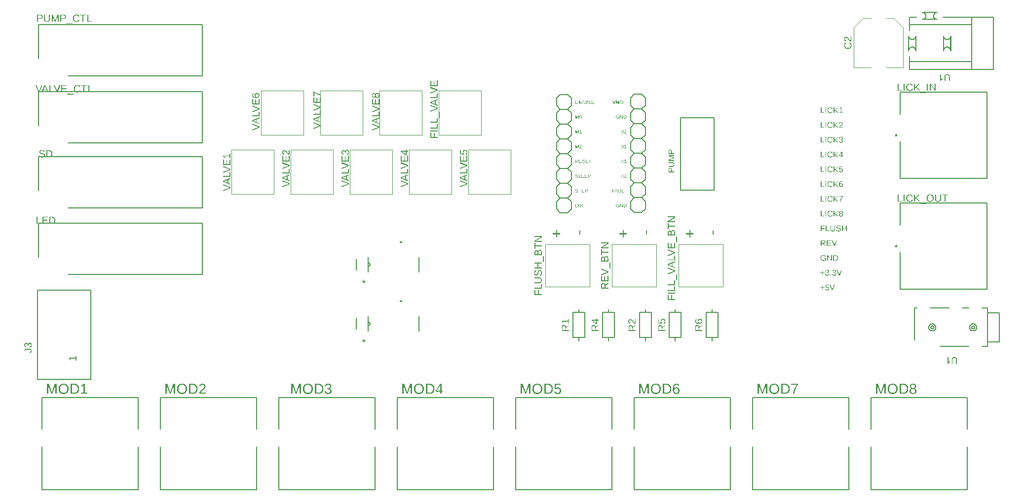
<source format=gbr>
G04 EAGLE Gerber RS-274X export*
G75*
%MOMM*%
%FSLAX34Y34*%
%LPD*%
%INSilkscreen Top*%
%IPPOS*%
%AMOC8*
5,1,8,0,0,1.08239X$1,22.5*%
G01*
G04 Define Apertures*
%ADD10C,0.152400*%
%ADD11C,0.200000*%
%ADD12C,0.127000*%
%ADD13C,0.100000*%
%ADD14C,0.120000*%
G36*
X582168Y471551D02*
X586232Y471551D01*
X586232Y468757D01*
X582168Y468757D01*
X582168Y471551D01*
G37*
G36*
X582168Y573151D02*
X586232Y573151D01*
X586232Y570357D01*
X582168Y570357D01*
X582168Y573151D01*
G37*
G36*
X1307720Y490211D02*
X1306690Y490211D01*
X1306690Y493208D01*
X1303720Y493208D01*
X1303720Y494231D01*
X1306690Y494231D01*
X1306690Y497228D01*
X1307720Y497228D01*
X1307720Y494231D01*
X1310689Y494231D01*
X1310689Y493208D01*
X1307720Y493208D01*
X1307720Y490211D01*
G37*
G36*
X1315394Y514210D02*
X1315029Y514221D01*
X1314683Y514252D01*
X1314355Y514305D01*
X1314047Y514379D01*
X1313757Y514474D01*
X1313487Y514590D01*
X1313235Y514727D01*
X1313002Y514886D01*
X1312790Y515065D01*
X1312601Y515264D01*
X1312435Y515484D01*
X1312291Y515724D01*
X1312169Y515984D01*
X1312071Y516264D01*
X1311995Y516565D01*
X1311941Y516885D01*
X1313244Y517004D01*
X1313282Y516792D01*
X1313333Y516594D01*
X1313396Y516409D01*
X1313473Y516238D01*
X1313562Y516081D01*
X1313665Y515937D01*
X1313780Y515807D01*
X1313908Y515691D01*
X1314048Y515589D01*
X1314202Y515500D01*
X1314369Y515424D01*
X1314548Y515363D01*
X1314740Y515315D01*
X1314945Y515281D01*
X1315163Y515260D01*
X1315394Y515253D01*
X1315626Y515261D01*
X1315845Y515283D01*
X1316051Y515319D01*
X1316244Y515371D01*
X1316425Y515437D01*
X1316592Y515517D01*
X1316747Y515613D01*
X1316889Y515723D01*
X1317017Y515847D01*
X1317127Y515986D01*
X1317220Y516139D01*
X1317297Y516306D01*
X1317356Y516487D01*
X1317398Y516683D01*
X1317424Y516892D01*
X1317432Y517116D01*
X1317423Y517312D01*
X1317394Y517497D01*
X1317345Y517671D01*
X1317277Y517834D01*
X1317190Y517985D01*
X1317084Y518126D01*
X1316958Y518255D01*
X1316812Y518374D01*
X1316649Y518480D01*
X1316468Y518571D01*
X1316270Y518649D01*
X1316055Y518712D01*
X1315823Y518762D01*
X1315573Y518797D01*
X1315307Y518818D01*
X1315023Y518825D01*
X1314309Y518825D01*
X1314309Y519918D01*
X1314995Y519918D01*
X1315247Y519925D01*
X1315484Y519946D01*
X1315707Y519982D01*
X1315915Y520031D01*
X1316109Y520094D01*
X1316288Y520172D01*
X1316452Y520264D01*
X1316602Y520370D01*
X1316736Y520488D01*
X1316852Y520617D01*
X1316950Y520757D01*
X1317030Y520908D01*
X1317093Y521070D01*
X1317137Y521242D01*
X1317164Y521426D01*
X1317173Y521620D01*
X1317166Y521813D01*
X1317144Y521995D01*
X1317108Y522167D01*
X1317057Y522328D01*
X1316991Y522479D01*
X1316911Y522620D01*
X1316817Y522750D01*
X1316707Y522870D01*
X1316584Y522978D01*
X1316446Y523071D01*
X1316295Y523150D01*
X1316129Y523214D01*
X1315949Y523264D01*
X1315755Y523300D01*
X1315546Y523322D01*
X1315324Y523329D01*
X1315121Y523322D01*
X1314927Y523302D01*
X1314744Y523269D01*
X1314570Y523222D01*
X1314407Y523162D01*
X1314253Y523089D01*
X1314110Y523002D01*
X1313976Y522902D01*
X1313854Y522789D01*
X1313745Y522666D01*
X1313650Y522532D01*
X1313569Y522387D01*
X1313501Y522231D01*
X1313446Y522064D01*
X1313405Y521886D01*
X1313377Y521697D01*
X1312109Y521795D01*
X1312156Y522090D01*
X1312225Y522368D01*
X1312316Y522629D01*
X1312431Y522874D01*
X1312568Y523102D01*
X1312727Y523313D01*
X1312910Y523508D01*
X1313114Y523686D01*
X1313338Y523845D01*
X1313578Y523983D01*
X1313833Y524100D01*
X1314103Y524196D01*
X1314389Y524270D01*
X1314690Y524323D01*
X1315006Y524355D01*
X1315338Y524365D01*
X1315699Y524355D01*
X1316039Y524322D01*
X1316359Y524268D01*
X1316657Y524193D01*
X1316936Y524096D01*
X1317193Y523977D01*
X1317430Y523837D01*
X1317646Y523676D01*
X1317839Y523495D01*
X1318006Y523297D01*
X1318147Y523082D01*
X1318263Y522850D01*
X1318353Y522601D01*
X1318417Y522335D01*
X1318456Y522053D01*
X1318469Y521753D01*
X1318461Y521522D01*
X1318436Y521302D01*
X1318394Y521094D01*
X1318337Y520896D01*
X1318262Y520709D01*
X1318171Y520534D01*
X1318064Y520369D01*
X1317940Y520216D01*
X1317800Y520074D01*
X1317646Y519944D01*
X1317476Y519825D01*
X1317291Y519719D01*
X1317092Y519625D01*
X1316877Y519543D01*
X1316647Y519472D01*
X1316403Y519414D01*
X1316403Y519386D01*
X1316672Y519348D01*
X1316925Y519295D01*
X1317164Y519226D01*
X1317387Y519141D01*
X1317594Y519040D01*
X1317787Y518923D01*
X1317964Y518791D01*
X1318126Y518643D01*
X1318270Y518482D01*
X1318395Y518312D01*
X1318501Y518131D01*
X1318588Y517939D01*
X1318655Y517738D01*
X1318703Y517527D01*
X1318732Y517306D01*
X1318742Y517074D01*
X1318728Y516743D01*
X1318688Y516430D01*
X1318620Y516137D01*
X1318525Y515863D01*
X1318403Y515608D01*
X1318253Y515373D01*
X1318077Y515156D01*
X1317874Y514959D01*
X1317645Y514784D01*
X1317393Y514631D01*
X1317118Y514503D01*
X1316819Y514397D01*
X1316498Y514315D01*
X1316153Y514257D01*
X1315785Y514222D01*
X1315394Y514210D01*
G37*
G36*
X1327332Y514210D02*
X1326966Y514221D01*
X1326620Y514252D01*
X1326293Y514305D01*
X1325984Y514379D01*
X1325695Y514474D01*
X1325424Y514590D01*
X1325173Y514727D01*
X1324940Y514886D01*
X1324728Y515065D01*
X1324539Y515264D01*
X1324372Y515484D01*
X1324228Y515724D01*
X1324107Y515984D01*
X1324008Y516264D01*
X1323932Y516565D01*
X1323879Y516885D01*
X1325181Y517004D01*
X1325219Y516792D01*
X1325270Y516594D01*
X1325334Y516409D01*
X1325410Y516238D01*
X1325500Y516081D01*
X1325602Y515937D01*
X1325717Y515807D01*
X1325845Y515691D01*
X1325986Y515589D01*
X1326140Y515500D01*
X1326306Y515424D01*
X1326486Y515363D01*
X1326678Y515315D01*
X1326883Y515281D01*
X1327101Y515260D01*
X1327332Y515253D01*
X1327563Y515261D01*
X1327782Y515283D01*
X1327988Y515319D01*
X1328182Y515371D01*
X1328362Y515437D01*
X1328530Y515517D01*
X1328685Y515613D01*
X1328827Y515723D01*
X1328954Y515847D01*
X1329064Y515986D01*
X1329158Y516139D01*
X1329234Y516306D01*
X1329293Y516487D01*
X1329336Y516683D01*
X1329361Y516892D01*
X1329370Y517116D01*
X1329360Y517312D01*
X1329331Y517497D01*
X1329283Y517671D01*
X1329215Y517834D01*
X1329128Y517985D01*
X1329021Y518126D01*
X1328895Y518255D01*
X1328750Y518374D01*
X1328586Y518480D01*
X1328406Y518571D01*
X1328208Y518649D01*
X1327993Y518712D01*
X1327760Y518762D01*
X1327511Y518797D01*
X1327244Y518818D01*
X1326960Y518825D01*
X1326246Y518825D01*
X1326246Y519918D01*
X1326932Y519918D01*
X1327184Y519925D01*
X1327422Y519946D01*
X1327644Y519982D01*
X1327853Y520031D01*
X1328046Y520094D01*
X1328225Y520172D01*
X1328390Y520264D01*
X1328540Y520370D01*
X1328674Y520488D01*
X1328790Y520617D01*
X1328888Y520757D01*
X1328968Y520908D01*
X1329030Y521070D01*
X1329075Y521242D01*
X1329102Y521426D01*
X1329111Y521620D01*
X1329103Y521813D01*
X1329082Y521995D01*
X1329045Y522167D01*
X1328994Y522328D01*
X1328929Y522479D01*
X1328849Y522620D01*
X1328754Y522750D01*
X1328645Y522870D01*
X1328521Y522978D01*
X1328384Y523071D01*
X1328232Y523150D01*
X1328066Y523214D01*
X1327886Y523264D01*
X1327692Y523300D01*
X1327484Y523322D01*
X1327262Y523329D01*
X1327058Y523322D01*
X1326865Y523302D01*
X1326681Y523269D01*
X1326508Y523222D01*
X1326344Y523162D01*
X1326191Y523089D01*
X1326047Y523002D01*
X1325913Y522902D01*
X1325791Y522789D01*
X1325683Y522666D01*
X1325588Y522532D01*
X1325506Y522387D01*
X1325438Y522231D01*
X1325384Y522064D01*
X1325342Y521886D01*
X1325315Y521697D01*
X1324047Y521795D01*
X1324093Y522090D01*
X1324162Y522368D01*
X1324254Y522629D01*
X1324368Y522874D01*
X1324505Y523102D01*
X1324665Y523313D01*
X1324847Y523508D01*
X1325052Y523686D01*
X1325276Y523845D01*
X1325515Y523983D01*
X1325770Y524100D01*
X1326040Y524196D01*
X1326326Y524270D01*
X1326627Y524323D01*
X1326944Y524355D01*
X1327276Y524365D01*
X1327636Y524355D01*
X1327977Y524322D01*
X1328296Y524268D01*
X1328595Y524193D01*
X1328873Y524096D01*
X1329131Y523977D01*
X1329367Y523837D01*
X1329583Y523676D01*
X1329776Y523495D01*
X1329943Y523297D01*
X1330085Y523082D01*
X1330201Y522850D01*
X1330291Y522601D01*
X1330355Y522335D01*
X1330393Y522053D01*
X1330406Y521753D01*
X1330398Y521522D01*
X1330373Y521302D01*
X1330332Y521094D01*
X1330274Y520896D01*
X1330200Y520709D01*
X1330109Y520534D01*
X1330001Y520369D01*
X1329878Y520216D01*
X1329738Y520074D01*
X1329583Y519944D01*
X1329413Y519825D01*
X1329229Y519719D01*
X1329029Y519625D01*
X1328814Y519543D01*
X1328585Y519472D01*
X1328340Y519414D01*
X1328340Y519386D01*
X1328609Y519348D01*
X1328863Y519295D01*
X1329101Y519226D01*
X1329324Y519141D01*
X1329532Y519040D01*
X1329724Y518923D01*
X1329901Y518791D01*
X1330063Y518643D01*
X1330208Y518482D01*
X1330333Y518312D01*
X1330439Y518131D01*
X1330525Y517939D01*
X1330593Y517738D01*
X1330641Y517527D01*
X1330670Y517306D01*
X1330679Y517074D01*
X1330666Y516743D01*
X1330625Y516430D01*
X1330557Y516137D01*
X1330462Y515863D01*
X1330340Y515608D01*
X1330191Y515373D01*
X1330015Y515156D01*
X1329811Y514959D01*
X1329582Y514784D01*
X1329330Y514631D01*
X1329055Y514503D01*
X1328757Y514397D01*
X1328435Y514315D01*
X1328091Y514257D01*
X1327723Y514222D01*
X1327332Y514210D01*
G37*
G36*
X1336809Y514350D02*
X1335423Y514350D01*
X1331396Y524218D01*
X1332803Y524218D01*
X1335535Y517271D01*
X1336123Y515527D01*
X1336711Y517271D01*
X1339429Y524218D01*
X1340837Y524218D01*
X1336809Y514350D01*
G37*
G36*
X1307720Y515611D02*
X1306690Y515611D01*
X1306690Y518608D01*
X1303720Y518608D01*
X1303720Y519631D01*
X1306690Y519631D01*
X1306690Y522628D01*
X1307720Y522628D01*
X1307720Y519631D01*
X1310689Y519631D01*
X1310689Y518608D01*
X1307720Y518608D01*
X1307720Y515611D01*
G37*
G36*
X1322039Y514350D02*
X1320673Y514350D01*
X1320673Y515884D01*
X1322039Y515884D01*
X1322039Y514350D01*
G37*
G36*
X1329388Y539750D02*
X1325697Y539750D01*
X1325697Y549618D01*
X1328960Y549618D01*
X1329569Y549599D01*
X1330143Y549540D01*
X1330680Y549442D01*
X1331181Y549304D01*
X1331647Y549127D01*
X1332077Y548911D01*
X1332472Y548656D01*
X1332830Y548361D01*
X1333149Y548030D01*
X1333426Y547666D01*
X1333660Y547269D01*
X1333852Y546839D01*
X1334001Y546375D01*
X1334107Y545879D01*
X1334171Y545349D01*
X1334192Y544786D01*
X1334183Y544410D01*
X1334155Y544046D01*
X1334109Y543694D01*
X1334043Y543354D01*
X1333960Y543026D01*
X1333857Y542710D01*
X1333736Y542406D01*
X1333597Y542114D01*
X1333440Y541836D01*
X1333268Y541575D01*
X1333080Y541330D01*
X1332877Y541103D01*
X1332659Y540892D01*
X1332424Y540697D01*
X1332174Y540520D01*
X1331909Y540359D01*
X1331631Y540217D01*
X1331342Y540093D01*
X1331042Y539988D01*
X1330732Y539902D01*
X1330412Y539836D01*
X1330081Y539788D01*
X1329740Y539760D01*
X1329388Y539750D01*
G37*
%LPC*%
G36*
X1329234Y540822D02*
X1329501Y540829D01*
X1329760Y540851D01*
X1330011Y540889D01*
X1330253Y540941D01*
X1330488Y541008D01*
X1330714Y541089D01*
X1330932Y541186D01*
X1331142Y541298D01*
X1331342Y541423D01*
X1331530Y541562D01*
X1331706Y541714D01*
X1331870Y541879D01*
X1332022Y542057D01*
X1332162Y542249D01*
X1332290Y542453D01*
X1332406Y542671D01*
X1332510Y542900D01*
X1332599Y543139D01*
X1332675Y543388D01*
X1332737Y543648D01*
X1332785Y543917D01*
X1332820Y544197D01*
X1332841Y544486D01*
X1332847Y544786D01*
X1332832Y545231D01*
X1332785Y545649D01*
X1332706Y546039D01*
X1332596Y546403D01*
X1332455Y546739D01*
X1332282Y547048D01*
X1332078Y547329D01*
X1331842Y547584D01*
X1331577Y547809D01*
X1331284Y548005D01*
X1330962Y548171D01*
X1330612Y548306D01*
X1330235Y548411D01*
X1329829Y548487D01*
X1329395Y548532D01*
X1328932Y548547D01*
X1327034Y548547D01*
X1327034Y540822D01*
X1329234Y540822D01*
G37*
%LPD*%
G36*
X1316544Y539750D02*
X1315353Y539750D01*
X1315353Y549618D01*
X1316908Y549618D01*
X1322245Y541158D01*
X1322182Y542341D01*
X1322161Y543147D01*
X1322161Y549618D01*
X1323365Y549618D01*
X1323365Y539750D01*
X1321754Y539750D01*
X1316473Y548155D01*
X1316509Y547475D01*
X1316544Y546306D01*
X1316544Y539750D01*
G37*
G36*
X1308714Y539610D02*
X1308334Y539620D01*
X1307967Y539648D01*
X1307613Y539697D01*
X1307273Y539764D01*
X1306946Y539851D01*
X1306633Y539957D01*
X1306332Y540082D01*
X1306046Y540226D01*
X1305774Y540389D01*
X1305518Y540568D01*
X1305280Y540765D01*
X1305057Y540978D01*
X1304851Y541209D01*
X1304662Y541456D01*
X1304489Y541720D01*
X1304333Y542002D01*
X1304195Y542298D01*
X1304074Y542607D01*
X1303973Y542929D01*
X1303889Y543263D01*
X1303825Y543611D01*
X1303778Y543971D01*
X1303751Y544344D01*
X1303741Y544730D01*
X1303762Y545313D01*
X1303822Y545863D01*
X1303923Y546379D01*
X1304064Y546861D01*
X1304245Y547309D01*
X1304466Y547722D01*
X1304728Y548103D01*
X1305030Y548449D01*
X1305369Y548757D01*
X1305740Y549025D01*
X1306143Y549251D01*
X1306580Y549436D01*
X1307049Y549580D01*
X1307550Y549683D01*
X1308084Y549745D01*
X1308651Y549765D01*
X1309051Y549757D01*
X1309432Y549731D01*
X1309794Y549688D01*
X1310136Y549627D01*
X1310459Y549549D01*
X1310763Y549454D01*
X1311047Y549342D01*
X1311312Y549212D01*
X1311561Y549063D01*
X1311794Y548894D01*
X1312013Y548704D01*
X1312218Y548492D01*
X1312407Y548261D01*
X1312582Y548008D01*
X1312743Y547734D01*
X1312888Y547440D01*
X1311614Y547062D01*
X1311384Y547454D01*
X1311254Y547628D01*
X1311114Y547789D01*
X1310964Y547935D01*
X1310804Y548067D01*
X1310634Y548184D01*
X1310455Y548288D01*
X1310264Y548378D01*
X1310063Y548456D01*
X1309850Y548522D01*
X1309625Y548577D01*
X1309390Y548619D01*
X1309143Y548649D01*
X1308885Y548667D01*
X1308616Y548673D01*
X1308201Y548657D01*
X1307812Y548608D01*
X1307448Y548528D01*
X1307108Y548415D01*
X1306794Y548269D01*
X1306506Y548092D01*
X1306242Y547882D01*
X1306004Y547640D01*
X1305792Y547368D01*
X1305608Y547070D01*
X1305453Y546746D01*
X1305326Y546396D01*
X1305227Y546019D01*
X1305157Y545615D01*
X1305114Y545186D01*
X1305100Y544730D01*
X1305115Y544274D01*
X1305160Y543844D01*
X1305235Y543438D01*
X1305340Y543057D01*
X1305475Y542700D01*
X1305640Y542368D01*
X1305835Y542060D01*
X1306060Y541778D01*
X1306311Y541524D01*
X1306585Y541304D01*
X1306883Y541118D01*
X1307203Y540966D01*
X1307546Y540848D01*
X1307913Y540763D01*
X1308302Y540712D01*
X1308714Y540696D01*
X1309189Y540714D01*
X1309648Y540769D01*
X1310091Y540861D01*
X1310518Y540990D01*
X1310916Y541150D01*
X1311275Y541336D01*
X1311594Y541549D01*
X1311873Y541788D01*
X1311873Y543567D01*
X1308924Y543567D01*
X1308924Y544688D01*
X1313105Y544688D01*
X1313105Y541284D01*
X1312691Y540907D01*
X1312233Y540576D01*
X1311730Y540289D01*
X1311183Y540048D01*
X1310895Y539945D01*
X1310602Y539856D01*
X1310302Y539781D01*
X1309997Y539719D01*
X1309685Y539672D01*
X1309367Y539637D01*
X1309044Y539617D01*
X1308714Y539610D01*
G37*
G36*
X1305534Y565150D02*
X1304197Y565150D01*
X1304197Y575018D01*
X1308840Y575018D01*
X1309245Y575007D01*
X1309626Y574972D01*
X1309983Y574913D01*
X1310317Y574832D01*
X1310627Y574727D01*
X1310913Y574599D01*
X1311175Y574447D01*
X1311414Y574272D01*
X1311627Y574077D01*
X1311811Y573863D01*
X1311967Y573631D01*
X1312094Y573380D01*
X1312193Y573112D01*
X1312264Y572825D01*
X1312307Y572519D01*
X1312321Y572196D01*
X1312311Y571926D01*
X1312281Y571668D01*
X1312231Y571420D01*
X1312161Y571184D01*
X1312071Y570958D01*
X1311961Y570743D01*
X1311830Y570540D01*
X1311680Y570347D01*
X1311512Y570168D01*
X1311329Y570007D01*
X1311131Y569863D01*
X1311042Y569810D01*
X1310918Y569736D01*
X1310689Y569626D01*
X1310445Y569534D01*
X1310186Y569459D01*
X1309912Y569401D01*
X1311104Y567592D01*
X1312713Y565150D01*
X1311172Y565150D01*
X1308609Y569247D01*
X1305534Y569247D01*
X1305534Y565150D01*
G37*
%LPC*%
G36*
X1308763Y570305D02*
X1309020Y570313D01*
X1309262Y570336D01*
X1309489Y570374D01*
X1309701Y570428D01*
X1309898Y570498D01*
X1310080Y570583D01*
X1310247Y570683D01*
X1310398Y570799D01*
X1310534Y570928D01*
X1310651Y571070D01*
X1310751Y571225D01*
X1310832Y571391D01*
X1310895Y571570D01*
X1310940Y571762D01*
X1310967Y571966D01*
X1310976Y572182D01*
X1310967Y572391D01*
X1310940Y572587D01*
X1310894Y572770D01*
X1310830Y572941D01*
X1310748Y573099D01*
X1310647Y573244D01*
X1310529Y573376D01*
X1310391Y573495D01*
X1310237Y573601D01*
X1310067Y573693D01*
X1309880Y573770D01*
X1309678Y573834D01*
X1309459Y573883D01*
X1309225Y573919D01*
X1308974Y573940D01*
X1308707Y573947D01*
X1305534Y573947D01*
X1305534Y570305D01*
X1308763Y570305D01*
G37*
%LPD*%
G36*
X1322315Y565150D02*
X1314540Y565150D01*
X1314540Y575018D01*
X1322027Y575018D01*
X1322027Y573926D01*
X1315878Y573926D01*
X1315878Y570760D01*
X1321607Y570760D01*
X1321607Y569681D01*
X1315878Y569681D01*
X1315878Y566243D01*
X1322315Y566243D01*
X1322315Y565150D01*
G37*
G36*
X1328403Y565150D02*
X1327016Y565150D01*
X1322989Y575018D01*
X1324397Y575018D01*
X1327129Y568071D01*
X1327717Y566327D01*
X1328305Y568071D01*
X1331023Y575018D01*
X1332430Y575018D01*
X1328403Y565150D01*
G37*
G36*
X1338887Y615810D02*
X1338502Y615822D01*
X1338139Y615857D01*
X1337797Y615915D01*
X1337477Y615997D01*
X1337178Y616103D01*
X1336901Y616231D01*
X1336645Y616384D01*
X1336411Y616559D01*
X1336202Y616757D01*
X1336021Y616973D01*
X1335867Y617210D01*
X1335742Y617466D01*
X1335644Y617742D01*
X1335574Y618038D01*
X1335532Y618353D01*
X1335518Y618688D01*
X1335527Y618925D01*
X1335553Y619152D01*
X1335596Y619370D01*
X1335657Y619578D01*
X1335734Y619776D01*
X1335830Y619965D01*
X1335942Y620144D01*
X1336072Y620313D01*
X1336215Y620470D01*
X1336368Y620610D01*
X1336530Y620734D01*
X1336702Y620842D01*
X1336884Y620934D01*
X1337075Y621009D01*
X1337276Y621069D01*
X1337486Y621112D01*
X1337486Y621140D01*
X1337290Y621194D01*
X1337105Y621262D01*
X1336930Y621344D01*
X1336766Y621439D01*
X1336612Y621549D01*
X1336469Y621672D01*
X1336337Y621809D01*
X1336215Y621959D01*
X1336011Y622288D01*
X1335931Y622463D01*
X1335866Y622644D01*
X1335815Y622832D01*
X1335779Y623027D01*
X1335757Y623229D01*
X1335749Y623437D01*
X1335763Y623712D01*
X1335802Y623974D01*
X1335868Y624223D01*
X1335960Y624458D01*
X1336079Y624680D01*
X1336224Y624888D01*
X1336396Y625083D01*
X1336593Y625265D01*
X1336813Y625429D01*
X1337052Y625571D01*
X1337308Y625692D01*
X1337582Y625790D01*
X1337874Y625867D01*
X1338184Y625922D01*
X1338513Y625954D01*
X1338859Y625965D01*
X1339214Y625955D01*
X1339549Y625923D01*
X1339866Y625869D01*
X1340163Y625794D01*
X1340441Y625697D01*
X1340700Y625579D01*
X1340939Y625440D01*
X1341160Y625279D01*
X1341358Y625100D01*
X1341529Y624906D01*
X1341674Y624696D01*
X1341793Y624472D01*
X1341885Y624232D01*
X1341951Y623978D01*
X1341991Y623708D01*
X1342004Y623423D01*
X1341997Y623215D01*
X1341975Y623013D01*
X1341938Y622818D01*
X1341887Y622630D01*
X1341821Y622449D01*
X1341740Y622274D01*
X1341535Y621945D01*
X1341412Y621795D01*
X1341279Y621659D01*
X1341264Y621648D01*
X1341134Y621538D01*
X1340980Y621432D01*
X1340814Y621341D01*
X1340638Y621264D01*
X1340451Y621201D01*
X1340253Y621154D01*
X1340253Y621126D01*
X1340483Y621080D01*
X1340699Y621018D01*
X1340903Y620941D01*
X1341093Y620848D01*
X1341271Y620740D01*
X1341435Y620617D01*
X1341586Y620478D01*
X1341697Y620354D01*
X1341724Y620324D01*
X1341847Y620157D01*
X1341954Y619980D01*
X1342044Y619792D01*
X1342118Y619595D01*
X1342175Y619387D01*
X1342216Y619169D01*
X1342241Y618941D01*
X1342249Y618702D01*
X1342235Y618370D01*
X1342195Y618057D01*
X1342127Y617763D01*
X1342032Y617487D01*
X1341910Y617231D01*
X1341760Y616993D01*
X1341584Y616774D01*
X1341381Y616573D01*
X1341152Y616394D01*
X1340899Y616239D01*
X1340623Y616108D01*
X1340323Y616001D01*
X1339999Y615917D01*
X1339652Y615858D01*
X1339282Y615822D01*
X1338887Y615810D01*
G37*
%LPC*%
G36*
X1338901Y616755D02*
X1339150Y616763D01*
X1339383Y616786D01*
X1339599Y616825D01*
X1339799Y616879D01*
X1339983Y616948D01*
X1340150Y617033D01*
X1340301Y617133D01*
X1340435Y617249D01*
X1340553Y617382D01*
X1340656Y617533D01*
X1340742Y617702D01*
X1340813Y617889D01*
X1340868Y618095D01*
X1340908Y618319D01*
X1340931Y618561D01*
X1340939Y618822D01*
X1340931Y619044D01*
X1340905Y619252D01*
X1340862Y619446D01*
X1340803Y619626D01*
X1340726Y619792D01*
X1340632Y619944D01*
X1340521Y620081D01*
X1340393Y620205D01*
X1340250Y620314D01*
X1340092Y620409D01*
X1339921Y620489D01*
X1339736Y620554D01*
X1339538Y620605D01*
X1339325Y620641D01*
X1339099Y620663D01*
X1338859Y620671D01*
X1338626Y620663D01*
X1338406Y620639D01*
X1338199Y620600D01*
X1338005Y620545D01*
X1337824Y620475D01*
X1337656Y620389D01*
X1337502Y620287D01*
X1337360Y620170D01*
X1337234Y620039D01*
X1337124Y619896D01*
X1337032Y619742D01*
X1336956Y619575D01*
X1336897Y619397D01*
X1336855Y619208D01*
X1336829Y619007D01*
X1336821Y618794D01*
X1336829Y618547D01*
X1336854Y618316D01*
X1336894Y618101D01*
X1336951Y617902D01*
X1337024Y617719D01*
X1337114Y617552D01*
X1337219Y617400D01*
X1337341Y617265D01*
X1337479Y617146D01*
X1337634Y617042D01*
X1337804Y616954D01*
X1337991Y616883D01*
X1338194Y616827D01*
X1338414Y616787D01*
X1338649Y616763D01*
X1338901Y616755D01*
G37*
G36*
X1338873Y621616D02*
X1339089Y621622D01*
X1339291Y621642D01*
X1339481Y621674D01*
X1339657Y621718D01*
X1339819Y621776D01*
X1339969Y621847D01*
X1340105Y621930D01*
X1340228Y622026D01*
X1340338Y622136D01*
X1340432Y622262D01*
X1340512Y622404D01*
X1340578Y622562D01*
X1340629Y622736D01*
X1340665Y622926D01*
X1340687Y623132D01*
X1340694Y623353D01*
X1340687Y623556D01*
X1340665Y623745D01*
X1340630Y623922D01*
X1340579Y624085D01*
X1340515Y624236D01*
X1340436Y624373D01*
X1340343Y624497D01*
X1340235Y624608D01*
X1340114Y624707D01*
X1339977Y624792D01*
X1339827Y624863D01*
X1339662Y624922D01*
X1339483Y624968D01*
X1339289Y625001D01*
X1339081Y625020D01*
X1338859Y625027D01*
X1338643Y625020D01*
X1338441Y625001D01*
X1338252Y624968D01*
X1338076Y624922D01*
X1337913Y624863D01*
X1337763Y624791D01*
X1337627Y624705D01*
X1337504Y624607D01*
X1337395Y624495D01*
X1337300Y624371D01*
X1337220Y624233D01*
X1337155Y624083D01*
X1337104Y623920D01*
X1337067Y623744D01*
X1337045Y623555D01*
X1337038Y623353D01*
X1337046Y623147D01*
X1337068Y622954D01*
X1337106Y622774D01*
X1337158Y622606D01*
X1337226Y622451D01*
X1337308Y622308D01*
X1337405Y622178D01*
X1337518Y622061D01*
X1337644Y621957D01*
X1337783Y621866D01*
X1337933Y621790D01*
X1338097Y621727D01*
X1338272Y621679D01*
X1338460Y621644D01*
X1338660Y621623D01*
X1338873Y621616D01*
G37*
%LPD*%
G36*
X1327847Y615950D02*
X1326509Y615950D01*
X1326509Y625818D01*
X1327847Y625818D01*
X1327847Y620874D01*
X1332602Y625818D01*
X1334178Y625818D01*
X1329976Y621532D01*
X1334739Y615950D01*
X1333079Y615950D01*
X1329136Y620713D01*
X1327847Y619732D01*
X1327847Y615950D01*
G37*
G36*
X1320497Y615810D02*
X1320131Y615820D01*
X1319777Y615849D01*
X1319435Y615897D01*
X1319106Y615965D01*
X1318790Y616052D01*
X1318486Y616159D01*
X1318195Y616284D01*
X1317917Y616430D01*
X1317652Y616593D01*
X1317404Y616773D01*
X1317173Y616969D01*
X1316957Y617183D01*
X1316758Y617412D01*
X1316574Y617659D01*
X1316408Y617922D01*
X1316257Y618202D01*
X1316123Y618496D01*
X1316007Y618804D01*
X1315909Y619125D01*
X1315829Y619460D01*
X1315766Y619807D01*
X1315722Y620168D01*
X1315695Y620542D01*
X1315686Y620930D01*
X1315706Y621504D01*
X1315766Y622046D01*
X1315865Y622556D01*
X1316005Y623034D01*
X1316184Y623481D01*
X1316403Y623895D01*
X1316662Y624277D01*
X1316961Y624628D01*
X1317295Y624941D01*
X1317659Y625213D01*
X1318054Y625443D01*
X1318480Y625631D01*
X1318937Y625777D01*
X1319424Y625882D01*
X1319942Y625945D01*
X1320490Y625965D01*
X1320876Y625956D01*
X1321246Y625927D01*
X1321599Y625879D01*
X1321937Y625811D01*
X1322258Y625725D01*
X1322563Y625619D01*
X1322851Y625494D01*
X1323124Y625349D01*
X1323380Y625186D01*
X1323618Y625004D01*
X1323838Y624803D01*
X1324041Y624584D01*
X1324227Y624346D01*
X1324395Y624090D01*
X1324546Y623815D01*
X1324679Y623521D01*
X1323411Y623101D01*
X1323319Y623310D01*
X1323213Y623506D01*
X1323095Y623690D01*
X1322964Y623861D01*
X1322819Y624019D01*
X1322662Y624165D01*
X1322491Y624297D01*
X1322308Y624418D01*
X1322114Y624524D01*
X1321910Y624617D01*
X1321698Y624695D01*
X1321477Y624759D01*
X1321247Y624809D01*
X1321009Y624844D01*
X1320761Y624866D01*
X1320504Y624873D01*
X1320106Y624856D01*
X1319731Y624807D01*
X1319378Y624725D01*
X1319048Y624609D01*
X1318740Y624461D01*
X1318456Y624280D01*
X1318194Y624066D01*
X1317955Y623819D01*
X1317742Y623543D01*
X1317557Y623243D01*
X1317400Y622918D01*
X1317272Y622569D01*
X1317173Y622196D01*
X1317102Y621798D01*
X1317059Y621376D01*
X1317045Y620930D01*
X1317059Y620487D01*
X1317104Y620067D01*
X1317178Y619669D01*
X1317282Y619293D01*
X1317415Y618940D01*
X1317578Y618609D01*
X1317771Y618299D01*
X1317994Y618013D01*
X1318241Y617754D01*
X1318510Y617530D01*
X1318799Y617340D01*
X1319110Y617185D01*
X1319441Y617065D01*
X1319793Y616978D01*
X1320167Y616927D01*
X1320561Y616910D01*
X1320816Y616918D01*
X1321063Y616942D01*
X1321302Y616982D01*
X1321533Y617038D01*
X1321756Y617110D01*
X1321971Y617198D01*
X1322177Y617302D01*
X1322376Y617423D01*
X1322567Y617559D01*
X1322750Y617711D01*
X1322924Y617879D01*
X1323091Y618064D01*
X1323400Y618481D01*
X1323677Y618962D01*
X1324770Y618415D01*
X1324610Y618106D01*
X1324434Y617816D01*
X1324243Y617545D01*
X1324037Y617293D01*
X1323815Y617060D01*
X1323578Y616846D01*
X1323325Y616651D01*
X1323057Y616475D01*
X1322776Y616319D01*
X1322484Y616184D01*
X1322180Y616070D01*
X1321866Y615976D01*
X1321540Y615904D01*
X1321204Y615852D01*
X1320856Y615820D01*
X1320497Y615810D01*
G37*
G36*
X1310521Y615950D02*
X1304197Y615950D01*
X1304197Y625818D01*
X1305534Y625818D01*
X1305534Y617043D01*
X1310521Y617043D01*
X1310521Y615950D01*
G37*
G36*
X1313650Y615950D02*
X1312312Y615950D01*
X1312312Y625818D01*
X1313650Y625818D01*
X1313650Y615950D01*
G37*
G36*
X1342191Y590550D02*
X1340853Y590550D01*
X1340853Y600418D01*
X1342191Y600418D01*
X1342191Y596244D01*
X1347527Y596244D01*
X1347527Y600418D01*
X1348865Y600418D01*
X1348865Y590550D01*
X1347527Y590550D01*
X1347527Y595123D01*
X1342191Y595123D01*
X1342191Y590550D01*
G37*
G36*
X1334946Y590410D02*
X1334507Y590420D01*
X1334092Y590449D01*
X1333700Y590498D01*
X1333332Y590567D01*
X1332988Y590655D01*
X1332668Y590763D01*
X1332371Y590890D01*
X1332098Y591037D01*
X1331848Y591203D01*
X1331622Y591389D01*
X1331420Y591595D01*
X1331242Y591820D01*
X1331087Y592065D01*
X1330956Y592330D01*
X1330849Y592614D01*
X1330765Y592917D01*
X1332061Y593176D01*
X1332125Y592961D01*
X1332204Y592761D01*
X1332300Y592576D01*
X1332411Y592405D01*
X1332538Y592249D01*
X1332681Y592108D01*
X1332839Y591982D01*
X1333013Y591870D01*
X1333204Y591773D01*
X1333410Y591688D01*
X1333633Y591616D01*
X1333873Y591558D01*
X1334129Y591512D01*
X1334401Y591480D01*
X1334690Y591460D01*
X1334995Y591453D01*
X1335310Y591460D01*
X1335606Y591481D01*
X1335884Y591516D01*
X1336143Y591565D01*
X1336384Y591627D01*
X1336606Y591704D01*
X1336810Y591794D01*
X1336995Y591898D01*
X1337160Y592016D01*
X1337303Y592147D01*
X1337424Y592290D01*
X1337523Y592447D01*
X1337600Y592617D01*
X1337655Y592800D01*
X1337688Y592996D01*
X1337699Y593204D01*
X1337685Y593435D01*
X1337644Y593642D01*
X1337575Y593827D01*
X1337478Y593989D01*
X1337357Y594133D01*
X1337213Y594264D01*
X1337047Y594382D01*
X1336858Y594486D01*
X1336421Y594666D01*
X1335906Y594815D01*
X1334680Y595102D01*
X1334131Y595232D01*
X1333652Y595362D01*
X1333243Y595491D01*
X1332905Y595621D01*
X1332618Y595754D01*
X1332363Y595895D01*
X1332140Y596043D01*
X1331949Y596199D01*
X1331784Y596365D01*
X1331640Y596544D01*
X1331516Y596738D01*
X1331413Y596944D01*
X1331332Y597166D01*
X1331274Y597403D01*
X1331239Y597656D01*
X1331227Y597925D01*
X1331243Y598233D01*
X1331288Y598522D01*
X1331364Y598794D01*
X1331470Y599047D01*
X1331606Y599283D01*
X1331773Y599500D01*
X1331970Y599698D01*
X1332197Y599879D01*
X1332453Y600040D01*
X1332735Y600179D01*
X1333043Y600297D01*
X1333377Y600394D01*
X1333737Y600469D01*
X1334123Y600523D01*
X1334536Y600555D01*
X1334974Y600565D01*
X1335382Y600557D01*
X1335765Y600533D01*
X1336124Y600493D01*
X1336457Y600437D01*
X1336766Y600364D01*
X1337051Y600276D01*
X1337310Y600171D01*
X1337545Y600051D01*
X1337759Y599911D01*
X1337956Y599748D01*
X1338137Y599563D01*
X1338301Y599355D01*
X1338449Y599124D01*
X1338580Y598871D01*
X1338694Y598595D01*
X1338791Y598296D01*
X1337475Y598065D01*
X1337414Y598254D01*
X1337342Y598430D01*
X1337257Y598593D01*
X1337160Y598742D01*
X1337050Y598877D01*
X1336928Y598999D01*
X1336794Y599108D01*
X1336648Y599203D01*
X1336489Y599286D01*
X1336314Y599358D01*
X1336125Y599419D01*
X1335922Y599468D01*
X1335470Y599535D01*
X1334960Y599557D01*
X1334673Y599551D01*
X1334404Y599532D01*
X1334151Y599502D01*
X1333917Y599459D01*
X1333700Y599404D01*
X1333500Y599336D01*
X1333318Y599257D01*
X1333153Y599165D01*
X1333007Y599061D01*
X1332881Y598944D01*
X1332774Y598816D01*
X1332686Y598676D01*
X1332618Y598524D01*
X1332569Y598360D01*
X1332540Y598183D01*
X1332530Y597995D01*
X1332545Y597777D01*
X1332590Y597579D01*
X1332666Y597401D01*
X1332772Y597242D01*
X1332906Y597099D01*
X1333067Y596967D01*
X1333254Y596847D01*
X1333469Y596738D01*
X1333753Y596629D01*
X1334150Y596508D01*
X1334660Y596375D01*
X1335283Y596230D01*
X1336190Y596016D01*
X1336632Y595897D01*
X1337055Y595757D01*
X1337455Y595594D01*
X1337828Y595404D01*
X1338165Y595178D01*
X1338455Y594906D01*
X1338581Y594753D01*
X1338693Y594586D01*
X1338789Y594406D01*
X1338872Y594213D01*
X1338938Y594005D01*
X1338985Y593779D01*
X1339013Y593535D01*
X1339023Y593274D01*
X1339006Y592943D01*
X1338956Y592630D01*
X1338872Y592337D01*
X1338756Y592063D01*
X1338605Y591808D01*
X1338422Y591573D01*
X1338205Y591356D01*
X1337954Y591159D01*
X1337674Y590984D01*
X1337366Y590831D01*
X1337031Y590703D01*
X1336668Y590597D01*
X1336279Y590515D01*
X1335862Y590457D01*
X1335418Y590422D01*
X1334946Y590410D01*
G37*
G36*
X1324859Y590410D02*
X1324560Y590417D01*
X1324272Y590438D01*
X1323993Y590472D01*
X1323724Y590520D01*
X1323464Y590582D01*
X1323214Y590658D01*
X1322974Y590748D01*
X1322743Y590851D01*
X1322524Y590968D01*
X1322317Y591097D01*
X1322123Y591238D01*
X1321941Y591392D01*
X1321773Y591559D01*
X1321617Y591738D01*
X1321473Y591929D01*
X1321343Y592133D01*
X1321226Y592348D01*
X1321125Y592573D01*
X1321040Y592809D01*
X1320970Y593054D01*
X1320915Y593309D01*
X1320876Y593575D01*
X1320853Y593850D01*
X1320845Y594136D01*
X1320845Y600418D01*
X1322183Y600418D01*
X1322183Y594248D01*
X1322194Y593920D01*
X1322226Y593613D01*
X1322280Y593326D01*
X1322355Y593059D01*
X1322451Y592813D01*
X1322569Y592587D01*
X1322709Y592381D01*
X1322869Y592196D01*
X1323051Y592032D01*
X1323251Y591889D01*
X1323470Y591769D01*
X1323708Y591671D01*
X1323965Y591594D01*
X1324242Y591539D01*
X1324537Y591506D01*
X1324852Y591496D01*
X1325175Y591507D01*
X1325480Y591541D01*
X1325766Y591597D01*
X1326034Y591677D01*
X1326284Y591779D01*
X1326515Y591903D01*
X1326727Y592051D01*
X1326921Y592220D01*
X1327094Y592412D01*
X1327244Y592625D01*
X1327371Y592858D01*
X1327475Y593113D01*
X1327556Y593388D01*
X1327614Y593684D01*
X1327648Y594001D01*
X1327660Y594339D01*
X1327660Y600418D01*
X1328991Y600418D01*
X1328991Y594262D01*
X1328983Y593968D01*
X1328959Y593684D01*
X1328919Y593410D01*
X1328864Y593147D01*
X1328792Y592894D01*
X1328705Y592651D01*
X1328602Y592418D01*
X1328483Y592196D01*
X1328349Y591985D01*
X1328203Y591787D01*
X1328043Y591602D01*
X1327870Y591430D01*
X1327684Y591270D01*
X1327485Y591124D01*
X1327273Y590990D01*
X1327047Y590869D01*
X1326810Y590761D01*
X1326562Y590668D01*
X1326304Y590589D01*
X1326036Y590525D01*
X1325757Y590474D01*
X1325468Y590439D01*
X1325168Y590417D01*
X1324859Y590410D01*
G37*
G36*
X1305534Y590550D02*
X1304197Y590550D01*
X1304197Y600418D01*
X1311207Y600418D01*
X1311207Y599326D01*
X1305534Y599326D01*
X1305534Y595656D01*
X1311039Y595656D01*
X1311039Y594549D01*
X1305534Y594549D01*
X1305534Y590550D01*
G37*
G36*
X1319271Y590550D02*
X1312947Y590550D01*
X1312947Y600418D01*
X1314284Y600418D01*
X1314284Y591643D01*
X1319271Y591643D01*
X1319271Y590550D01*
G37*
G36*
X1327847Y641350D02*
X1326509Y641350D01*
X1326509Y651218D01*
X1327847Y651218D01*
X1327847Y646274D01*
X1332602Y651218D01*
X1334178Y651218D01*
X1329976Y646932D01*
X1334739Y641350D01*
X1333079Y641350D01*
X1329136Y646113D01*
X1327847Y645132D01*
X1327847Y641350D01*
G37*
G36*
X1320497Y641210D02*
X1320131Y641220D01*
X1319777Y641249D01*
X1319435Y641297D01*
X1319106Y641365D01*
X1318790Y641452D01*
X1318486Y641559D01*
X1318195Y641684D01*
X1317917Y641830D01*
X1317652Y641993D01*
X1317404Y642173D01*
X1317173Y642369D01*
X1316957Y642583D01*
X1316758Y642812D01*
X1316574Y643059D01*
X1316408Y643322D01*
X1316257Y643602D01*
X1316123Y643896D01*
X1316007Y644204D01*
X1315909Y644525D01*
X1315829Y644860D01*
X1315766Y645207D01*
X1315722Y645568D01*
X1315695Y645942D01*
X1315686Y646330D01*
X1315706Y646904D01*
X1315766Y647446D01*
X1315865Y647956D01*
X1316005Y648434D01*
X1316184Y648881D01*
X1316403Y649295D01*
X1316662Y649677D01*
X1316961Y650028D01*
X1317295Y650341D01*
X1317659Y650613D01*
X1318054Y650843D01*
X1318480Y651031D01*
X1318937Y651177D01*
X1319424Y651282D01*
X1319942Y651345D01*
X1320490Y651365D01*
X1320876Y651356D01*
X1321246Y651327D01*
X1321599Y651279D01*
X1321937Y651211D01*
X1322258Y651125D01*
X1322563Y651019D01*
X1322851Y650894D01*
X1323124Y650749D01*
X1323380Y650586D01*
X1323618Y650404D01*
X1323838Y650203D01*
X1324041Y649984D01*
X1324227Y649746D01*
X1324395Y649490D01*
X1324546Y649215D01*
X1324679Y648921D01*
X1323411Y648501D01*
X1323319Y648710D01*
X1323213Y648906D01*
X1323095Y649090D01*
X1322964Y649261D01*
X1322819Y649419D01*
X1322662Y649565D01*
X1322491Y649697D01*
X1322308Y649818D01*
X1322114Y649924D01*
X1321910Y650017D01*
X1321698Y650095D01*
X1321477Y650159D01*
X1321247Y650209D01*
X1321009Y650244D01*
X1320761Y650266D01*
X1320504Y650273D01*
X1320106Y650256D01*
X1319731Y650207D01*
X1319378Y650125D01*
X1319048Y650009D01*
X1318740Y649861D01*
X1318456Y649680D01*
X1318194Y649466D01*
X1317955Y649219D01*
X1317742Y648943D01*
X1317557Y648643D01*
X1317400Y648318D01*
X1317272Y647969D01*
X1317173Y647596D01*
X1317102Y647198D01*
X1317059Y646776D01*
X1317045Y646330D01*
X1317059Y645887D01*
X1317104Y645467D01*
X1317178Y645069D01*
X1317282Y644693D01*
X1317415Y644340D01*
X1317578Y644009D01*
X1317771Y643699D01*
X1317994Y643413D01*
X1318241Y643154D01*
X1318510Y642930D01*
X1318799Y642740D01*
X1319110Y642585D01*
X1319441Y642465D01*
X1319793Y642378D01*
X1320167Y642327D01*
X1320561Y642310D01*
X1320816Y642318D01*
X1321063Y642342D01*
X1321302Y642382D01*
X1321533Y642438D01*
X1321756Y642510D01*
X1321971Y642598D01*
X1322177Y642702D01*
X1322376Y642823D01*
X1322567Y642959D01*
X1322750Y643111D01*
X1322924Y643279D01*
X1323091Y643464D01*
X1323400Y643881D01*
X1323677Y644362D01*
X1324770Y643815D01*
X1324610Y643506D01*
X1324434Y643216D01*
X1324243Y642945D01*
X1324037Y642693D01*
X1323815Y642460D01*
X1323578Y642246D01*
X1323325Y642051D01*
X1323057Y641875D01*
X1322776Y641719D01*
X1322484Y641584D01*
X1322180Y641470D01*
X1321866Y641376D01*
X1321540Y641304D01*
X1321204Y641252D01*
X1320856Y641220D01*
X1320497Y641210D01*
G37*
G36*
X1310521Y641350D02*
X1304197Y641350D01*
X1304197Y651218D01*
X1305534Y651218D01*
X1305534Y642443D01*
X1310521Y642443D01*
X1310521Y641350D01*
G37*
G36*
X1338768Y641350D02*
X1337451Y641350D01*
X1337464Y641826D01*
X1337502Y642308D01*
X1337564Y642796D01*
X1337652Y643291D01*
X1337765Y643792D01*
X1337902Y644299D01*
X1338065Y644812D01*
X1338253Y645332D01*
X1338471Y645864D01*
X1338721Y646417D01*
X1339006Y646989D01*
X1339324Y647581D01*
X1339676Y648193D01*
X1340061Y648824D01*
X1340480Y649476D01*
X1340932Y650147D01*
X1335630Y650147D01*
X1335630Y651218D01*
X1342151Y651218D01*
X1342151Y650196D01*
X1341450Y649103D01*
X1340860Y648135D01*
X1340382Y647292D01*
X1340015Y646575D01*
X1339723Y645922D01*
X1339469Y645274D01*
X1339255Y644630D01*
X1339080Y643990D01*
X1338943Y643347D01*
X1338846Y642693D01*
X1338788Y642027D01*
X1338768Y641350D01*
G37*
G36*
X1313650Y641350D02*
X1312312Y641350D01*
X1312312Y651218D01*
X1313650Y651218D01*
X1313650Y641350D01*
G37*
G36*
X1339055Y666610D02*
X1338651Y666629D01*
X1338271Y666687D01*
X1337915Y666784D01*
X1337584Y666920D01*
X1337278Y667094D01*
X1336996Y667307D01*
X1336739Y667559D01*
X1336506Y667850D01*
X1336299Y668177D01*
X1336120Y668540D01*
X1335968Y668938D01*
X1335844Y669371D01*
X1335747Y669840D01*
X1335679Y670343D01*
X1335637Y670882D01*
X1335623Y671457D01*
X1335638Y672079D01*
X1335681Y672664D01*
X1335752Y673212D01*
X1335853Y673722D01*
X1335982Y674196D01*
X1336139Y674632D01*
X1336326Y675031D01*
X1336541Y675393D01*
X1336782Y675714D01*
X1337048Y675993D01*
X1337338Y676229D01*
X1337653Y676422D01*
X1337991Y676572D01*
X1338354Y676680D01*
X1338742Y676744D01*
X1339153Y676765D01*
X1339426Y676758D01*
X1339686Y676734D01*
X1339933Y676695D01*
X1340167Y676640D01*
X1340388Y676569D01*
X1340597Y676483D01*
X1340792Y676381D01*
X1340974Y676263D01*
X1341144Y676129D01*
X1341300Y675980D01*
X1341444Y675815D01*
X1341575Y675635D01*
X1341693Y675438D01*
X1341798Y675226D01*
X1341890Y674999D01*
X1341969Y674755D01*
X1340764Y674538D01*
X1340658Y674821D01*
X1340523Y675065D01*
X1340362Y675272D01*
X1340172Y675442D01*
X1339955Y675573D01*
X1339711Y675668D01*
X1339439Y675724D01*
X1339139Y675743D01*
X1338877Y675727D01*
X1338630Y675680D01*
X1338399Y675602D01*
X1338182Y675492D01*
X1337981Y675350D01*
X1337795Y675178D01*
X1337624Y674973D01*
X1337469Y674738D01*
X1337330Y674472D01*
X1337210Y674179D01*
X1337108Y673857D01*
X1337025Y673508D01*
X1336960Y673130D01*
X1336914Y672724D01*
X1336886Y672290D01*
X1336877Y671828D01*
X1337066Y672127D01*
X1337290Y672389D01*
X1337549Y672612D01*
X1337844Y672798D01*
X1338167Y672943D01*
X1338512Y673047D01*
X1338881Y673110D01*
X1339272Y673130D01*
X1339605Y673117D01*
X1339920Y673077D01*
X1340217Y673010D01*
X1340497Y672917D01*
X1340759Y672797D01*
X1341004Y672650D01*
X1341231Y672476D01*
X1341440Y672276D01*
X1341628Y672053D01*
X1341791Y671812D01*
X1341929Y671552D01*
X1342041Y671274D01*
X1342129Y670978D01*
X1342192Y670663D01*
X1342229Y670330D01*
X1342242Y669979D01*
X1342229Y669599D01*
X1342189Y669239D01*
X1342123Y668900D01*
X1342030Y668581D01*
X1341911Y668284D01*
X1341765Y668006D01*
X1341593Y667750D01*
X1341395Y667513D01*
X1341173Y667302D01*
X1340931Y667118D01*
X1340668Y666963D01*
X1340386Y666836D01*
X1340083Y666737D01*
X1339761Y666666D01*
X1339418Y666624D01*
X1339055Y666610D01*
G37*
%LPC*%
G36*
X1339013Y667625D02*
X1339235Y667635D01*
X1339444Y667664D01*
X1339641Y667712D01*
X1339826Y667779D01*
X1339998Y667865D01*
X1340158Y667970D01*
X1340306Y668095D01*
X1340442Y668238D01*
X1340563Y668399D01*
X1340669Y668573D01*
X1340758Y668762D01*
X1340831Y668966D01*
X1340887Y669184D01*
X1340928Y669416D01*
X1340952Y669662D01*
X1340960Y669923D01*
X1340952Y670183D01*
X1340927Y670428D01*
X1340886Y670657D01*
X1340829Y670872D01*
X1340755Y671071D01*
X1340665Y671254D01*
X1340558Y671423D01*
X1340435Y671576D01*
X1340297Y671712D01*
X1340147Y671830D01*
X1339983Y671930D01*
X1339806Y672012D01*
X1339617Y672075D01*
X1339415Y672121D01*
X1339199Y672148D01*
X1338971Y672157D01*
X1338756Y672149D01*
X1338551Y672125D01*
X1338357Y672085D01*
X1338174Y672028D01*
X1338001Y671956D01*
X1337839Y671867D01*
X1337687Y671763D01*
X1337546Y671642D01*
X1337419Y671507D01*
X1337308Y671360D01*
X1337215Y671201D01*
X1337139Y671030D01*
X1337079Y670847D01*
X1337037Y670651D01*
X1337012Y670444D01*
X1337003Y670224D01*
X1337012Y669945D01*
X1337038Y669679D01*
X1337082Y669426D01*
X1337144Y669186D01*
X1337223Y668958D01*
X1337320Y668744D01*
X1337435Y668542D01*
X1337567Y668354D01*
X1337713Y668183D01*
X1337869Y668035D01*
X1338035Y667910D01*
X1338210Y667808D01*
X1338396Y667728D01*
X1338592Y667671D01*
X1338798Y667637D01*
X1339013Y667625D01*
G37*
%LPD*%
G36*
X1327847Y666750D02*
X1326509Y666750D01*
X1326509Y676618D01*
X1327847Y676618D01*
X1327847Y671674D01*
X1332602Y676618D01*
X1334178Y676618D01*
X1329976Y672332D01*
X1334739Y666750D01*
X1333079Y666750D01*
X1329136Y671513D01*
X1327847Y670532D01*
X1327847Y666750D01*
G37*
G36*
X1320497Y666610D02*
X1320131Y666620D01*
X1319777Y666649D01*
X1319435Y666697D01*
X1319106Y666765D01*
X1318790Y666852D01*
X1318486Y666959D01*
X1318195Y667084D01*
X1317917Y667230D01*
X1317652Y667393D01*
X1317404Y667573D01*
X1317173Y667769D01*
X1316957Y667983D01*
X1316758Y668212D01*
X1316574Y668459D01*
X1316408Y668722D01*
X1316257Y669002D01*
X1316123Y669296D01*
X1316007Y669604D01*
X1315909Y669925D01*
X1315829Y670260D01*
X1315766Y670607D01*
X1315722Y670968D01*
X1315695Y671342D01*
X1315686Y671730D01*
X1315706Y672304D01*
X1315766Y672846D01*
X1315865Y673356D01*
X1316005Y673834D01*
X1316184Y674281D01*
X1316403Y674695D01*
X1316662Y675077D01*
X1316961Y675428D01*
X1317295Y675741D01*
X1317659Y676013D01*
X1318054Y676243D01*
X1318480Y676431D01*
X1318937Y676577D01*
X1319424Y676682D01*
X1319942Y676745D01*
X1320490Y676765D01*
X1320876Y676756D01*
X1321246Y676727D01*
X1321599Y676679D01*
X1321937Y676611D01*
X1322258Y676525D01*
X1322563Y676419D01*
X1322851Y676294D01*
X1323124Y676149D01*
X1323380Y675986D01*
X1323618Y675804D01*
X1323838Y675603D01*
X1324041Y675384D01*
X1324227Y675146D01*
X1324395Y674890D01*
X1324546Y674615D01*
X1324679Y674321D01*
X1323411Y673901D01*
X1323319Y674110D01*
X1323213Y674306D01*
X1323095Y674490D01*
X1322964Y674661D01*
X1322819Y674819D01*
X1322662Y674965D01*
X1322491Y675097D01*
X1322308Y675218D01*
X1322114Y675324D01*
X1321910Y675417D01*
X1321698Y675495D01*
X1321477Y675559D01*
X1321247Y675609D01*
X1321009Y675644D01*
X1320761Y675666D01*
X1320504Y675673D01*
X1320106Y675656D01*
X1319731Y675607D01*
X1319378Y675525D01*
X1319048Y675409D01*
X1318740Y675261D01*
X1318456Y675080D01*
X1318194Y674866D01*
X1317955Y674619D01*
X1317742Y674343D01*
X1317557Y674043D01*
X1317400Y673718D01*
X1317272Y673369D01*
X1317173Y672996D01*
X1317102Y672598D01*
X1317059Y672176D01*
X1317045Y671730D01*
X1317059Y671287D01*
X1317104Y670867D01*
X1317178Y670469D01*
X1317282Y670093D01*
X1317415Y669740D01*
X1317578Y669409D01*
X1317771Y669099D01*
X1317994Y668813D01*
X1318241Y668554D01*
X1318510Y668330D01*
X1318799Y668140D01*
X1319110Y667985D01*
X1319441Y667865D01*
X1319793Y667778D01*
X1320167Y667727D01*
X1320561Y667710D01*
X1320816Y667718D01*
X1321063Y667742D01*
X1321302Y667782D01*
X1321533Y667838D01*
X1321756Y667910D01*
X1321971Y667998D01*
X1322177Y668102D01*
X1322376Y668223D01*
X1322567Y668359D01*
X1322750Y668511D01*
X1322924Y668679D01*
X1323091Y668864D01*
X1323400Y669281D01*
X1323677Y669762D01*
X1324770Y669215D01*
X1324610Y668906D01*
X1324434Y668616D01*
X1324243Y668345D01*
X1324037Y668093D01*
X1323815Y667860D01*
X1323578Y667646D01*
X1323325Y667451D01*
X1323057Y667275D01*
X1322776Y667119D01*
X1322484Y666984D01*
X1322180Y666870D01*
X1321866Y666776D01*
X1321540Y666704D01*
X1321204Y666652D01*
X1320856Y666620D01*
X1320497Y666610D01*
G37*
G36*
X1310521Y666750D02*
X1304197Y666750D01*
X1304197Y676618D01*
X1305534Y676618D01*
X1305534Y667843D01*
X1310521Y667843D01*
X1310521Y666750D01*
G37*
G36*
X1313650Y666750D02*
X1312312Y666750D01*
X1312312Y676618D01*
X1313650Y676618D01*
X1313650Y666750D01*
G37*
G36*
X1327847Y692150D02*
X1326509Y692150D01*
X1326509Y702018D01*
X1327847Y702018D01*
X1327847Y697074D01*
X1332602Y702018D01*
X1334178Y702018D01*
X1329976Y697732D01*
X1334739Y692150D01*
X1333079Y692150D01*
X1329136Y696913D01*
X1327847Y695932D01*
X1327847Y692150D01*
G37*
G36*
X1320497Y692010D02*
X1320131Y692020D01*
X1319777Y692049D01*
X1319435Y692097D01*
X1319106Y692165D01*
X1318790Y692252D01*
X1318486Y692359D01*
X1318195Y692484D01*
X1317917Y692630D01*
X1317652Y692793D01*
X1317404Y692973D01*
X1317173Y693169D01*
X1316957Y693383D01*
X1316758Y693612D01*
X1316574Y693859D01*
X1316408Y694122D01*
X1316257Y694402D01*
X1316123Y694696D01*
X1316007Y695004D01*
X1315909Y695325D01*
X1315829Y695660D01*
X1315766Y696007D01*
X1315722Y696368D01*
X1315695Y696742D01*
X1315686Y697130D01*
X1315706Y697704D01*
X1315766Y698246D01*
X1315865Y698756D01*
X1316005Y699234D01*
X1316184Y699681D01*
X1316403Y700095D01*
X1316662Y700477D01*
X1316961Y700828D01*
X1317295Y701141D01*
X1317659Y701413D01*
X1318054Y701643D01*
X1318480Y701831D01*
X1318937Y701977D01*
X1319424Y702082D01*
X1319942Y702145D01*
X1320490Y702165D01*
X1320876Y702156D01*
X1321246Y702127D01*
X1321599Y702079D01*
X1321937Y702011D01*
X1322258Y701925D01*
X1322563Y701819D01*
X1322851Y701694D01*
X1323124Y701549D01*
X1323380Y701386D01*
X1323618Y701204D01*
X1323838Y701003D01*
X1324041Y700784D01*
X1324227Y700546D01*
X1324395Y700290D01*
X1324546Y700015D01*
X1324679Y699721D01*
X1323411Y699301D01*
X1323319Y699510D01*
X1323213Y699706D01*
X1323095Y699890D01*
X1322964Y700061D01*
X1322819Y700219D01*
X1322662Y700365D01*
X1322491Y700497D01*
X1322308Y700618D01*
X1322114Y700724D01*
X1321910Y700817D01*
X1321698Y700895D01*
X1321477Y700959D01*
X1321247Y701009D01*
X1321009Y701044D01*
X1320761Y701066D01*
X1320504Y701073D01*
X1320106Y701056D01*
X1319731Y701007D01*
X1319378Y700925D01*
X1319048Y700809D01*
X1318740Y700661D01*
X1318456Y700480D01*
X1318194Y700266D01*
X1317955Y700019D01*
X1317742Y699743D01*
X1317557Y699443D01*
X1317400Y699118D01*
X1317272Y698769D01*
X1317173Y698396D01*
X1317102Y697998D01*
X1317059Y697576D01*
X1317045Y697130D01*
X1317059Y696687D01*
X1317104Y696267D01*
X1317178Y695869D01*
X1317282Y695493D01*
X1317415Y695140D01*
X1317578Y694809D01*
X1317771Y694499D01*
X1317994Y694213D01*
X1318241Y693954D01*
X1318510Y693730D01*
X1318799Y693540D01*
X1319110Y693385D01*
X1319441Y693265D01*
X1319793Y693178D01*
X1320167Y693127D01*
X1320561Y693110D01*
X1320816Y693118D01*
X1321063Y693142D01*
X1321302Y693182D01*
X1321533Y693238D01*
X1321756Y693310D01*
X1321971Y693398D01*
X1322177Y693502D01*
X1322376Y693623D01*
X1322567Y693759D01*
X1322750Y693911D01*
X1322924Y694079D01*
X1323091Y694264D01*
X1323400Y694681D01*
X1323677Y695162D01*
X1324770Y694615D01*
X1324610Y694306D01*
X1324434Y694016D01*
X1324243Y693745D01*
X1324037Y693493D01*
X1323815Y693260D01*
X1323578Y693046D01*
X1323325Y692851D01*
X1323057Y692675D01*
X1322776Y692519D01*
X1322484Y692384D01*
X1322180Y692270D01*
X1321866Y692176D01*
X1321540Y692104D01*
X1321204Y692052D01*
X1320856Y692020D01*
X1320497Y692010D01*
G37*
G36*
X1338768Y692010D02*
X1338431Y692019D01*
X1338111Y692048D01*
X1337808Y692095D01*
X1337521Y692161D01*
X1337251Y692245D01*
X1336998Y692349D01*
X1336761Y692471D01*
X1336541Y692612D01*
X1336339Y692771D01*
X1336156Y692947D01*
X1335993Y693140D01*
X1335849Y693349D01*
X1335725Y693576D01*
X1335620Y693819D01*
X1335535Y694079D01*
X1335469Y694356D01*
X1336744Y694503D01*
X1336863Y694160D01*
X1337022Y693863D01*
X1337220Y693611D01*
X1337457Y693405D01*
X1337733Y693245D01*
X1338048Y693131D01*
X1338402Y693062D01*
X1338796Y693039D01*
X1339043Y693049D01*
X1339276Y693078D01*
X1339496Y693126D01*
X1339701Y693193D01*
X1339893Y693279D01*
X1340071Y693384D01*
X1340235Y693509D01*
X1340386Y693652D01*
X1340521Y693813D01*
X1340637Y693987D01*
X1340736Y694176D01*
X1340817Y694380D01*
X1340880Y694598D01*
X1340924Y694830D01*
X1340951Y695076D01*
X1340960Y695337D01*
X1340951Y695564D01*
X1340924Y695780D01*
X1340879Y695985D01*
X1340816Y696179D01*
X1340735Y696362D01*
X1340635Y696533D01*
X1340518Y696693D01*
X1340382Y696843D01*
X1340232Y696977D01*
X1340068Y697094D01*
X1339892Y697193D01*
X1339704Y697273D01*
X1339503Y697336D01*
X1339289Y697381D01*
X1339063Y697408D01*
X1338824Y697417D01*
X1338573Y697407D01*
X1338330Y697377D01*
X1338097Y697326D01*
X1337872Y697256D01*
X1337651Y697161D01*
X1337430Y697039D01*
X1337210Y696888D01*
X1336989Y696709D01*
X1335756Y696709D01*
X1336086Y702018D01*
X1341696Y702018D01*
X1341696Y700947D01*
X1337234Y700947D01*
X1337045Y697816D01*
X1337256Y697964D01*
X1337480Y698092D01*
X1337716Y698200D01*
X1337964Y698289D01*
X1338225Y698358D01*
X1338499Y698407D01*
X1338785Y698437D01*
X1339083Y698446D01*
X1339438Y698433D01*
X1339775Y698393D01*
X1340093Y698326D01*
X1340392Y698233D01*
X1340673Y698113D01*
X1340936Y697966D01*
X1341180Y697792D01*
X1341405Y697592D01*
X1341608Y697370D01*
X1341783Y697132D01*
X1341932Y696878D01*
X1342054Y696608D01*
X1342148Y696321D01*
X1342216Y696019D01*
X1342256Y695700D01*
X1342270Y695365D01*
X1342255Y694985D01*
X1342212Y694625D01*
X1342139Y694287D01*
X1342038Y693969D01*
X1341907Y693672D01*
X1341748Y693396D01*
X1341559Y693141D01*
X1341342Y692906D01*
X1341099Y692696D01*
X1340833Y692514D01*
X1340545Y692360D01*
X1340235Y692234D01*
X1339902Y692136D01*
X1339546Y692066D01*
X1339168Y692024D01*
X1338768Y692010D01*
G37*
G36*
X1310521Y692150D02*
X1304197Y692150D01*
X1304197Y702018D01*
X1305534Y702018D01*
X1305534Y693243D01*
X1310521Y693243D01*
X1310521Y692150D01*
G37*
G36*
X1313650Y692150D02*
X1312312Y692150D01*
X1312312Y702018D01*
X1313650Y702018D01*
X1313650Y692150D01*
G37*
G36*
X1341065Y717550D02*
X1339875Y717550D01*
X1339875Y719784D01*
X1335224Y719784D01*
X1335224Y720765D01*
X1339742Y727418D01*
X1341065Y727418D01*
X1341065Y720779D01*
X1342452Y720779D01*
X1342452Y719784D01*
X1341065Y719784D01*
X1341065Y717550D01*
G37*
%LPC*%
G36*
X1339875Y720779D02*
X1339875Y725997D01*
X1339679Y725625D01*
X1339405Y725163D01*
X1336877Y721437D01*
X1336499Y720919D01*
X1336387Y720779D01*
X1339875Y720779D01*
G37*
%LPD*%
G36*
X1327847Y717550D02*
X1326509Y717550D01*
X1326509Y727418D01*
X1327847Y727418D01*
X1327847Y722474D01*
X1332602Y727418D01*
X1334178Y727418D01*
X1329976Y723132D01*
X1334739Y717550D01*
X1333079Y717550D01*
X1329136Y722313D01*
X1327847Y721332D01*
X1327847Y717550D01*
G37*
G36*
X1320497Y717410D02*
X1320131Y717420D01*
X1319777Y717449D01*
X1319435Y717497D01*
X1319106Y717565D01*
X1318790Y717652D01*
X1318486Y717759D01*
X1318195Y717884D01*
X1317917Y718030D01*
X1317652Y718193D01*
X1317404Y718373D01*
X1317173Y718569D01*
X1316957Y718783D01*
X1316758Y719012D01*
X1316574Y719259D01*
X1316408Y719522D01*
X1316257Y719802D01*
X1316123Y720096D01*
X1316007Y720404D01*
X1315909Y720725D01*
X1315829Y721060D01*
X1315766Y721407D01*
X1315722Y721768D01*
X1315695Y722142D01*
X1315686Y722530D01*
X1315706Y723104D01*
X1315766Y723646D01*
X1315865Y724156D01*
X1316005Y724634D01*
X1316184Y725081D01*
X1316403Y725495D01*
X1316662Y725877D01*
X1316961Y726228D01*
X1317295Y726541D01*
X1317659Y726813D01*
X1318054Y727043D01*
X1318480Y727231D01*
X1318937Y727377D01*
X1319424Y727482D01*
X1319942Y727545D01*
X1320490Y727565D01*
X1320876Y727556D01*
X1321246Y727527D01*
X1321599Y727479D01*
X1321937Y727411D01*
X1322258Y727325D01*
X1322563Y727219D01*
X1322851Y727094D01*
X1323124Y726949D01*
X1323380Y726786D01*
X1323618Y726604D01*
X1323838Y726403D01*
X1324041Y726184D01*
X1324227Y725946D01*
X1324395Y725690D01*
X1324546Y725415D01*
X1324679Y725121D01*
X1323411Y724701D01*
X1323319Y724910D01*
X1323213Y725106D01*
X1323095Y725290D01*
X1322964Y725461D01*
X1322819Y725619D01*
X1322662Y725765D01*
X1322491Y725897D01*
X1322308Y726018D01*
X1322114Y726124D01*
X1321910Y726217D01*
X1321698Y726295D01*
X1321477Y726359D01*
X1321247Y726409D01*
X1321009Y726444D01*
X1320761Y726466D01*
X1320504Y726473D01*
X1320106Y726456D01*
X1319731Y726407D01*
X1319378Y726325D01*
X1319048Y726209D01*
X1318740Y726061D01*
X1318456Y725880D01*
X1318194Y725666D01*
X1317955Y725419D01*
X1317742Y725143D01*
X1317557Y724843D01*
X1317400Y724518D01*
X1317272Y724169D01*
X1317173Y723796D01*
X1317102Y723398D01*
X1317059Y722976D01*
X1317045Y722530D01*
X1317059Y722087D01*
X1317104Y721667D01*
X1317178Y721269D01*
X1317282Y720893D01*
X1317415Y720540D01*
X1317578Y720209D01*
X1317771Y719899D01*
X1317994Y719613D01*
X1318241Y719354D01*
X1318510Y719130D01*
X1318799Y718940D01*
X1319110Y718785D01*
X1319441Y718665D01*
X1319793Y718578D01*
X1320167Y718527D01*
X1320561Y718510D01*
X1320816Y718518D01*
X1321063Y718542D01*
X1321302Y718582D01*
X1321533Y718638D01*
X1321756Y718710D01*
X1321971Y718798D01*
X1322177Y718902D01*
X1322376Y719023D01*
X1322567Y719159D01*
X1322750Y719311D01*
X1322924Y719479D01*
X1323091Y719664D01*
X1323400Y720081D01*
X1323677Y720562D01*
X1324770Y720015D01*
X1324610Y719706D01*
X1324434Y719416D01*
X1324243Y719145D01*
X1324037Y718893D01*
X1323815Y718660D01*
X1323578Y718446D01*
X1323325Y718251D01*
X1323057Y718075D01*
X1322776Y717919D01*
X1322484Y717784D01*
X1322180Y717670D01*
X1321866Y717576D01*
X1321540Y717504D01*
X1321204Y717452D01*
X1320856Y717420D01*
X1320497Y717410D01*
G37*
G36*
X1310521Y717550D02*
X1304197Y717550D01*
X1304197Y727418D01*
X1305534Y727418D01*
X1305534Y718643D01*
X1310521Y718643D01*
X1310521Y717550D01*
G37*
G36*
X1313650Y717550D02*
X1312312Y717550D01*
X1312312Y727418D01*
X1313650Y727418D01*
X1313650Y717550D01*
G37*
G36*
X1327847Y742950D02*
X1326509Y742950D01*
X1326509Y752818D01*
X1327847Y752818D01*
X1327847Y747874D01*
X1332602Y752818D01*
X1334178Y752818D01*
X1329976Y748532D01*
X1334739Y742950D01*
X1333079Y742950D01*
X1329136Y747713D01*
X1327847Y746732D01*
X1327847Y742950D01*
G37*
G36*
X1320497Y742810D02*
X1320131Y742820D01*
X1319777Y742849D01*
X1319435Y742897D01*
X1319106Y742965D01*
X1318790Y743052D01*
X1318486Y743159D01*
X1318195Y743284D01*
X1317917Y743430D01*
X1317652Y743593D01*
X1317404Y743773D01*
X1317173Y743969D01*
X1316957Y744183D01*
X1316758Y744412D01*
X1316574Y744659D01*
X1316408Y744922D01*
X1316257Y745202D01*
X1316123Y745496D01*
X1316007Y745804D01*
X1315909Y746125D01*
X1315829Y746460D01*
X1315766Y746807D01*
X1315722Y747168D01*
X1315695Y747542D01*
X1315686Y747930D01*
X1315706Y748504D01*
X1315766Y749046D01*
X1315865Y749556D01*
X1316005Y750034D01*
X1316184Y750481D01*
X1316403Y750895D01*
X1316662Y751277D01*
X1316961Y751628D01*
X1317295Y751941D01*
X1317659Y752213D01*
X1318054Y752443D01*
X1318480Y752631D01*
X1318937Y752777D01*
X1319424Y752882D01*
X1319942Y752945D01*
X1320490Y752965D01*
X1320876Y752956D01*
X1321246Y752927D01*
X1321599Y752879D01*
X1321937Y752811D01*
X1322258Y752725D01*
X1322563Y752619D01*
X1322851Y752494D01*
X1323124Y752349D01*
X1323380Y752186D01*
X1323618Y752004D01*
X1323838Y751803D01*
X1324041Y751584D01*
X1324227Y751346D01*
X1324395Y751090D01*
X1324546Y750815D01*
X1324679Y750521D01*
X1323411Y750101D01*
X1323319Y750310D01*
X1323213Y750506D01*
X1323095Y750690D01*
X1322964Y750861D01*
X1322819Y751019D01*
X1322662Y751165D01*
X1322491Y751297D01*
X1322308Y751418D01*
X1322114Y751524D01*
X1321910Y751617D01*
X1321698Y751695D01*
X1321477Y751759D01*
X1321247Y751809D01*
X1321009Y751844D01*
X1320761Y751866D01*
X1320504Y751873D01*
X1320106Y751856D01*
X1319731Y751807D01*
X1319378Y751725D01*
X1319048Y751609D01*
X1318740Y751461D01*
X1318456Y751280D01*
X1318194Y751066D01*
X1317955Y750819D01*
X1317742Y750543D01*
X1317557Y750243D01*
X1317400Y749918D01*
X1317272Y749569D01*
X1317173Y749196D01*
X1317102Y748798D01*
X1317059Y748376D01*
X1317045Y747930D01*
X1317059Y747487D01*
X1317104Y747067D01*
X1317178Y746669D01*
X1317282Y746293D01*
X1317415Y745940D01*
X1317578Y745609D01*
X1317771Y745299D01*
X1317994Y745013D01*
X1318241Y744754D01*
X1318510Y744530D01*
X1318799Y744340D01*
X1319110Y744185D01*
X1319441Y744065D01*
X1319793Y743978D01*
X1320167Y743927D01*
X1320561Y743910D01*
X1320816Y743918D01*
X1321063Y743942D01*
X1321302Y743982D01*
X1321533Y744038D01*
X1321756Y744110D01*
X1321971Y744198D01*
X1322177Y744302D01*
X1322376Y744423D01*
X1322567Y744559D01*
X1322750Y744711D01*
X1322924Y744879D01*
X1323091Y745064D01*
X1323400Y745481D01*
X1323677Y745962D01*
X1324770Y745415D01*
X1324610Y745106D01*
X1324434Y744816D01*
X1324243Y744545D01*
X1324037Y744293D01*
X1323815Y744060D01*
X1323578Y743846D01*
X1323325Y743651D01*
X1323057Y743475D01*
X1322776Y743319D01*
X1322484Y743184D01*
X1322180Y743070D01*
X1321866Y742976D01*
X1321540Y742904D01*
X1321204Y742852D01*
X1320856Y742820D01*
X1320497Y742810D01*
G37*
G36*
X1338894Y742810D02*
X1338529Y742821D01*
X1338183Y742852D01*
X1337855Y742905D01*
X1337547Y742979D01*
X1337257Y743074D01*
X1336987Y743190D01*
X1336735Y743327D01*
X1336502Y743486D01*
X1336290Y743665D01*
X1336101Y743864D01*
X1335935Y744084D01*
X1335791Y744324D01*
X1335669Y744584D01*
X1335571Y744864D01*
X1335495Y745165D01*
X1335441Y745485D01*
X1336744Y745604D01*
X1336782Y745392D01*
X1336833Y745194D01*
X1336896Y745009D01*
X1336973Y744838D01*
X1337062Y744681D01*
X1337165Y744537D01*
X1337280Y744407D01*
X1337408Y744291D01*
X1337548Y744189D01*
X1337702Y744100D01*
X1337869Y744024D01*
X1338048Y743963D01*
X1338240Y743915D01*
X1338445Y743881D01*
X1338663Y743860D01*
X1338894Y743853D01*
X1339126Y743861D01*
X1339345Y743883D01*
X1339551Y743919D01*
X1339744Y743971D01*
X1339925Y744037D01*
X1340092Y744117D01*
X1340247Y744213D01*
X1340389Y744323D01*
X1340517Y744447D01*
X1340627Y744586D01*
X1340720Y744739D01*
X1340797Y744906D01*
X1340856Y745087D01*
X1340898Y745283D01*
X1340924Y745492D01*
X1340932Y745716D01*
X1340923Y745912D01*
X1340894Y746097D01*
X1340845Y746271D01*
X1340777Y746434D01*
X1340690Y746585D01*
X1340584Y746726D01*
X1340458Y746855D01*
X1340312Y746974D01*
X1340149Y747080D01*
X1339968Y747171D01*
X1339770Y747249D01*
X1339555Y747312D01*
X1339323Y747362D01*
X1339073Y747397D01*
X1338807Y747418D01*
X1338523Y747425D01*
X1337809Y747425D01*
X1337809Y748518D01*
X1338495Y748518D01*
X1338747Y748525D01*
X1338984Y748546D01*
X1339207Y748582D01*
X1339415Y748631D01*
X1339609Y748694D01*
X1339788Y748772D01*
X1339952Y748864D01*
X1340102Y748970D01*
X1340236Y749088D01*
X1340352Y749217D01*
X1340450Y749357D01*
X1340530Y749508D01*
X1340593Y749670D01*
X1340637Y749842D01*
X1340664Y750026D01*
X1340673Y750220D01*
X1340666Y750413D01*
X1340644Y750595D01*
X1340608Y750767D01*
X1340557Y750928D01*
X1340491Y751079D01*
X1340411Y751220D01*
X1340317Y751350D01*
X1340207Y751470D01*
X1340084Y751578D01*
X1339946Y751671D01*
X1339795Y751750D01*
X1339629Y751814D01*
X1339449Y751864D01*
X1339255Y751900D01*
X1339046Y751922D01*
X1338824Y751929D01*
X1338621Y751922D01*
X1338427Y751902D01*
X1338244Y751869D01*
X1338070Y751822D01*
X1337907Y751762D01*
X1337753Y751689D01*
X1337610Y751602D01*
X1337476Y751502D01*
X1337354Y751389D01*
X1337245Y751266D01*
X1337150Y751132D01*
X1337069Y750987D01*
X1337001Y750831D01*
X1336946Y750664D01*
X1336905Y750486D01*
X1336877Y750297D01*
X1335609Y750395D01*
X1335656Y750690D01*
X1335725Y750968D01*
X1335816Y751229D01*
X1335931Y751474D01*
X1336068Y751702D01*
X1336227Y751913D01*
X1336410Y752108D01*
X1336614Y752286D01*
X1336838Y752445D01*
X1337078Y752583D01*
X1337333Y752700D01*
X1337603Y752796D01*
X1337889Y752870D01*
X1338190Y752923D01*
X1338506Y752955D01*
X1338838Y752965D01*
X1339199Y752955D01*
X1339539Y752922D01*
X1339859Y752868D01*
X1340157Y752793D01*
X1340436Y752696D01*
X1340693Y752577D01*
X1340930Y752437D01*
X1341146Y752276D01*
X1341339Y752095D01*
X1341506Y751897D01*
X1341647Y751682D01*
X1341763Y751450D01*
X1341853Y751201D01*
X1341917Y750935D01*
X1341956Y750653D01*
X1341969Y750353D01*
X1341961Y750122D01*
X1341936Y749902D01*
X1341894Y749694D01*
X1341837Y749496D01*
X1341762Y749309D01*
X1341671Y749134D01*
X1341564Y748969D01*
X1341440Y748816D01*
X1341300Y748674D01*
X1341146Y748544D01*
X1340976Y748425D01*
X1340791Y748319D01*
X1340592Y748225D01*
X1340377Y748143D01*
X1340147Y748072D01*
X1339903Y748014D01*
X1339903Y747986D01*
X1340172Y747948D01*
X1340425Y747895D01*
X1340664Y747826D01*
X1340887Y747741D01*
X1341094Y747640D01*
X1341287Y747523D01*
X1341464Y747391D01*
X1341626Y747243D01*
X1341770Y747082D01*
X1341895Y746912D01*
X1342001Y746731D01*
X1342088Y746539D01*
X1342155Y746338D01*
X1342203Y746127D01*
X1342232Y745906D01*
X1342242Y745674D01*
X1342228Y745343D01*
X1342188Y745030D01*
X1342120Y744737D01*
X1342025Y744463D01*
X1341903Y744208D01*
X1341753Y743973D01*
X1341577Y743756D01*
X1341374Y743559D01*
X1341145Y743384D01*
X1340893Y743231D01*
X1340618Y743103D01*
X1340319Y742997D01*
X1339998Y742915D01*
X1339653Y742857D01*
X1339285Y742822D01*
X1338894Y742810D01*
G37*
G36*
X1310521Y742950D02*
X1304197Y742950D01*
X1304197Y752818D01*
X1305534Y752818D01*
X1305534Y744043D01*
X1310521Y744043D01*
X1310521Y742950D01*
G37*
G36*
X1313650Y742950D02*
X1312312Y742950D01*
X1312312Y752818D01*
X1313650Y752818D01*
X1313650Y742950D01*
G37*
G36*
X1327847Y768350D02*
X1326509Y768350D01*
X1326509Y778218D01*
X1327847Y778218D01*
X1327847Y773274D01*
X1332602Y778218D01*
X1334178Y778218D01*
X1329976Y773932D01*
X1334739Y768350D01*
X1333079Y768350D01*
X1329136Y773113D01*
X1327847Y772132D01*
X1327847Y768350D01*
G37*
G36*
X1320497Y768210D02*
X1320131Y768220D01*
X1319777Y768249D01*
X1319435Y768297D01*
X1319106Y768365D01*
X1318790Y768452D01*
X1318486Y768559D01*
X1318195Y768684D01*
X1317917Y768830D01*
X1317652Y768993D01*
X1317404Y769173D01*
X1317173Y769369D01*
X1316957Y769583D01*
X1316758Y769812D01*
X1316574Y770059D01*
X1316408Y770322D01*
X1316257Y770602D01*
X1316123Y770896D01*
X1316007Y771204D01*
X1315909Y771525D01*
X1315829Y771860D01*
X1315766Y772207D01*
X1315722Y772568D01*
X1315695Y772942D01*
X1315686Y773330D01*
X1315706Y773904D01*
X1315766Y774446D01*
X1315865Y774956D01*
X1316005Y775434D01*
X1316184Y775881D01*
X1316403Y776295D01*
X1316662Y776677D01*
X1316961Y777028D01*
X1317295Y777341D01*
X1317659Y777613D01*
X1318054Y777843D01*
X1318480Y778031D01*
X1318937Y778177D01*
X1319424Y778282D01*
X1319942Y778345D01*
X1320490Y778365D01*
X1320876Y778356D01*
X1321246Y778327D01*
X1321599Y778279D01*
X1321937Y778211D01*
X1322258Y778125D01*
X1322563Y778019D01*
X1322851Y777894D01*
X1323124Y777749D01*
X1323380Y777586D01*
X1323618Y777404D01*
X1323838Y777203D01*
X1324041Y776984D01*
X1324227Y776746D01*
X1324395Y776490D01*
X1324546Y776215D01*
X1324679Y775921D01*
X1323411Y775501D01*
X1323319Y775710D01*
X1323213Y775906D01*
X1323095Y776090D01*
X1322964Y776261D01*
X1322819Y776419D01*
X1322662Y776565D01*
X1322491Y776697D01*
X1322308Y776818D01*
X1322114Y776924D01*
X1321910Y777017D01*
X1321698Y777095D01*
X1321477Y777159D01*
X1321247Y777209D01*
X1321009Y777244D01*
X1320761Y777266D01*
X1320504Y777273D01*
X1320106Y777256D01*
X1319731Y777207D01*
X1319378Y777125D01*
X1319048Y777009D01*
X1318740Y776861D01*
X1318456Y776680D01*
X1318194Y776466D01*
X1317955Y776219D01*
X1317742Y775943D01*
X1317557Y775643D01*
X1317400Y775318D01*
X1317272Y774969D01*
X1317173Y774596D01*
X1317102Y774198D01*
X1317059Y773776D01*
X1317045Y773330D01*
X1317059Y772887D01*
X1317104Y772467D01*
X1317178Y772069D01*
X1317282Y771693D01*
X1317415Y771340D01*
X1317578Y771009D01*
X1317771Y770699D01*
X1317994Y770413D01*
X1318241Y770154D01*
X1318510Y769930D01*
X1318799Y769740D01*
X1319110Y769585D01*
X1319441Y769465D01*
X1319793Y769378D01*
X1320167Y769327D01*
X1320561Y769310D01*
X1320816Y769318D01*
X1321063Y769342D01*
X1321302Y769382D01*
X1321533Y769438D01*
X1321756Y769510D01*
X1321971Y769598D01*
X1322177Y769702D01*
X1322376Y769823D01*
X1322567Y769959D01*
X1322750Y770111D01*
X1322924Y770279D01*
X1323091Y770464D01*
X1323400Y770881D01*
X1323677Y771362D01*
X1324770Y770815D01*
X1324610Y770506D01*
X1324434Y770216D01*
X1324243Y769945D01*
X1324037Y769693D01*
X1323815Y769460D01*
X1323578Y769246D01*
X1323325Y769051D01*
X1323057Y768875D01*
X1322776Y768719D01*
X1322484Y768584D01*
X1322180Y768470D01*
X1321866Y768376D01*
X1321540Y768304D01*
X1321204Y768252D01*
X1320856Y768220D01*
X1320497Y768210D01*
G37*
G36*
X1342151Y768350D02*
X1335616Y768350D01*
X1335616Y769239D01*
X1335805Y769637D01*
X1336013Y770011D01*
X1336241Y770360D01*
X1336488Y770686D01*
X1337016Y771283D01*
X1337570Y771820D01*
X1338135Y772310D01*
X1338695Y772762D01*
X1339224Y773197D01*
X1339700Y773631D01*
X1339913Y773851D01*
X1340105Y774076D01*
X1340275Y774306D01*
X1340424Y774541D01*
X1340546Y774787D01*
X1340632Y775049D01*
X1340684Y775327D01*
X1340701Y775620D01*
X1340694Y775817D01*
X1340671Y776003D01*
X1340634Y776178D01*
X1340582Y776341D01*
X1340515Y776493D01*
X1340433Y776634D01*
X1340337Y776763D01*
X1340225Y776881D01*
X1340100Y776986D01*
X1339964Y777077D01*
X1339815Y777154D01*
X1339656Y777217D01*
X1339485Y777266D01*
X1339302Y777301D01*
X1339107Y777322D01*
X1338901Y777329D01*
X1338704Y777322D01*
X1338516Y777301D01*
X1338337Y777267D01*
X1338167Y777219D01*
X1338005Y777158D01*
X1337853Y777083D01*
X1337574Y776891D01*
X1337450Y776776D01*
X1337340Y776650D01*
X1337243Y776513D01*
X1337160Y776365D01*
X1337090Y776206D01*
X1337034Y776036D01*
X1336991Y775854D01*
X1336961Y775662D01*
X1335672Y775781D01*
X1335719Y776069D01*
X1335788Y776343D01*
X1335879Y776601D01*
X1335994Y776844D01*
X1336131Y777072D01*
X1336290Y777285D01*
X1336473Y777482D01*
X1336677Y777665D01*
X1336901Y777829D01*
X1337141Y777971D01*
X1337396Y778092D01*
X1337666Y778190D01*
X1337952Y778267D01*
X1338253Y778322D01*
X1338569Y778354D01*
X1338901Y778365D01*
X1339263Y778354D01*
X1339604Y778321D01*
X1339923Y778266D01*
X1340221Y778189D01*
X1340496Y778090D01*
X1340751Y777969D01*
X1340984Y777827D01*
X1341195Y777662D01*
X1341383Y777476D01*
X1341546Y777273D01*
X1341684Y777050D01*
X1341796Y776810D01*
X1341884Y776551D01*
X1341947Y776273D01*
X1341984Y775977D01*
X1341997Y775662D01*
X1341980Y775375D01*
X1341931Y775089D01*
X1341849Y774804D01*
X1341734Y774520D01*
X1341587Y774237D01*
X1341408Y773953D01*
X1341196Y773669D01*
X1340953Y773386D01*
X1340635Y773063D01*
X1340199Y772663D01*
X1339644Y772184D01*
X1338971Y771628D01*
X1338248Y771002D01*
X1337948Y770713D01*
X1337690Y770441D01*
X1337468Y770179D01*
X1337280Y769921D01*
X1337125Y769669D01*
X1337003Y769422D01*
X1342151Y769422D01*
X1342151Y768350D01*
G37*
G36*
X1310521Y768350D02*
X1304197Y768350D01*
X1304197Y778218D01*
X1305534Y778218D01*
X1305534Y769443D01*
X1310521Y769443D01*
X1310521Y768350D01*
G37*
G36*
X1313650Y768350D02*
X1312312Y768350D01*
X1312312Y778218D01*
X1313650Y778218D01*
X1313650Y768350D01*
G37*
G36*
X1327847Y793750D02*
X1326509Y793750D01*
X1326509Y803618D01*
X1327847Y803618D01*
X1327847Y798674D01*
X1332602Y803618D01*
X1334178Y803618D01*
X1329976Y799332D01*
X1334739Y793750D01*
X1333079Y793750D01*
X1329136Y798513D01*
X1327847Y797532D01*
X1327847Y793750D01*
G37*
G36*
X1320497Y793610D02*
X1320131Y793620D01*
X1319777Y793649D01*
X1319435Y793697D01*
X1319106Y793765D01*
X1318790Y793852D01*
X1318486Y793959D01*
X1318195Y794084D01*
X1317917Y794230D01*
X1317652Y794393D01*
X1317404Y794573D01*
X1317173Y794769D01*
X1316957Y794983D01*
X1316758Y795212D01*
X1316574Y795459D01*
X1316408Y795722D01*
X1316257Y796002D01*
X1316123Y796296D01*
X1316007Y796604D01*
X1315909Y796925D01*
X1315829Y797260D01*
X1315766Y797607D01*
X1315722Y797968D01*
X1315695Y798342D01*
X1315686Y798730D01*
X1315706Y799304D01*
X1315766Y799846D01*
X1315865Y800356D01*
X1316005Y800834D01*
X1316184Y801281D01*
X1316403Y801695D01*
X1316662Y802077D01*
X1316961Y802428D01*
X1317295Y802741D01*
X1317659Y803013D01*
X1318054Y803243D01*
X1318480Y803431D01*
X1318937Y803577D01*
X1319424Y803682D01*
X1319942Y803745D01*
X1320490Y803765D01*
X1320876Y803756D01*
X1321246Y803727D01*
X1321599Y803679D01*
X1321937Y803611D01*
X1322258Y803525D01*
X1322563Y803419D01*
X1322851Y803294D01*
X1323124Y803149D01*
X1323380Y802986D01*
X1323618Y802804D01*
X1323838Y802603D01*
X1324041Y802384D01*
X1324227Y802146D01*
X1324395Y801890D01*
X1324546Y801615D01*
X1324679Y801321D01*
X1323411Y800901D01*
X1323319Y801110D01*
X1323213Y801306D01*
X1323095Y801490D01*
X1322964Y801661D01*
X1322819Y801819D01*
X1322662Y801965D01*
X1322491Y802097D01*
X1322308Y802218D01*
X1322114Y802324D01*
X1321910Y802417D01*
X1321698Y802495D01*
X1321477Y802559D01*
X1321247Y802609D01*
X1321009Y802644D01*
X1320761Y802666D01*
X1320504Y802673D01*
X1320106Y802656D01*
X1319731Y802607D01*
X1319378Y802525D01*
X1319048Y802409D01*
X1318740Y802261D01*
X1318456Y802080D01*
X1318194Y801866D01*
X1317955Y801619D01*
X1317742Y801343D01*
X1317557Y801043D01*
X1317400Y800718D01*
X1317272Y800369D01*
X1317173Y799996D01*
X1317102Y799598D01*
X1317059Y799176D01*
X1317045Y798730D01*
X1317059Y798287D01*
X1317104Y797867D01*
X1317178Y797469D01*
X1317282Y797093D01*
X1317415Y796740D01*
X1317578Y796409D01*
X1317771Y796099D01*
X1317994Y795813D01*
X1318241Y795554D01*
X1318510Y795330D01*
X1318799Y795140D01*
X1319110Y794985D01*
X1319441Y794865D01*
X1319793Y794778D01*
X1320167Y794727D01*
X1320561Y794710D01*
X1320816Y794718D01*
X1321063Y794742D01*
X1321302Y794782D01*
X1321533Y794838D01*
X1321756Y794910D01*
X1321971Y794998D01*
X1322177Y795102D01*
X1322376Y795223D01*
X1322567Y795359D01*
X1322750Y795511D01*
X1322924Y795679D01*
X1323091Y795864D01*
X1323400Y796281D01*
X1323677Y796762D01*
X1324770Y796215D01*
X1324610Y795906D01*
X1324434Y795616D01*
X1324243Y795345D01*
X1324037Y795093D01*
X1323815Y794860D01*
X1323578Y794646D01*
X1323325Y794451D01*
X1323057Y794275D01*
X1322776Y794119D01*
X1322484Y793984D01*
X1322180Y793870D01*
X1321866Y793776D01*
X1321540Y793704D01*
X1321204Y793652D01*
X1320856Y793620D01*
X1320497Y793610D01*
G37*
G36*
X1342172Y793750D02*
X1335988Y793750D01*
X1335988Y794822D01*
X1338502Y794822D01*
X1338502Y802414D01*
X1336275Y800824D01*
X1336275Y802014D01*
X1338607Y803618D01*
X1339770Y803618D01*
X1339770Y794822D01*
X1342172Y794822D01*
X1342172Y793750D01*
G37*
G36*
X1310521Y793750D02*
X1304197Y793750D01*
X1304197Y803618D01*
X1305534Y803618D01*
X1305534Y794843D01*
X1310521Y794843D01*
X1310521Y793750D01*
G37*
G36*
X1313650Y793750D02*
X1312312Y793750D01*
X1312312Y803618D01*
X1313650Y803618D01*
X1313650Y793750D01*
G37*
G36*
X851796Y580058D02*
X849992Y580058D01*
X849992Y585309D01*
X844791Y585309D01*
X844791Y587100D01*
X849992Y587100D01*
X849992Y592351D01*
X851796Y592351D01*
X851796Y587100D01*
X856997Y587100D01*
X856997Y585309D01*
X851796Y585309D01*
X851796Y580058D01*
G37*
G36*
X966096Y580058D02*
X964292Y580058D01*
X964292Y585309D01*
X959091Y585309D01*
X959091Y587100D01*
X964292Y587100D01*
X964292Y592351D01*
X966096Y592351D01*
X966096Y587100D01*
X971297Y587100D01*
X971297Y585309D01*
X966096Y585309D01*
X966096Y580058D01*
G37*
G36*
X1080396Y580058D02*
X1078592Y580058D01*
X1078592Y585309D01*
X1073391Y585309D01*
X1073391Y587100D01*
X1078592Y587100D01*
X1078592Y592351D01*
X1080396Y592351D01*
X1080396Y587100D01*
X1085597Y587100D01*
X1085597Y585309D01*
X1080396Y585309D01*
X1080396Y580058D01*
G37*
G36*
X892198Y585316D02*
X890235Y585316D01*
X890235Y591450D01*
X892198Y591450D01*
X892198Y585316D01*
G37*
G36*
X1006498Y585316D02*
X1004535Y585316D01*
X1004535Y591450D01*
X1006498Y591450D01*
X1006498Y585316D01*
G37*
G36*
X1120798Y585316D02*
X1118835Y585316D01*
X1118835Y591450D01*
X1120798Y591450D01*
X1120798Y585316D01*
G37*
G36*
X903411Y809752D02*
X901011Y809752D01*
X901011Y815664D01*
X903160Y815664D01*
X903647Y815642D01*
X903867Y815614D01*
X904070Y815575D01*
X904257Y815524D01*
X904428Y815463D01*
X904582Y815390D01*
X904721Y815306D01*
X904843Y815210D01*
X904948Y815104D01*
X905038Y814986D01*
X905111Y814857D01*
X905168Y814717D01*
X905208Y814566D01*
X905233Y814403D01*
X905241Y814229D01*
X905223Y813978D01*
X905168Y813747D01*
X905076Y813537D01*
X904947Y813348D01*
X904821Y813221D01*
X904785Y813184D01*
X904593Y813050D01*
X904370Y812945D01*
X904116Y812870D01*
X904449Y812809D01*
X904741Y812710D01*
X904992Y812573D01*
X905152Y812440D01*
X905203Y812398D01*
X905370Y812191D01*
X905490Y811959D01*
X905561Y811701D01*
X905585Y811418D01*
X905576Y811226D01*
X905549Y811045D01*
X905504Y810875D01*
X905441Y810717D01*
X905360Y810569D01*
X905262Y810432D01*
X905145Y810306D01*
X905010Y810190D01*
X904859Y810088D01*
X904695Y809999D01*
X904516Y809923D01*
X904323Y809862D01*
X904116Y809814D01*
X903895Y809779D01*
X903660Y809759D01*
X903411Y809752D01*
G37*
%LPC*%
G36*
X903369Y810394D02*
X903712Y810411D01*
X904004Y810462D01*
X904247Y810547D01*
X904439Y810667D01*
X904586Y810820D01*
X904691Y811007D01*
X904754Y811227D01*
X904775Y811481D01*
X904752Y811726D01*
X904683Y811938D01*
X904569Y812118D01*
X904408Y812264D01*
X904201Y812379D01*
X903949Y812460D01*
X903651Y812509D01*
X903307Y812526D01*
X901813Y812526D01*
X901813Y810394D01*
X903369Y810394D01*
G37*
G36*
X903160Y813151D02*
X903460Y813166D01*
X903720Y813211D01*
X903940Y813287D01*
X904118Y813392D01*
X904257Y813529D01*
X904356Y813698D01*
X904415Y813899D01*
X904435Y814133D01*
X904415Y814355D01*
X904353Y814543D01*
X904251Y814697D01*
X904108Y814817D01*
X903926Y814907D01*
X903707Y814971D01*
X903452Y815010D01*
X903160Y815022D01*
X901813Y815022D01*
X901813Y813151D01*
X903160Y813151D01*
G37*
%LPD*%
G36*
X895435Y809752D02*
X894604Y809752D01*
X897017Y815664D01*
X897928Y815664D01*
X900303Y809752D01*
X899484Y809752D01*
X898809Y811481D01*
X896115Y811481D01*
X895435Y809752D01*
G37*
%LPC*%
G36*
X898570Y812106D02*
X897810Y814057D01*
X897575Y814712D01*
X897462Y815060D01*
X897424Y814943D01*
X897294Y814545D01*
X897114Y814049D01*
X896358Y812106D01*
X898570Y812106D01*
G37*
%LPD*%
G36*
X889787Y809752D02*
X889074Y809752D01*
X889074Y815664D01*
X890005Y815664D01*
X893203Y810595D01*
X893165Y811305D01*
X893152Y811787D01*
X893152Y815664D01*
X893874Y815664D01*
X893874Y809752D01*
X892909Y809752D01*
X889745Y814787D01*
X889766Y814380D01*
X889787Y813680D01*
X889787Y809752D01*
G37*
G36*
X888013Y809752D02*
X883355Y809752D01*
X883355Y815664D01*
X887841Y815664D01*
X887841Y815010D01*
X884156Y815010D01*
X884156Y813113D01*
X887589Y813113D01*
X887589Y812467D01*
X884156Y812467D01*
X884156Y810407D01*
X888013Y810407D01*
X888013Y809752D01*
G37*
G36*
X916169Y809752D02*
X911511Y809752D01*
X911511Y815664D01*
X915997Y815664D01*
X915997Y815010D01*
X912313Y815010D01*
X912313Y813113D01*
X915745Y813113D01*
X915745Y812467D01*
X912313Y812467D01*
X912313Y810407D01*
X916169Y810407D01*
X916169Y809752D01*
G37*
G36*
X910519Y809752D02*
X906730Y809752D01*
X906730Y815664D01*
X907531Y815664D01*
X907531Y810407D01*
X910519Y810407D01*
X910519Y809752D01*
G37*
G36*
X962938Y809668D02*
X962498Y809691D01*
X962090Y809760D01*
X961712Y809876D01*
X961366Y810037D01*
X961055Y810243D01*
X960784Y810489D01*
X960551Y810777D01*
X960357Y811105D01*
X960205Y811469D01*
X960096Y811862D01*
X960031Y812284D01*
X960009Y812735D01*
X960021Y813080D01*
X960057Y813406D01*
X960118Y813712D01*
X960203Y813999D01*
X960312Y814267D01*
X960445Y814515D01*
X960603Y814744D01*
X960785Y814953D01*
X960989Y815141D01*
X961211Y815303D01*
X961453Y815440D01*
X961714Y815553D01*
X961993Y815640D01*
X962292Y815703D01*
X962609Y815740D01*
X962946Y815753D01*
X963382Y815730D01*
X963789Y815663D01*
X964165Y815551D01*
X964511Y815394D01*
X964823Y815194D01*
X965096Y814954D01*
X965330Y814673D01*
X965525Y814351D01*
X965678Y813994D01*
X965787Y813605D01*
X965853Y813186D01*
X965875Y812735D01*
X965853Y812286D01*
X965786Y811866D01*
X965676Y811474D01*
X965520Y811112D01*
X965324Y810783D01*
X965089Y810496D01*
X964815Y810248D01*
X964503Y810042D01*
X964156Y809878D01*
X963780Y809761D01*
X963374Y809691D01*
X962938Y809668D01*
G37*
%LPC*%
G36*
X962938Y810318D02*
X963186Y810328D01*
X963420Y810358D01*
X963639Y810407D01*
X963843Y810476D01*
X964032Y810565D01*
X964206Y810674D01*
X964365Y810802D01*
X964509Y810950D01*
X964638Y811116D01*
X964749Y811298D01*
X964843Y811497D01*
X964920Y811712D01*
X964980Y811943D01*
X965023Y812191D01*
X965048Y812455D01*
X965057Y812735D01*
X965048Y813004D01*
X965022Y813258D01*
X964979Y813496D01*
X964919Y813721D01*
X964841Y813930D01*
X964746Y814124D01*
X964634Y814304D01*
X964505Y814468D01*
X964360Y814616D01*
X964201Y814744D01*
X964027Y814852D01*
X963839Y814941D01*
X963637Y815009D01*
X963421Y815059D01*
X963191Y815088D01*
X962946Y815098D01*
X962699Y815088D01*
X962467Y815059D01*
X962249Y815011D01*
X962046Y814943D01*
X961857Y814855D01*
X961683Y814749D01*
X961522Y814622D01*
X961377Y814477D01*
X961247Y814314D01*
X961134Y814135D01*
X961039Y813941D01*
X960961Y813731D01*
X960901Y813506D01*
X960857Y813264D01*
X960832Y813008D01*
X960823Y812735D01*
X960832Y812465D01*
X960858Y812208D01*
X960902Y811966D01*
X960963Y811738D01*
X961042Y811525D01*
X961138Y811326D01*
X961252Y811141D01*
X961383Y810971D01*
X961530Y810818D01*
X961690Y810686D01*
X961864Y810573D01*
X962052Y810482D01*
X962253Y810410D01*
X962468Y810359D01*
X962696Y810329D01*
X962938Y810318D01*
G37*
%LPD*%
G36*
X953864Y809752D02*
X953150Y809752D01*
X953150Y815664D01*
X954204Y815664D01*
X955777Y811565D01*
X955939Y811034D01*
X956042Y810625D01*
X956182Y811135D01*
X956327Y811565D01*
X957871Y815664D01*
X958899Y815664D01*
X958899Y809752D01*
X958177Y809752D01*
X958177Y813696D01*
X958187Y814338D01*
X958215Y814955D01*
X958020Y814286D01*
X957846Y813780D01*
X956319Y809752D01*
X955756Y809752D01*
X954208Y813780D01*
X953973Y814494D01*
X953834Y814955D01*
X953847Y814489D01*
X953864Y813696D01*
X953864Y809752D01*
G37*
G36*
X950008Y809752D02*
X949177Y809752D01*
X946765Y815664D01*
X947608Y815664D01*
X949244Y811502D01*
X949597Y810457D01*
X949949Y811502D01*
X951578Y815664D01*
X952421Y815664D01*
X950008Y809752D01*
G37*
G36*
X969311Y809752D02*
X968513Y809752D01*
X968513Y815010D01*
X966482Y815010D01*
X966482Y815664D01*
X971341Y815664D01*
X971341Y815010D01*
X969311Y815010D01*
X969311Y809752D01*
G37*
G36*
X968245Y784352D02*
X966034Y784352D01*
X966034Y790264D01*
X967989Y790264D01*
X968354Y790253D01*
X968697Y790217D01*
X969019Y790158D01*
X969320Y790076D01*
X969599Y789970D01*
X969857Y789841D01*
X970093Y789688D01*
X970308Y789511D01*
X970499Y789313D01*
X970665Y789095D01*
X970805Y788857D01*
X970920Y788599D01*
X971009Y788321D01*
X971073Y788024D01*
X971111Y787706D01*
X971124Y787369D01*
X971101Y786926D01*
X971035Y786511D01*
X970923Y786126D01*
X970767Y785768D01*
X970570Y785445D01*
X970336Y785162D01*
X970064Y784920D01*
X969756Y784717D01*
X969416Y784557D01*
X969051Y784443D01*
X968661Y784375D01*
X968245Y784352D01*
G37*
%LPC*%
G36*
X968153Y784994D02*
X968468Y785012D01*
X968764Y785065D01*
X969040Y785155D01*
X969296Y785279D01*
X969529Y785438D01*
X969732Y785628D01*
X969907Y785849D01*
X970054Y786102D01*
X970169Y786382D01*
X970252Y786687D01*
X970302Y787016D01*
X970318Y787369D01*
X970309Y787636D01*
X970280Y787886D01*
X970233Y788120D01*
X970168Y788338D01*
X970083Y788539D01*
X969979Y788724D01*
X969857Y788893D01*
X969716Y789045D01*
X969557Y789181D01*
X969381Y789298D01*
X969188Y789397D01*
X968979Y789478D01*
X968753Y789541D01*
X968509Y789586D01*
X968249Y789613D01*
X967972Y789622D01*
X966835Y789622D01*
X966835Y784994D01*
X968153Y784994D01*
G37*
%LPD*%
G36*
X960528Y784352D02*
X959815Y784352D01*
X959815Y790264D01*
X960747Y790264D01*
X963944Y785195D01*
X963906Y785905D01*
X963894Y786387D01*
X963894Y790264D01*
X964615Y790264D01*
X964615Y784352D01*
X963650Y784352D01*
X960486Y789387D01*
X960507Y788980D01*
X960528Y788280D01*
X960528Y784352D01*
G37*
G36*
X955865Y784268D02*
X955418Y784291D01*
X955002Y784360D01*
X954618Y784476D01*
X954267Y784637D01*
X953951Y784842D01*
X953674Y785088D01*
X953438Y785374D01*
X953241Y785701D01*
X953085Y786064D01*
X952975Y786457D01*
X952908Y786881D01*
X952886Y787335D01*
X952898Y787685D01*
X952934Y788014D01*
X952995Y788323D01*
X953079Y788612D01*
X953188Y788881D01*
X953320Y789129D01*
X953477Y789356D01*
X953658Y789564D01*
X953861Y789749D01*
X954083Y789909D01*
X954325Y790044D01*
X954587Y790155D01*
X954867Y790242D01*
X955168Y790303D01*
X955488Y790340D01*
X955828Y790353D01*
X956295Y790332D01*
X956717Y790270D01*
X957093Y790166D01*
X957422Y790021D01*
X957711Y789830D01*
X957964Y789590D01*
X958183Y789300D01*
X958366Y788959D01*
X957603Y788733D01*
X957465Y788968D01*
X957303Y789168D01*
X957117Y789335D01*
X956908Y789467D01*
X956673Y789568D01*
X956411Y789640D01*
X956122Y789683D01*
X955807Y789698D01*
X955558Y789688D01*
X955325Y789659D01*
X955107Y789611D01*
X954903Y789543D01*
X954715Y789456D01*
X954542Y789350D01*
X954384Y789224D01*
X954241Y789079D01*
X954115Y788916D01*
X954005Y788738D01*
X953912Y788544D01*
X953835Y788334D01*
X953776Y788108D01*
X953734Y787866D01*
X953709Y787609D01*
X953700Y787335D01*
X953709Y787063D01*
X953736Y786805D01*
X953781Y786562D01*
X953844Y786333D01*
X953925Y786119D01*
X954023Y785920D01*
X954140Y785736D01*
X954275Y785567D01*
X954426Y785415D01*
X954590Y785283D01*
X954768Y785172D01*
X954960Y785081D01*
X955166Y785010D01*
X955385Y784959D01*
X955618Y784929D01*
X955865Y784918D01*
X956150Y784929D01*
X956425Y784963D01*
X956690Y785018D01*
X956946Y785095D01*
X957185Y785191D01*
X957400Y785302D01*
X957591Y785430D01*
X957758Y785573D01*
X957758Y786639D01*
X955991Y786639D01*
X955991Y787310D01*
X958496Y787310D01*
X958496Y785271D01*
X958248Y785045D01*
X957973Y784847D01*
X957672Y784675D01*
X957344Y784530D01*
X956996Y784416D01*
X956634Y784334D01*
X956257Y784284D01*
X955865Y784268D01*
G37*
G36*
X968245Y631952D02*
X966034Y631952D01*
X966034Y637864D01*
X967989Y637864D01*
X968354Y637853D01*
X968697Y637817D01*
X969019Y637758D01*
X969320Y637676D01*
X969599Y637570D01*
X969857Y637441D01*
X970093Y637288D01*
X970308Y637111D01*
X970499Y636913D01*
X970665Y636695D01*
X970805Y636457D01*
X970920Y636199D01*
X971009Y635921D01*
X971073Y635624D01*
X971111Y635306D01*
X971124Y634969D01*
X971101Y634526D01*
X971035Y634111D01*
X970923Y633726D01*
X970767Y633368D01*
X970570Y633045D01*
X970336Y632762D01*
X970064Y632520D01*
X969756Y632317D01*
X969416Y632157D01*
X969051Y632043D01*
X968661Y631975D01*
X968245Y631952D01*
G37*
%LPC*%
G36*
X968153Y632594D02*
X968468Y632612D01*
X968764Y632665D01*
X969040Y632755D01*
X969296Y632879D01*
X969529Y633038D01*
X969732Y633228D01*
X969907Y633449D01*
X970054Y633702D01*
X970169Y633982D01*
X970252Y634287D01*
X970302Y634616D01*
X970318Y634969D01*
X970309Y635236D01*
X970280Y635486D01*
X970233Y635720D01*
X970168Y635938D01*
X970083Y636139D01*
X969979Y636324D01*
X969857Y636493D01*
X969716Y636645D01*
X969557Y636781D01*
X969381Y636898D01*
X969188Y636997D01*
X968979Y637078D01*
X968753Y637141D01*
X968509Y637186D01*
X968249Y637213D01*
X967972Y637222D01*
X966835Y637222D01*
X966835Y632594D01*
X968153Y632594D01*
G37*
%LPD*%
G36*
X960528Y631952D02*
X959815Y631952D01*
X959815Y637864D01*
X960747Y637864D01*
X963944Y632795D01*
X963906Y633505D01*
X963894Y633987D01*
X963894Y637864D01*
X964615Y637864D01*
X964615Y631952D01*
X963650Y631952D01*
X960486Y636987D01*
X960507Y636580D01*
X960528Y635880D01*
X960528Y631952D01*
G37*
G36*
X955865Y631868D02*
X955418Y631891D01*
X955002Y631960D01*
X954618Y632076D01*
X954267Y632237D01*
X953951Y632442D01*
X953674Y632688D01*
X953438Y632974D01*
X953241Y633301D01*
X953085Y633664D01*
X952975Y634057D01*
X952908Y634481D01*
X952886Y634935D01*
X952898Y635285D01*
X952934Y635614D01*
X952995Y635923D01*
X953079Y636212D01*
X953188Y636481D01*
X953320Y636729D01*
X953477Y636956D01*
X953658Y637164D01*
X953861Y637349D01*
X954083Y637509D01*
X954325Y637644D01*
X954587Y637755D01*
X954867Y637842D01*
X955168Y637903D01*
X955488Y637940D01*
X955828Y637953D01*
X956295Y637932D01*
X956717Y637870D01*
X957093Y637766D01*
X957422Y637621D01*
X957711Y637430D01*
X957964Y637190D01*
X958183Y636900D01*
X958366Y636559D01*
X957603Y636333D01*
X957465Y636568D01*
X957303Y636768D01*
X957117Y636935D01*
X956908Y637067D01*
X956673Y637168D01*
X956411Y637240D01*
X956122Y637283D01*
X955807Y637298D01*
X955558Y637288D01*
X955325Y637259D01*
X955107Y637211D01*
X954903Y637143D01*
X954715Y637056D01*
X954542Y636950D01*
X954384Y636824D01*
X954241Y636679D01*
X954115Y636516D01*
X954005Y636338D01*
X953912Y636144D01*
X953835Y635934D01*
X953776Y635708D01*
X953734Y635466D01*
X953709Y635209D01*
X953700Y634935D01*
X953709Y634663D01*
X953736Y634405D01*
X953781Y634162D01*
X953844Y633933D01*
X953925Y633719D01*
X954023Y633520D01*
X954140Y633336D01*
X954275Y633167D01*
X954426Y633015D01*
X954590Y632883D01*
X954768Y632772D01*
X954960Y632681D01*
X955166Y632610D01*
X955385Y632559D01*
X955618Y632529D01*
X955865Y632518D01*
X956150Y632529D01*
X956425Y632563D01*
X956690Y632618D01*
X956946Y632695D01*
X957185Y632791D01*
X957400Y632902D01*
X957591Y633030D01*
X957758Y633173D01*
X957758Y634239D01*
X955991Y634239D01*
X955991Y634910D01*
X958496Y634910D01*
X958496Y632871D01*
X958248Y632645D01*
X957973Y632447D01*
X957672Y632275D01*
X957344Y632130D01*
X956996Y632016D01*
X956634Y631934D01*
X956257Y631884D01*
X955865Y631868D01*
G37*
G36*
X892185Y784268D02*
X891938Y784280D01*
X891707Y784317D01*
X891492Y784377D01*
X891293Y784462D01*
X891109Y784571D01*
X890942Y784705D01*
X890790Y784862D01*
X890654Y785044D01*
X890534Y785250D01*
X890430Y785477D01*
X890342Y785727D01*
X890270Y785999D01*
X890214Y786293D01*
X890174Y786610D01*
X890150Y786949D01*
X890142Y787310D01*
X890150Y787679D01*
X890173Y788024D01*
X890212Y788345D01*
X890266Y788643D01*
X890336Y788916D01*
X890422Y789166D01*
X890523Y789391D01*
X890639Y789593D01*
X890773Y789771D01*
X890924Y789925D01*
X891093Y790056D01*
X891281Y790163D01*
X891486Y790246D01*
X891710Y790305D01*
X891951Y790341D01*
X892211Y790353D01*
X892463Y790341D01*
X892699Y790305D01*
X892917Y790245D01*
X893119Y790161D01*
X893303Y790053D01*
X893470Y789921D01*
X893620Y789765D01*
X893753Y789585D01*
X893869Y789381D01*
X893970Y789155D01*
X894056Y788905D01*
X894126Y788632D01*
X894180Y788336D01*
X894219Y788017D01*
X894242Y787675D01*
X894250Y787310D01*
X894242Y786951D01*
X894217Y786613D01*
X894177Y786298D01*
X894119Y786004D01*
X894046Y785732D01*
X893956Y785483D01*
X893850Y785255D01*
X893728Y785049D01*
X893589Y784866D01*
X893435Y784707D01*
X893266Y784573D01*
X893081Y784463D01*
X892880Y784378D01*
X892664Y784317D01*
X892433Y784280D01*
X892185Y784268D01*
G37*
%LPC*%
G36*
X892194Y784885D02*
X892355Y784894D01*
X892505Y784922D01*
X892644Y784969D01*
X892772Y785034D01*
X892889Y785118D01*
X892994Y785220D01*
X893088Y785341D01*
X893172Y785481D01*
X893244Y785640D01*
X893307Y785819D01*
X893404Y786236D01*
X893463Y786733D01*
X893482Y787310D01*
X893464Y787906D01*
X893408Y788414D01*
X893316Y788834D01*
X893256Y789010D01*
X893186Y789165D01*
X893106Y789300D01*
X893014Y789417D01*
X892910Y789515D01*
X892794Y789596D01*
X892666Y789659D01*
X892527Y789704D01*
X892375Y789731D01*
X892211Y789740D01*
X892043Y789731D01*
X891887Y789704D01*
X891743Y789660D01*
X891612Y789598D01*
X891493Y789519D01*
X891387Y789421D01*
X891292Y789306D01*
X891210Y789173D01*
X891139Y789020D01*
X891077Y788845D01*
X891024Y788646D01*
X890982Y788424D01*
X890925Y787913D01*
X890906Y787310D01*
X890925Y786723D01*
X890983Y786220D01*
X891026Y786001D01*
X891079Y785802D01*
X891142Y785625D01*
X891214Y785468D01*
X891297Y785331D01*
X891391Y785213D01*
X891496Y785113D01*
X891613Y785031D01*
X891741Y784967D01*
X891881Y784921D01*
X892032Y784894D01*
X892194Y784885D01*
G37*
%LPD*%
G36*
X884068Y784352D02*
X883355Y784352D01*
X883355Y790264D01*
X884408Y790264D01*
X885982Y786165D01*
X886143Y785634D01*
X886246Y785225D01*
X886387Y785735D01*
X886531Y786165D01*
X888076Y790264D01*
X889104Y790264D01*
X889104Y784352D01*
X888382Y784352D01*
X888382Y788296D01*
X888391Y788938D01*
X888420Y789555D01*
X888225Y788886D01*
X888050Y788380D01*
X886523Y784352D01*
X885961Y784352D01*
X884412Y788380D01*
X884177Y789094D01*
X884039Y789555D01*
X884052Y789089D01*
X884068Y788296D01*
X884068Y784352D01*
G37*
G36*
X884068Y758952D02*
X883355Y758952D01*
X883355Y764864D01*
X884408Y764864D01*
X885982Y760765D01*
X886143Y760234D01*
X886246Y759825D01*
X886387Y760335D01*
X886531Y760765D01*
X888076Y764864D01*
X889104Y764864D01*
X889104Y758952D01*
X888382Y758952D01*
X888382Y762896D01*
X888391Y763538D01*
X888420Y764155D01*
X888225Y763486D01*
X888050Y762980D01*
X886523Y758952D01*
X885961Y758952D01*
X884412Y762980D01*
X884177Y763694D01*
X884039Y764155D01*
X884052Y763689D01*
X884068Y762896D01*
X884068Y758952D01*
G37*
G36*
X894166Y758952D02*
X890461Y758952D01*
X890461Y759594D01*
X891967Y759594D01*
X891967Y764143D01*
X890633Y763190D01*
X890633Y763903D01*
X892030Y764864D01*
X892727Y764864D01*
X892727Y759594D01*
X894166Y759594D01*
X894166Y758952D01*
G37*
G36*
X884068Y733552D02*
X883355Y733552D01*
X883355Y739464D01*
X884408Y739464D01*
X885982Y735365D01*
X886143Y734834D01*
X886246Y734425D01*
X886387Y734935D01*
X886531Y735365D01*
X888076Y739464D01*
X889104Y739464D01*
X889104Y733552D01*
X888382Y733552D01*
X888382Y737496D01*
X888391Y738138D01*
X888420Y738755D01*
X888225Y738086D01*
X888050Y737580D01*
X886523Y733552D01*
X885961Y733552D01*
X884412Y737580D01*
X884177Y738294D01*
X884039Y738755D01*
X884052Y738289D01*
X884068Y737496D01*
X884068Y733552D01*
G37*
G36*
X894153Y733552D02*
X890238Y733552D01*
X890238Y734085D01*
X890351Y734323D01*
X890476Y734547D01*
X890613Y734756D01*
X890761Y734951D01*
X891077Y735309D01*
X891409Y735631D01*
X892083Y736196D01*
X892400Y736456D01*
X892685Y736716D01*
X892928Y736982D01*
X893119Y737261D01*
X893192Y737409D01*
X893243Y737566D01*
X893275Y737732D01*
X893285Y737908D01*
X893267Y738137D01*
X893214Y738340D01*
X893124Y738515D01*
X893000Y738663D01*
X892843Y738780D01*
X892659Y738864D01*
X892446Y738915D01*
X892206Y738931D01*
X891976Y738915D01*
X891766Y738866D01*
X891578Y738784D01*
X891411Y738669D01*
X891271Y738525D01*
X891163Y738354D01*
X891088Y738157D01*
X891044Y737933D01*
X890272Y738004D01*
X890300Y738177D01*
X890341Y738341D01*
X890396Y738495D01*
X890465Y738641D01*
X890547Y738777D01*
X890642Y738905D01*
X890874Y739133D01*
X891152Y739316D01*
X891304Y739389D01*
X891466Y739448D01*
X891638Y739494D01*
X891818Y739526D01*
X892008Y739546D01*
X892206Y739553D01*
X892423Y739546D01*
X892628Y739526D01*
X892819Y739493D01*
X892997Y739447D01*
X893162Y739388D01*
X893315Y739315D01*
X893454Y739230D01*
X893581Y739131D01*
X893693Y739020D01*
X893791Y738898D01*
X893873Y738765D01*
X893941Y738620D01*
X893994Y738465D01*
X894031Y738299D01*
X894054Y738121D01*
X894061Y737933D01*
X894051Y737761D01*
X894022Y737590D01*
X893973Y737419D01*
X893904Y737249D01*
X893816Y737079D01*
X893708Y736909D01*
X893436Y736569D01*
X892984Y736136D01*
X892248Y735516D01*
X891815Y735141D01*
X891481Y734805D01*
X891235Y734494D01*
X891142Y734342D01*
X891069Y734194D01*
X894153Y734194D01*
X894153Y733552D01*
G37*
G36*
X884156Y708152D02*
X883355Y708152D01*
X883355Y714064D01*
X886137Y714064D01*
X886380Y714057D01*
X886608Y714036D01*
X886822Y714002D01*
X887022Y713953D01*
X887208Y713890D01*
X887379Y713813D01*
X887536Y713722D01*
X887679Y713618D01*
X887806Y713500D01*
X887917Y713372D01*
X888010Y713233D01*
X888087Y713083D01*
X888146Y712922D01*
X888189Y712750D01*
X888214Y712567D01*
X888223Y712373D01*
X888199Y712057D01*
X888127Y711767D01*
X888007Y711503D01*
X887839Y711266D01*
X887628Y711062D01*
X887456Y710949D01*
X887382Y710899D01*
X887099Y710779D01*
X886779Y710699D01*
X887494Y709615D01*
X888457Y708152D01*
X887534Y708152D01*
X885999Y710607D01*
X884156Y710607D01*
X884156Y708152D01*
G37*
%LPC*%
G36*
X886091Y711240D02*
X886390Y711259D01*
X886653Y711314D01*
X886880Y711407D01*
X887071Y711536D01*
X887222Y711699D01*
X887330Y711891D01*
X887395Y712113D01*
X887417Y712365D01*
X887395Y712608D01*
X887329Y712820D01*
X887220Y713001D01*
X887066Y713152D01*
X886872Y713270D01*
X886639Y713355D01*
X886367Y713405D01*
X886057Y713422D01*
X884156Y713422D01*
X884156Y711240D01*
X886091Y711240D01*
G37*
%LPD*%
G36*
X894200Y708152D02*
X889542Y708152D01*
X889542Y714064D01*
X894028Y714064D01*
X894028Y713410D01*
X890344Y713410D01*
X890344Y711513D01*
X893776Y711513D01*
X893776Y710867D01*
X890344Y710867D01*
X890344Y708807D01*
X894200Y708807D01*
X894200Y708152D01*
G37*
G36*
X905669Y708152D02*
X901011Y708152D01*
X901011Y714064D01*
X905497Y714064D01*
X905497Y713410D01*
X901813Y713410D01*
X901813Y711513D01*
X905245Y711513D01*
X905245Y710867D01*
X901813Y710867D01*
X901813Y708807D01*
X905669Y708807D01*
X905669Y708152D01*
G37*
G36*
X897483Y708068D02*
X897220Y708074D01*
X896971Y708092D01*
X896736Y708121D01*
X896516Y708162D01*
X896310Y708215D01*
X896118Y708279D01*
X895940Y708356D01*
X895776Y708444D01*
X895627Y708543D01*
X895491Y708655D01*
X895370Y708778D01*
X895263Y708913D01*
X895171Y709060D01*
X895092Y709218D01*
X895028Y709388D01*
X894978Y709570D01*
X895754Y709726D01*
X895840Y709477D01*
X895964Y709263D01*
X896125Y709086D01*
X896325Y708943D01*
X896563Y708834D01*
X896840Y708756D01*
X897156Y708709D01*
X897512Y708693D01*
X897878Y708710D01*
X898200Y708760D01*
X898477Y708843D01*
X898710Y708960D01*
X898895Y709109D01*
X899027Y709289D01*
X899106Y709500D01*
X899125Y709617D01*
X899132Y709742D01*
X899124Y709880D01*
X899099Y710005D01*
X899058Y710115D01*
X899000Y710212D01*
X898841Y710377D01*
X898628Y710510D01*
X898366Y710618D01*
X898058Y710707D01*
X897323Y710880D01*
X896707Y711035D01*
X896260Y711190D01*
X895935Y711354D01*
X895687Y711536D01*
X895502Y711743D01*
X895366Y711983D01*
X895317Y712116D01*
X895282Y712258D01*
X895262Y712410D01*
X895255Y712571D01*
X895264Y712755D01*
X895291Y712929D01*
X895336Y713091D01*
X895400Y713243D01*
X895482Y713384D01*
X895582Y713514D01*
X895700Y713633D01*
X895836Y713741D01*
X895989Y713838D01*
X896158Y713921D01*
X896342Y713992D01*
X896542Y714050D01*
X896758Y714095D01*
X896990Y714127D01*
X897237Y714146D01*
X897500Y714153D01*
X897974Y714133D01*
X898388Y714075D01*
X898744Y713979D01*
X899040Y713844D01*
X899168Y713760D01*
X899286Y713663D01*
X899493Y713427D01*
X899660Y713137D01*
X899787Y712793D01*
X898998Y712654D01*
X898918Y712873D01*
X898809Y713060D01*
X898670Y713214D01*
X898503Y713336D01*
X898302Y713429D01*
X898067Y713495D01*
X897797Y713535D01*
X897491Y713548D01*
X897158Y713534D01*
X896866Y713490D01*
X896616Y713416D01*
X896409Y713313D01*
X896245Y713181D01*
X896129Y713021D01*
X896059Y712831D01*
X896035Y712613D01*
X896044Y712482D01*
X896071Y712363D01*
X896117Y712257D01*
X896180Y712161D01*
X896357Y711997D01*
X896597Y711859D01*
X896768Y711794D01*
X897006Y711721D01*
X897684Y711555D01*
X898228Y711427D01*
X898493Y711356D01*
X898746Y711272D01*
X898986Y711174D01*
X899210Y711060D01*
X899412Y710925D01*
X899585Y710762D01*
X899727Y710570D01*
X899835Y710347D01*
X899902Y710086D01*
X899925Y709784D01*
X899915Y709586D01*
X899885Y709398D01*
X899835Y709223D01*
X899765Y709058D01*
X899675Y708906D01*
X899565Y708765D01*
X899435Y708635D01*
X899285Y708517D01*
X899117Y708412D01*
X898932Y708321D01*
X898732Y708243D01*
X898515Y708180D01*
X898281Y708131D01*
X898031Y708096D01*
X897765Y708075D01*
X897483Y708068D01*
G37*
G36*
X909046Y708152D02*
X908249Y708152D01*
X908249Y713410D01*
X906218Y713410D01*
X906218Y714064D01*
X911077Y714064D01*
X911077Y713410D01*
X909046Y713410D01*
X909046Y708152D01*
G37*
G36*
X906125Y682752D02*
X905324Y682752D01*
X905324Y688664D01*
X907812Y688664D01*
X908054Y688657D01*
X908281Y688635D01*
X908495Y688599D01*
X908694Y688548D01*
X908880Y688482D01*
X909051Y688402D01*
X909209Y688308D01*
X909352Y688199D01*
X909480Y688076D01*
X909591Y687942D01*
X909684Y687796D01*
X909761Y687637D01*
X909821Y687467D01*
X909863Y687285D01*
X909889Y687091D01*
X909898Y686885D01*
X909889Y686681D01*
X909863Y686487D01*
X909821Y686304D01*
X909761Y686132D01*
X909684Y685971D01*
X909590Y685820D01*
X909478Y685680D01*
X909350Y685551D01*
X909207Y685435D01*
X909052Y685334D01*
X908884Y685249D01*
X908704Y685179D01*
X908512Y685125D01*
X908308Y685087D01*
X908091Y685063D01*
X907862Y685056D01*
X906125Y685056D01*
X906125Y682752D01*
G37*
%LPC*%
G36*
X907749Y685689D02*
X908064Y685708D01*
X908337Y685764D01*
X908567Y685856D01*
X908756Y685986D01*
X908903Y686153D01*
X909008Y686357D01*
X909071Y686599D01*
X909092Y686877D01*
X909070Y687145D01*
X909006Y687378D01*
X908898Y687575D01*
X908748Y687736D01*
X908554Y687861D01*
X908318Y687951D01*
X908038Y688004D01*
X907716Y688022D01*
X906125Y688022D01*
X906125Y685689D01*
X907749Y685689D01*
G37*
%LPD*%
G36*
X898513Y682752D02*
X893855Y682752D01*
X893855Y688664D01*
X898341Y688664D01*
X898341Y688010D01*
X894656Y688010D01*
X894656Y686113D01*
X898089Y686113D01*
X898089Y685467D01*
X894656Y685467D01*
X894656Y683407D01*
X898513Y683407D01*
X898513Y682752D01*
G37*
G36*
X904231Y682752D02*
X899574Y682752D01*
X899574Y688664D01*
X904059Y688664D01*
X904059Y688010D01*
X900375Y688010D01*
X900375Y686113D01*
X903808Y686113D01*
X903808Y685467D01*
X900375Y685467D01*
X900375Y683407D01*
X904231Y683407D01*
X904231Y682752D01*
G37*
G36*
X885545Y682668D02*
X885282Y682674D01*
X885033Y682692D01*
X884799Y682721D01*
X884578Y682762D01*
X884372Y682815D01*
X884180Y682879D01*
X884002Y682956D01*
X883839Y683044D01*
X883689Y683143D01*
X883554Y683255D01*
X883433Y683378D01*
X883326Y683513D01*
X883233Y683660D01*
X883155Y683818D01*
X883090Y683988D01*
X883040Y684170D01*
X883817Y684326D01*
X883903Y684077D01*
X884026Y683863D01*
X884188Y683686D01*
X884387Y683543D01*
X884625Y683434D01*
X884902Y683356D01*
X885219Y683309D01*
X885575Y683293D01*
X885941Y683310D01*
X886262Y683360D01*
X886540Y683443D01*
X886773Y683560D01*
X886957Y683709D01*
X887089Y683889D01*
X887168Y684100D01*
X887188Y684217D01*
X887194Y684342D01*
X887186Y684480D01*
X887161Y684605D01*
X887120Y684715D01*
X887062Y684812D01*
X886903Y684977D01*
X886691Y685110D01*
X886429Y685218D01*
X886120Y685307D01*
X885386Y685480D01*
X884770Y685635D01*
X884322Y685790D01*
X883997Y685954D01*
X883749Y686136D01*
X883564Y686343D01*
X883428Y686583D01*
X883380Y686716D01*
X883345Y686858D01*
X883324Y687010D01*
X883317Y687171D01*
X883326Y687355D01*
X883354Y687529D01*
X883399Y687691D01*
X883462Y687843D01*
X883544Y687984D01*
X883644Y688114D01*
X883762Y688233D01*
X883898Y688341D01*
X884051Y688438D01*
X884220Y688521D01*
X884405Y688592D01*
X884605Y688650D01*
X884821Y688695D01*
X885052Y688727D01*
X885299Y688746D01*
X885562Y688753D01*
X886036Y688733D01*
X886451Y688675D01*
X886806Y688579D01*
X887102Y688444D01*
X887230Y688360D01*
X887349Y688263D01*
X887555Y688027D01*
X887722Y687737D01*
X887849Y687393D01*
X887060Y687254D01*
X886980Y687473D01*
X886871Y687660D01*
X886733Y687814D01*
X886565Y687936D01*
X886365Y688029D01*
X886130Y688095D01*
X885859Y688135D01*
X885554Y688148D01*
X885220Y688134D01*
X884929Y688090D01*
X884679Y688016D01*
X884471Y687913D01*
X884308Y687781D01*
X884191Y687621D01*
X884121Y687431D01*
X884098Y687213D01*
X884107Y687082D01*
X884134Y686963D01*
X884179Y686857D01*
X884242Y686761D01*
X884419Y686597D01*
X884660Y686459D01*
X884830Y686394D01*
X885068Y686321D01*
X885747Y686155D01*
X886290Y686027D01*
X886555Y685956D01*
X886808Y685872D01*
X887048Y685774D01*
X887272Y685660D01*
X887474Y685525D01*
X887648Y685362D01*
X887790Y685170D01*
X887897Y684947D01*
X887965Y684686D01*
X887988Y684384D01*
X887978Y684186D01*
X887948Y683998D01*
X887898Y683823D01*
X887828Y683658D01*
X887738Y683506D01*
X887628Y683365D01*
X887498Y683235D01*
X887348Y683117D01*
X887179Y683012D01*
X886995Y682921D01*
X886794Y682843D01*
X886577Y682780D01*
X886344Y682731D01*
X886094Y682696D01*
X885828Y682675D01*
X885545Y682668D01*
G37*
G36*
X892863Y682752D02*
X889074Y682752D01*
X889074Y688664D01*
X889875Y688664D01*
X889875Y683407D01*
X892863Y683407D01*
X892863Y682752D01*
G37*
G36*
X900844Y657352D02*
X900042Y657352D01*
X900042Y663264D01*
X902531Y663264D01*
X902772Y663257D01*
X903000Y663235D01*
X903214Y663199D01*
X903413Y663148D01*
X903599Y663082D01*
X903770Y663002D01*
X903927Y662908D01*
X904071Y662799D01*
X904199Y662676D01*
X904309Y662542D01*
X904403Y662396D01*
X904480Y662237D01*
X904540Y662067D01*
X904582Y661885D01*
X904608Y661691D01*
X904616Y661485D01*
X904608Y661281D01*
X904582Y661087D01*
X904539Y660904D01*
X904479Y660732D01*
X904402Y660571D01*
X904308Y660420D01*
X904197Y660280D01*
X904069Y660151D01*
X903926Y660035D01*
X903770Y659934D01*
X903603Y659849D01*
X903423Y659779D01*
X903231Y659725D01*
X903027Y659687D01*
X902810Y659663D01*
X902581Y659656D01*
X900844Y659656D01*
X900844Y657352D01*
G37*
%LPC*%
G36*
X902468Y660289D02*
X902783Y660308D01*
X903055Y660364D01*
X903286Y660456D01*
X903475Y660586D01*
X903622Y660753D01*
X903727Y660957D01*
X903790Y661199D01*
X903811Y661477D01*
X903789Y661745D01*
X903725Y661978D01*
X903617Y662175D01*
X903467Y662336D01*
X903273Y662461D01*
X903036Y662551D01*
X902757Y662604D01*
X902434Y662622D01*
X900844Y662622D01*
X900844Y660289D01*
X902468Y660289D01*
G37*
%LPD*%
G36*
X898981Y657352D02*
X894324Y657352D01*
X894324Y663264D01*
X898809Y663264D01*
X898809Y662610D01*
X895125Y662610D01*
X895125Y660713D01*
X898558Y660713D01*
X898558Y660067D01*
X895125Y660067D01*
X895125Y658007D01*
X898981Y658007D01*
X898981Y657352D01*
G37*
G36*
X885545Y657268D02*
X885282Y657274D01*
X885033Y657292D01*
X884799Y657321D01*
X884578Y657362D01*
X884372Y657415D01*
X884180Y657479D01*
X884002Y657556D01*
X883839Y657644D01*
X883689Y657743D01*
X883554Y657855D01*
X883433Y657978D01*
X883326Y658113D01*
X883233Y658260D01*
X883155Y658418D01*
X883090Y658588D01*
X883040Y658770D01*
X883817Y658926D01*
X883903Y658677D01*
X884026Y658463D01*
X884188Y658286D01*
X884387Y658143D01*
X884625Y658034D01*
X884902Y657956D01*
X885219Y657909D01*
X885575Y657893D01*
X885941Y657910D01*
X886262Y657960D01*
X886540Y658043D01*
X886773Y658160D01*
X886957Y658309D01*
X887089Y658489D01*
X887168Y658700D01*
X887188Y658817D01*
X887194Y658942D01*
X887186Y659080D01*
X887161Y659205D01*
X887120Y659315D01*
X887062Y659412D01*
X886903Y659577D01*
X886691Y659710D01*
X886429Y659818D01*
X886120Y659907D01*
X885386Y660080D01*
X884770Y660235D01*
X884322Y660390D01*
X883997Y660554D01*
X883749Y660736D01*
X883564Y660943D01*
X883428Y661183D01*
X883380Y661316D01*
X883345Y661458D01*
X883324Y661610D01*
X883317Y661771D01*
X883326Y661955D01*
X883354Y662129D01*
X883399Y662291D01*
X883462Y662443D01*
X883544Y662584D01*
X883644Y662714D01*
X883762Y662833D01*
X883898Y662941D01*
X884051Y663038D01*
X884220Y663121D01*
X884405Y663192D01*
X884605Y663250D01*
X884821Y663295D01*
X885052Y663327D01*
X885299Y663346D01*
X885562Y663353D01*
X886036Y663333D01*
X886451Y663275D01*
X886806Y663179D01*
X887102Y663044D01*
X887230Y662960D01*
X887349Y662863D01*
X887555Y662627D01*
X887722Y662337D01*
X887849Y661993D01*
X887060Y661854D01*
X886980Y662073D01*
X886871Y662260D01*
X886733Y662414D01*
X886565Y662536D01*
X886365Y662629D01*
X886130Y662695D01*
X885859Y662735D01*
X885554Y662748D01*
X885220Y662734D01*
X884929Y662690D01*
X884679Y662616D01*
X884471Y662513D01*
X884308Y662381D01*
X884191Y662221D01*
X884121Y662031D01*
X884098Y661813D01*
X884107Y661682D01*
X884134Y661563D01*
X884179Y661457D01*
X884242Y661361D01*
X884419Y661197D01*
X884660Y661059D01*
X884830Y660994D01*
X885068Y660921D01*
X885747Y660755D01*
X886290Y660627D01*
X886555Y660556D01*
X886808Y660472D01*
X887048Y660374D01*
X887272Y660260D01*
X887474Y660125D01*
X887648Y659962D01*
X887790Y659770D01*
X887897Y659547D01*
X887965Y659286D01*
X887988Y658984D01*
X887978Y658786D01*
X887948Y658598D01*
X887898Y658423D01*
X887828Y658258D01*
X887738Y658106D01*
X887628Y657965D01*
X887498Y657835D01*
X887348Y657717D01*
X887179Y657612D01*
X886995Y657521D01*
X886794Y657443D01*
X886577Y657380D01*
X886344Y657331D01*
X886094Y657296D01*
X885828Y657275D01*
X885545Y657268D01*
G37*
G36*
X891390Y657352D02*
X890593Y657352D01*
X890593Y662610D01*
X888562Y662610D01*
X888562Y663264D01*
X893421Y663264D01*
X893421Y662610D01*
X891390Y662610D01*
X891390Y657352D01*
G37*
G36*
X885566Y631952D02*
X883355Y631952D01*
X883355Y637864D01*
X885310Y637864D01*
X885675Y637853D01*
X886019Y637817D01*
X886341Y637758D01*
X886641Y637676D01*
X886920Y637570D01*
X887178Y637441D01*
X887414Y637288D01*
X887629Y637111D01*
X887820Y636913D01*
X887986Y636695D01*
X888126Y636457D01*
X888241Y636199D01*
X888330Y635921D01*
X888394Y635624D01*
X888432Y635306D01*
X888445Y634969D01*
X888423Y634526D01*
X888356Y634111D01*
X888244Y633726D01*
X888088Y633368D01*
X887891Y633045D01*
X887657Y632762D01*
X887386Y632520D01*
X887077Y632317D01*
X886737Y632157D01*
X886372Y632043D01*
X885982Y631975D01*
X885566Y631952D01*
G37*
%LPC*%
G36*
X885474Y632594D02*
X885789Y632612D01*
X886085Y632665D01*
X886361Y632755D01*
X886617Y632879D01*
X886850Y633038D01*
X887053Y633228D01*
X887228Y633449D01*
X887375Y633702D01*
X887491Y633982D01*
X887573Y634287D01*
X887623Y634616D01*
X887639Y634969D01*
X887630Y635236D01*
X887602Y635486D01*
X887555Y635720D01*
X887489Y635938D01*
X887404Y636139D01*
X887301Y636324D01*
X887178Y636493D01*
X887037Y636645D01*
X886878Y636781D01*
X886702Y636898D01*
X886510Y636997D01*
X886300Y637078D01*
X886074Y637141D01*
X885831Y637186D01*
X885570Y637213D01*
X885294Y637222D01*
X884156Y637222D01*
X884156Y632594D01*
X885474Y632594D01*
G37*
%LPD*%
G36*
X892719Y631952D02*
X891917Y631952D01*
X891917Y637864D01*
X894700Y637864D01*
X894942Y637857D01*
X895170Y637836D01*
X895385Y637802D01*
X895584Y637753D01*
X895770Y637690D01*
X895941Y637613D01*
X896099Y637522D01*
X896242Y637418D01*
X896369Y637300D01*
X896479Y637172D01*
X896573Y637033D01*
X896649Y636883D01*
X896709Y636722D01*
X896751Y636550D01*
X896777Y636367D01*
X896785Y636173D01*
X896761Y635857D01*
X896689Y635567D01*
X896569Y635303D01*
X896401Y635066D01*
X896191Y634862D01*
X896019Y634749D01*
X895944Y634699D01*
X895661Y634579D01*
X895342Y634499D01*
X896056Y633415D01*
X897020Y631952D01*
X896097Y631952D01*
X894561Y634407D01*
X892719Y634407D01*
X892719Y631952D01*
G37*
%LPC*%
G36*
X894653Y635040D02*
X894952Y635059D01*
X895215Y635114D01*
X895442Y635207D01*
X895633Y635336D01*
X895785Y635499D01*
X895893Y635691D01*
X895958Y635913D01*
X895979Y636165D01*
X895957Y636408D01*
X895892Y636620D01*
X895782Y636801D01*
X895629Y636952D01*
X895434Y637070D01*
X895201Y637155D01*
X894930Y637205D01*
X894620Y637222D01*
X892719Y637222D01*
X892719Y635040D01*
X894653Y635040D01*
G37*
%LPD*%
G36*
X890432Y631952D02*
X889631Y631952D01*
X889631Y637864D01*
X890432Y637864D01*
X890432Y631952D01*
G37*
G36*
X964144Y758952D02*
X961744Y758952D01*
X961744Y764864D01*
X963892Y764864D01*
X964380Y764842D01*
X964599Y764814D01*
X964803Y764775D01*
X964990Y764724D01*
X965160Y764663D01*
X965315Y764590D01*
X965453Y764506D01*
X965575Y764410D01*
X965681Y764304D01*
X965770Y764186D01*
X965843Y764057D01*
X965900Y763917D01*
X965941Y763766D01*
X965965Y763603D01*
X965973Y763429D01*
X965955Y763178D01*
X965900Y762947D01*
X965808Y762737D01*
X965680Y762548D01*
X965554Y762421D01*
X965518Y762384D01*
X965325Y762250D01*
X965102Y762145D01*
X964849Y762070D01*
X965181Y762009D01*
X965473Y761910D01*
X965725Y761773D01*
X965885Y761640D01*
X965936Y761598D01*
X966103Y761391D01*
X966222Y761159D01*
X966294Y760901D01*
X966318Y760618D01*
X966309Y760426D01*
X966282Y760245D01*
X966237Y760075D01*
X966174Y759917D01*
X966093Y759769D01*
X965994Y759632D01*
X965877Y759506D01*
X965743Y759390D01*
X965592Y759288D01*
X965427Y759199D01*
X965248Y759123D01*
X965056Y759062D01*
X964849Y759014D01*
X964628Y758979D01*
X964393Y758959D01*
X964144Y758952D01*
G37*
%LPC*%
G36*
X964102Y759594D02*
X964444Y759611D01*
X964737Y759662D01*
X964979Y759747D01*
X965172Y759867D01*
X965319Y760020D01*
X965424Y760207D01*
X965487Y760427D01*
X965508Y760681D01*
X965485Y760926D01*
X965416Y761138D01*
X965301Y761318D01*
X965141Y761464D01*
X964934Y761579D01*
X964682Y761660D01*
X964383Y761709D01*
X964039Y761726D01*
X962545Y761726D01*
X962545Y759594D01*
X964102Y759594D01*
G37*
G36*
X963892Y762351D02*
X964193Y762366D01*
X964453Y762411D01*
X964672Y762487D01*
X964851Y762592D01*
X964990Y762729D01*
X965089Y762898D01*
X965148Y763099D01*
X965168Y763333D01*
X965147Y763555D01*
X965086Y763743D01*
X964984Y763897D01*
X964841Y764017D01*
X964658Y764107D01*
X964440Y764171D01*
X964184Y764210D01*
X963892Y764222D01*
X962545Y764222D01*
X962545Y762351D01*
X963892Y762351D01*
G37*
%LPD*%
G36*
X971105Y758952D02*
X967190Y758952D01*
X967190Y759485D01*
X967303Y759723D01*
X967427Y759947D01*
X967564Y760156D01*
X967712Y760351D01*
X968028Y760709D01*
X968360Y761031D01*
X969034Y761596D01*
X969351Y761856D01*
X969636Y762116D01*
X969879Y762382D01*
X970070Y762661D01*
X970143Y762809D01*
X970195Y762966D01*
X970226Y763132D01*
X970236Y763308D01*
X970218Y763537D01*
X970165Y763740D01*
X970076Y763915D01*
X969951Y764063D01*
X969794Y764180D01*
X969610Y764264D01*
X969398Y764315D01*
X969158Y764331D01*
X968927Y764315D01*
X968718Y764266D01*
X968529Y764184D01*
X968363Y764069D01*
X968222Y763925D01*
X968114Y763754D01*
X968039Y763557D01*
X967995Y763333D01*
X967223Y763404D01*
X967251Y763577D01*
X967292Y763741D01*
X967347Y763895D01*
X967416Y764041D01*
X967498Y764177D01*
X967593Y764305D01*
X967825Y764533D01*
X968103Y764716D01*
X968256Y764789D01*
X968418Y764848D01*
X968589Y764894D01*
X968769Y764926D01*
X968959Y764946D01*
X969158Y764953D01*
X969375Y764946D01*
X969579Y764926D01*
X969770Y764893D01*
X969948Y764847D01*
X970114Y764788D01*
X970266Y764715D01*
X970405Y764630D01*
X970532Y764531D01*
X970645Y764420D01*
X970742Y764298D01*
X970825Y764165D01*
X970892Y764020D01*
X970945Y763865D01*
X970982Y763699D01*
X971005Y763521D01*
X971012Y763333D01*
X971003Y763161D01*
X970973Y762990D01*
X970924Y762819D01*
X970855Y762649D01*
X970767Y762479D01*
X970659Y762309D01*
X970387Y761969D01*
X969935Y761536D01*
X969200Y760916D01*
X968766Y760541D01*
X968432Y760205D01*
X968186Y759894D01*
X968093Y759742D01*
X968021Y759594D01*
X971105Y759594D01*
X971105Y758952D01*
G37*
G36*
X964144Y733552D02*
X961744Y733552D01*
X961744Y739464D01*
X963892Y739464D01*
X964380Y739442D01*
X964599Y739414D01*
X964803Y739375D01*
X964990Y739324D01*
X965160Y739263D01*
X965315Y739190D01*
X965453Y739106D01*
X965575Y739010D01*
X965681Y738904D01*
X965770Y738786D01*
X965843Y738657D01*
X965900Y738517D01*
X965941Y738366D01*
X965965Y738203D01*
X965973Y738029D01*
X965955Y737778D01*
X965900Y737547D01*
X965808Y737337D01*
X965680Y737148D01*
X965554Y737021D01*
X965518Y736984D01*
X965325Y736850D01*
X965102Y736745D01*
X964849Y736670D01*
X965181Y736609D01*
X965473Y736510D01*
X965725Y736373D01*
X965885Y736240D01*
X965936Y736198D01*
X966103Y735991D01*
X966222Y735759D01*
X966294Y735501D01*
X966318Y735218D01*
X966309Y735026D01*
X966282Y734845D01*
X966237Y734675D01*
X966174Y734517D01*
X966093Y734369D01*
X965994Y734232D01*
X965877Y734106D01*
X965743Y733990D01*
X965592Y733888D01*
X965427Y733799D01*
X965248Y733723D01*
X965056Y733662D01*
X964849Y733614D01*
X964628Y733579D01*
X964393Y733559D01*
X964144Y733552D01*
G37*
%LPC*%
G36*
X964102Y734194D02*
X964444Y734211D01*
X964737Y734262D01*
X964979Y734347D01*
X965172Y734467D01*
X965319Y734620D01*
X965424Y734807D01*
X965487Y735027D01*
X965508Y735281D01*
X965485Y735526D01*
X965416Y735738D01*
X965301Y735918D01*
X965141Y736064D01*
X964934Y736179D01*
X964682Y736260D01*
X964383Y736309D01*
X964039Y736326D01*
X962545Y736326D01*
X962545Y734194D01*
X964102Y734194D01*
G37*
G36*
X963892Y736951D02*
X964193Y736966D01*
X964453Y737011D01*
X964672Y737087D01*
X964851Y737192D01*
X964990Y737329D01*
X965089Y737498D01*
X965148Y737699D01*
X965168Y737933D01*
X965147Y738155D01*
X965086Y738343D01*
X964984Y738497D01*
X964841Y738617D01*
X964658Y738707D01*
X964440Y738771D01*
X964184Y738810D01*
X963892Y738822D01*
X962545Y738822D01*
X962545Y736951D01*
X963892Y736951D01*
G37*
%LPD*%
G36*
X971117Y733552D02*
X967412Y733552D01*
X967412Y734194D01*
X968919Y734194D01*
X968919Y738743D01*
X967584Y737790D01*
X967584Y738503D01*
X968981Y739464D01*
X969678Y739464D01*
X969678Y734194D01*
X971117Y734194D01*
X971117Y733552D01*
G37*
G36*
X961886Y708152D02*
X961056Y708152D01*
X963468Y714064D01*
X964379Y714064D01*
X966754Y708152D01*
X965936Y708152D01*
X965260Y709881D01*
X962566Y709881D01*
X961886Y708152D01*
G37*
%LPC*%
G36*
X965021Y710506D02*
X964261Y712457D01*
X964026Y713112D01*
X963913Y713460D01*
X963875Y713343D01*
X963745Y712945D01*
X963565Y712449D01*
X962810Y710506D01*
X965021Y710506D01*
G37*
%LPD*%
G36*
X971117Y708152D02*
X967412Y708152D01*
X967412Y708794D01*
X968919Y708794D01*
X968919Y713343D01*
X967584Y712390D01*
X967584Y713103D01*
X968981Y714064D01*
X969678Y714064D01*
X969678Y708794D01*
X971117Y708794D01*
X971117Y708152D01*
G37*
G36*
X961886Y682752D02*
X961056Y682752D01*
X963468Y688664D01*
X964379Y688664D01*
X966754Y682752D01*
X965936Y682752D01*
X965260Y684481D01*
X962566Y684481D01*
X961886Y682752D01*
G37*
%LPC*%
G36*
X965021Y685106D02*
X964261Y687057D01*
X964026Y687712D01*
X963913Y688060D01*
X963875Y687943D01*
X963745Y687545D01*
X963565Y687049D01*
X962810Y685106D01*
X965021Y685106D01*
G37*
%LPD*%
G36*
X971105Y682752D02*
X967190Y682752D01*
X967190Y683285D01*
X967303Y683523D01*
X967427Y683747D01*
X967564Y683956D01*
X967712Y684151D01*
X968028Y684509D01*
X968360Y684831D01*
X969034Y685396D01*
X969351Y685656D01*
X969636Y685916D01*
X969879Y686182D01*
X970070Y686461D01*
X970143Y686609D01*
X970195Y686766D01*
X970226Y686932D01*
X970236Y687108D01*
X970218Y687337D01*
X970165Y687540D01*
X970076Y687715D01*
X969951Y687863D01*
X969794Y687980D01*
X969610Y688064D01*
X969398Y688115D01*
X969158Y688131D01*
X968927Y688115D01*
X968718Y688066D01*
X968529Y687984D01*
X968363Y687869D01*
X968222Y687725D01*
X968114Y687554D01*
X968039Y687357D01*
X967995Y687133D01*
X967223Y687204D01*
X967251Y687377D01*
X967292Y687541D01*
X967347Y687695D01*
X967416Y687841D01*
X967498Y687977D01*
X967593Y688105D01*
X967825Y688333D01*
X968103Y688516D01*
X968256Y688589D01*
X968418Y688648D01*
X968589Y688694D01*
X968769Y688726D01*
X968959Y688746D01*
X969158Y688753D01*
X969375Y688746D01*
X969579Y688726D01*
X969770Y688693D01*
X969948Y688647D01*
X970114Y688588D01*
X970266Y688515D01*
X970405Y688430D01*
X970532Y688331D01*
X970645Y688220D01*
X970742Y688098D01*
X970825Y687965D01*
X970892Y687820D01*
X970945Y687665D01*
X970982Y687499D01*
X971005Y687321D01*
X971012Y687133D01*
X971003Y686961D01*
X970973Y686790D01*
X970924Y686619D01*
X970855Y686449D01*
X970767Y686279D01*
X970659Y686109D01*
X970387Y685769D01*
X969935Y685336D01*
X969200Y684716D01*
X968766Y684341D01*
X968432Y684005D01*
X968186Y683694D01*
X968093Y683542D01*
X968021Y683394D01*
X971105Y683394D01*
X971105Y682752D01*
G37*
G36*
X951045Y657352D02*
X950214Y657352D01*
X952627Y663264D01*
X953538Y663264D01*
X955913Y657352D01*
X955094Y657352D01*
X954419Y659081D01*
X951725Y659081D01*
X951045Y657352D01*
G37*
%LPC*%
G36*
X954180Y659706D02*
X953420Y661657D01*
X953185Y662312D01*
X953072Y662660D01*
X953034Y662543D01*
X952904Y662145D01*
X952724Y661649D01*
X951968Y659706D01*
X954180Y659706D01*
G37*
%LPD*%
G36*
X959015Y657268D02*
X958663Y657285D01*
X958335Y657334D01*
X958030Y657417D01*
X957748Y657532D01*
X957492Y657680D01*
X957267Y657857D01*
X957073Y658064D01*
X956908Y658300D01*
X956778Y658564D01*
X956685Y658852D01*
X956629Y659164D01*
X956610Y659500D01*
X956610Y663264D01*
X957412Y663264D01*
X957412Y659568D01*
X957418Y659371D01*
X957438Y659187D01*
X957470Y659015D01*
X957515Y658855D01*
X957573Y658708D01*
X957643Y658572D01*
X957727Y658449D01*
X957823Y658338D01*
X957932Y658240D01*
X958052Y658155D01*
X958183Y658082D01*
X958326Y658023D01*
X958480Y657977D01*
X958645Y657945D01*
X958822Y657925D01*
X959011Y657918D01*
X959204Y657925D01*
X959387Y657946D01*
X959559Y657980D01*
X959719Y658027D01*
X959869Y658088D01*
X960007Y658163D01*
X960134Y658251D01*
X960251Y658353D01*
X960354Y658468D01*
X960444Y658595D01*
X960520Y658735D01*
X960583Y658887D01*
X960631Y659052D01*
X960666Y659230D01*
X960686Y659420D01*
X960693Y659622D01*
X960693Y663264D01*
X961491Y663264D01*
X961491Y659576D01*
X961472Y659230D01*
X961415Y658908D01*
X961319Y658611D01*
X961186Y658338D01*
X961019Y658093D01*
X960819Y657879D01*
X960588Y657696D01*
X960326Y657543D01*
X960036Y657423D01*
X959720Y657337D01*
X959380Y657285D01*
X959015Y657268D01*
G37*
G36*
X946954Y657352D02*
X946152Y657352D01*
X946152Y663264D01*
X950353Y663264D01*
X950353Y662610D01*
X946954Y662610D01*
X946954Y660411D01*
X950252Y660411D01*
X950252Y659748D01*
X946954Y659748D01*
X946954Y657352D01*
G37*
G36*
X969312Y657352D02*
X968515Y657352D01*
X968515Y662610D01*
X966484Y662610D01*
X966484Y663264D01*
X971343Y663264D01*
X971343Y662610D01*
X969312Y662610D01*
X969312Y657352D01*
G37*
G36*
X966629Y657352D02*
X962840Y657352D01*
X962840Y663264D01*
X963641Y663264D01*
X963641Y658007D01*
X966629Y658007D01*
X966629Y657352D01*
G37*
G36*
X1052750Y691955D02*
X1043032Y691955D01*
X1043032Y696045D01*
X1043044Y696442D01*
X1043080Y696816D01*
X1043140Y697167D01*
X1043224Y697495D01*
X1043331Y697800D01*
X1043463Y698081D01*
X1043618Y698340D01*
X1043798Y698576D01*
X1043999Y698786D01*
X1044220Y698968D01*
X1044460Y699122D01*
X1044720Y699248D01*
X1045000Y699346D01*
X1045299Y699416D01*
X1045618Y699458D01*
X1045957Y699472D01*
X1046293Y699458D01*
X1046611Y699416D01*
X1046912Y699346D01*
X1047195Y699247D01*
X1047460Y699121D01*
X1047707Y698966D01*
X1047937Y698783D01*
X1048150Y698572D01*
X1048340Y698337D01*
X1048506Y698082D01*
X1048646Y697807D01*
X1048760Y697511D01*
X1048849Y697195D01*
X1048913Y696859D01*
X1048951Y696503D01*
X1048964Y696127D01*
X1048964Y693272D01*
X1052750Y693272D01*
X1052750Y691955D01*
G37*
%LPC*%
G36*
X1047922Y693272D02*
X1047922Y695941D01*
X1047915Y696208D01*
X1047892Y696458D01*
X1047854Y696691D01*
X1047800Y696907D01*
X1047732Y697105D01*
X1047648Y697286D01*
X1047549Y697450D01*
X1047434Y697596D01*
X1047305Y697726D01*
X1047160Y697838D01*
X1047000Y697933D01*
X1046824Y698010D01*
X1046634Y698071D01*
X1046428Y698114D01*
X1046207Y698140D01*
X1045970Y698148D01*
X1045742Y698139D01*
X1045529Y698113D01*
X1045330Y698069D01*
X1045147Y698007D01*
X1044977Y697927D01*
X1044823Y697830D01*
X1044683Y697715D01*
X1044558Y697583D01*
X1044448Y697432D01*
X1044352Y697264D01*
X1044271Y697079D01*
X1044205Y696876D01*
X1044154Y696655D01*
X1044117Y696416D01*
X1044095Y696160D01*
X1044087Y695886D01*
X1044087Y693272D01*
X1047922Y693272D01*
G37*
%LPD*%
G36*
X1052750Y723330D02*
X1043032Y723330D01*
X1043032Y727420D01*
X1043044Y727817D01*
X1043080Y728191D01*
X1043140Y728542D01*
X1043224Y728870D01*
X1043331Y729175D01*
X1043463Y729456D01*
X1043618Y729715D01*
X1043798Y729951D01*
X1043999Y730161D01*
X1044220Y730343D01*
X1044460Y730497D01*
X1044720Y730623D01*
X1045000Y730721D01*
X1045299Y730791D01*
X1045618Y730833D01*
X1045957Y730847D01*
X1046293Y730833D01*
X1046611Y730791D01*
X1046912Y730721D01*
X1047195Y730622D01*
X1047460Y730496D01*
X1047707Y730341D01*
X1047937Y730158D01*
X1048150Y729947D01*
X1048340Y729712D01*
X1048506Y729457D01*
X1048646Y729182D01*
X1048760Y728886D01*
X1048849Y728570D01*
X1048913Y728234D01*
X1048951Y727878D01*
X1048964Y727502D01*
X1048964Y724647D01*
X1052750Y724647D01*
X1052750Y723330D01*
G37*
%LPC*%
G36*
X1047922Y724647D02*
X1047922Y727316D01*
X1047915Y727583D01*
X1047892Y727833D01*
X1047854Y728066D01*
X1047800Y728282D01*
X1047732Y728480D01*
X1047648Y728661D01*
X1047549Y728825D01*
X1047434Y728971D01*
X1047305Y729101D01*
X1047160Y729213D01*
X1047000Y729308D01*
X1046824Y729385D01*
X1046634Y729446D01*
X1046428Y729489D01*
X1046207Y729515D01*
X1045970Y729523D01*
X1045742Y729514D01*
X1045529Y729488D01*
X1045330Y729444D01*
X1045147Y729382D01*
X1044977Y729302D01*
X1044823Y729205D01*
X1044683Y729090D01*
X1044558Y728958D01*
X1044448Y728807D01*
X1044352Y728639D01*
X1044271Y728454D01*
X1044205Y728251D01*
X1044154Y728030D01*
X1044117Y727791D01*
X1044095Y727535D01*
X1044087Y727261D01*
X1044087Y724647D01*
X1047922Y724647D01*
G37*
%LPD*%
G36*
X1052750Y711548D02*
X1043032Y711548D01*
X1043032Y713280D01*
X1049771Y715866D01*
X1050643Y716131D01*
X1051315Y716300D01*
X1050968Y716386D01*
X1050477Y716531D01*
X1049771Y716769D01*
X1043032Y719308D01*
X1043032Y720997D01*
X1052750Y720997D01*
X1052750Y719811D01*
X1046267Y719811D01*
X1045212Y719827D01*
X1044198Y719873D01*
X1045298Y719552D01*
X1046129Y719266D01*
X1052750Y716756D01*
X1052750Y715831D01*
X1046129Y713286D01*
X1044956Y712900D01*
X1044198Y712673D01*
X1044963Y712693D01*
X1046267Y712721D01*
X1052750Y712721D01*
X1052750Y711548D01*
G37*
G36*
X1049219Y701292D02*
X1043032Y701292D01*
X1043032Y702609D01*
X1049108Y702609D01*
X1049431Y702620D01*
X1049734Y702652D01*
X1050017Y702704D01*
X1050279Y702778D01*
X1050522Y702873D01*
X1050744Y702989D01*
X1050947Y703127D01*
X1051129Y703285D01*
X1051291Y703464D01*
X1051431Y703661D01*
X1051550Y703876D01*
X1051647Y704111D01*
X1051722Y704364D01*
X1051776Y704637D01*
X1051808Y704927D01*
X1051819Y705237D01*
X1051808Y705556D01*
X1051774Y705856D01*
X1051719Y706138D01*
X1051640Y706402D01*
X1051540Y706647D01*
X1051417Y706875D01*
X1051272Y707084D01*
X1051105Y707275D01*
X1050916Y707446D01*
X1050707Y707593D01*
X1050477Y707718D01*
X1050227Y707821D01*
X1049956Y707900D01*
X1049664Y707957D01*
X1049352Y707991D01*
X1049019Y708003D01*
X1043032Y708003D01*
X1043032Y709313D01*
X1049095Y709313D01*
X1049384Y709305D01*
X1049664Y709282D01*
X1049934Y709243D01*
X1050193Y709188D01*
X1050442Y709118D01*
X1050681Y709032D01*
X1050910Y708930D01*
X1051129Y708813D01*
X1051337Y708682D01*
X1051532Y708537D01*
X1051714Y708380D01*
X1051884Y708210D01*
X1052041Y708026D01*
X1052185Y707830D01*
X1052317Y707621D01*
X1052436Y707399D01*
X1052542Y707166D01*
X1052634Y706922D01*
X1052712Y706668D01*
X1052775Y706403D01*
X1052824Y706129D01*
X1052860Y705844D01*
X1052881Y705549D01*
X1052888Y705244D01*
X1052881Y704950D01*
X1052861Y704666D01*
X1052827Y704392D01*
X1052779Y704127D01*
X1052718Y703871D01*
X1052644Y703625D01*
X1052555Y703388D01*
X1052453Y703161D01*
X1052339Y702945D01*
X1052212Y702741D01*
X1052072Y702550D01*
X1051921Y702371D01*
X1051757Y702205D01*
X1051581Y702051D01*
X1051392Y701910D01*
X1051191Y701782D01*
X1050979Y701667D01*
X1050758Y701567D01*
X1050526Y701483D01*
X1050284Y701414D01*
X1050033Y701361D01*
X1049771Y701323D01*
X1049500Y701300D01*
X1049219Y701292D01*
G37*
G36*
X-19834Y717550D02*
X-24450Y717550D01*
X-24450Y729891D01*
X-20368Y729891D01*
X-19982Y729885D01*
X-19607Y729866D01*
X-19243Y729836D01*
X-18890Y729793D01*
X-18548Y729737D01*
X-18218Y729670D01*
X-17899Y729590D01*
X-17591Y729498D01*
X-17294Y729393D01*
X-17008Y729277D01*
X-16734Y729148D01*
X-16471Y729006D01*
X-16218Y728853D01*
X-15977Y728687D01*
X-15748Y728509D01*
X-15529Y728319D01*
X-15323Y728117D01*
X-15130Y727905D01*
X-14950Y727682D01*
X-14784Y727450D01*
X-14631Y727206D01*
X-14491Y726953D01*
X-14365Y726689D01*
X-14252Y726415D01*
X-14152Y726130D01*
X-14065Y725835D01*
X-13992Y725530D01*
X-13932Y725214D01*
X-13886Y724888D01*
X-13852Y724551D01*
X-13832Y724205D01*
X-13826Y723847D01*
X-13837Y723378D01*
X-13872Y722923D01*
X-13930Y722482D01*
X-14012Y722057D01*
X-14117Y721647D01*
X-14244Y721252D01*
X-14396Y720871D01*
X-14570Y720506D01*
X-14766Y720158D01*
X-14981Y719832D01*
X-15216Y719526D01*
X-15470Y719241D01*
X-15744Y718978D01*
X-16037Y718735D01*
X-16349Y718513D01*
X-16681Y718312D01*
X-17029Y718133D01*
X-17390Y717979D01*
X-17765Y717848D01*
X-18152Y717740D01*
X-18553Y717657D01*
X-18967Y717598D01*
X-19394Y717562D01*
X-19834Y717550D01*
G37*
%LPC*%
G36*
X-20027Y718890D02*
X-19692Y718899D01*
X-19368Y718927D01*
X-19055Y718974D01*
X-18751Y719039D01*
X-18458Y719123D01*
X-18175Y719225D01*
X-17902Y719346D01*
X-17640Y719486D01*
X-17390Y719643D01*
X-17155Y719816D01*
X-16935Y720006D01*
X-16730Y720213D01*
X-16540Y720435D01*
X-16365Y720675D01*
X-16205Y720930D01*
X-16059Y721202D01*
X-15930Y721489D01*
X-15818Y721788D01*
X-15723Y722100D01*
X-15645Y722424D01*
X-15585Y722761D01*
X-15542Y723111D01*
X-15516Y723473D01*
X-15507Y723847D01*
X-15527Y724404D01*
X-15586Y724927D01*
X-15684Y725415D01*
X-15822Y725870D01*
X-15998Y726290D01*
X-16214Y726676D01*
X-16470Y727028D01*
X-16764Y727346D01*
X-17096Y727629D01*
X-17463Y727873D01*
X-17865Y728080D01*
X-18302Y728250D01*
X-18775Y728381D01*
X-19283Y728475D01*
X-19825Y728532D01*
X-20403Y728551D01*
X-22777Y728551D01*
X-22777Y718890D01*
X-20027Y718890D01*
G37*
%LPD*%
G36*
X-31815Y717375D02*
X-32364Y717387D01*
X-32884Y717424D01*
X-33374Y717485D01*
X-33834Y717571D01*
X-34264Y717681D01*
X-34665Y717816D01*
X-35036Y717975D01*
X-35378Y718159D01*
X-35690Y718367D01*
X-35972Y718600D01*
X-36225Y718857D01*
X-36448Y719139D01*
X-36642Y719445D01*
X-36805Y719775D01*
X-36940Y720131D01*
X-37044Y720510D01*
X-35424Y720834D01*
X-35344Y720566D01*
X-35244Y720315D01*
X-35125Y720083D01*
X-34986Y719870D01*
X-34827Y719675D01*
X-34649Y719499D01*
X-34451Y719341D01*
X-34233Y719201D01*
X-33995Y719079D01*
X-33736Y718973D01*
X-33457Y718883D01*
X-33158Y718810D01*
X-32838Y718753D01*
X-32497Y718712D01*
X-32136Y718688D01*
X-31754Y718680D01*
X-31361Y718689D01*
X-30990Y718715D01*
X-30643Y718758D01*
X-30319Y718819D01*
X-30018Y718897D01*
X-29740Y718993D01*
X-29485Y719106D01*
X-29253Y719236D01*
X-29047Y719383D01*
X-28868Y719547D01*
X-28717Y719726D01*
X-28593Y719922D01*
X-28497Y720135D01*
X-28428Y720363D01*
X-28387Y720608D01*
X-28373Y720869D01*
X-28390Y721157D01*
X-28442Y721417D01*
X-28528Y721648D01*
X-28649Y721850D01*
X-28801Y722031D01*
X-28981Y722194D01*
X-29189Y722341D01*
X-29424Y722472D01*
X-29686Y722590D01*
X-29972Y722698D01*
X-30282Y722796D01*
X-30615Y722884D01*
X-32148Y723243D01*
X-32835Y723405D01*
X-33435Y723567D01*
X-33946Y723729D01*
X-34368Y723891D01*
X-34727Y724058D01*
X-35046Y724234D01*
X-35325Y724419D01*
X-35564Y724614D01*
X-35770Y724822D01*
X-35950Y725046D01*
X-36105Y725288D01*
X-36234Y725547D01*
X-36336Y725824D01*
X-36408Y726120D01*
X-36452Y726437D01*
X-36466Y726773D01*
X-36447Y727158D01*
X-36390Y727520D01*
X-36296Y727859D01*
X-36163Y728176D01*
X-35992Y728470D01*
X-35784Y728742D01*
X-35537Y728990D01*
X-35253Y729216D01*
X-34933Y729418D01*
X-34581Y729592D01*
X-34196Y729739D01*
X-33778Y729860D01*
X-33328Y729954D01*
X-32845Y730021D01*
X-32329Y730061D01*
X-31780Y730075D01*
X-31270Y730065D01*
X-30791Y730034D01*
X-30343Y729984D01*
X-29926Y729914D01*
X-29539Y729823D01*
X-29184Y729713D01*
X-28859Y729582D01*
X-28566Y729431D01*
X-28298Y729256D01*
X-28051Y729052D01*
X-27825Y728821D01*
X-27620Y728561D01*
X-27436Y728272D01*
X-27272Y727955D01*
X-27129Y727610D01*
X-27007Y727237D01*
X-28654Y726948D01*
X-28729Y727185D01*
X-28820Y727405D01*
X-28926Y727608D01*
X-29048Y727794D01*
X-29185Y727964D01*
X-29337Y728116D01*
X-29504Y728252D01*
X-29687Y728371D01*
X-29887Y728475D01*
X-30105Y728565D01*
X-30341Y728641D01*
X-30596Y728703D01*
X-30869Y728751D01*
X-31160Y728786D01*
X-31470Y728807D01*
X-31798Y728813D01*
X-32157Y728806D01*
X-32494Y728783D01*
X-32809Y728745D01*
X-33103Y728691D01*
X-33374Y728622D01*
X-33624Y728538D01*
X-33852Y728438D01*
X-34058Y728323D01*
X-34240Y728193D01*
X-34399Y728048D01*
X-34533Y727887D01*
X-34642Y727712D01*
X-34727Y727522D01*
X-34788Y727316D01*
X-34825Y727096D01*
X-34837Y726860D01*
X-34818Y726588D01*
X-34762Y726340D01*
X-34667Y726117D01*
X-34535Y725919D01*
X-34367Y725740D01*
X-34166Y725575D01*
X-33931Y725424D01*
X-33663Y725288D01*
X-33308Y725152D01*
X-32812Y725000D01*
X-32174Y724834D01*
X-31395Y724653D01*
X-30261Y724386D01*
X-29708Y724237D01*
X-29179Y724062D01*
X-28679Y723857D01*
X-28211Y723620D01*
X-27993Y723486D01*
X-27790Y723337D01*
X-27601Y723175D01*
X-27427Y722998D01*
X-27270Y722806D01*
X-27131Y722597D01*
X-27009Y722372D01*
X-26906Y722131D01*
X-26824Y721870D01*
X-26765Y721588D01*
X-26730Y721283D01*
X-26718Y720957D01*
X-26739Y720542D01*
X-26801Y720151D01*
X-26906Y719785D01*
X-27052Y719442D01*
X-27240Y719123D01*
X-27469Y718829D01*
X-27741Y718558D01*
X-28054Y718312D01*
X-28405Y718092D01*
X-28790Y717902D01*
X-29209Y717741D01*
X-29662Y717609D01*
X-30149Y717507D01*
X-30670Y717433D01*
X-31226Y717390D01*
X-31815Y717375D01*
G37*
G36*
X-14822Y603250D02*
X-19438Y603250D01*
X-19438Y615591D01*
X-15356Y615591D01*
X-14970Y615585D01*
X-14595Y615566D01*
X-14231Y615536D01*
X-13878Y615493D01*
X-13536Y615437D01*
X-13206Y615370D01*
X-12887Y615290D01*
X-12579Y615198D01*
X-12282Y615093D01*
X-11996Y614977D01*
X-11722Y614848D01*
X-11458Y614706D01*
X-11206Y614553D01*
X-10965Y614387D01*
X-10736Y614209D01*
X-10517Y614019D01*
X-10311Y613817D01*
X-10118Y613605D01*
X-9938Y613382D01*
X-9772Y613150D01*
X-9619Y612906D01*
X-9479Y612653D01*
X-9353Y612389D01*
X-9239Y612115D01*
X-9140Y611830D01*
X-9053Y611535D01*
X-8980Y611230D01*
X-8920Y610914D01*
X-8873Y610588D01*
X-8840Y610251D01*
X-8820Y609905D01*
X-8814Y609547D01*
X-8825Y609078D01*
X-8860Y608623D01*
X-8918Y608182D01*
X-9000Y607757D01*
X-9104Y607347D01*
X-9232Y606952D01*
X-9384Y606571D01*
X-9558Y606206D01*
X-9754Y605858D01*
X-9969Y605532D01*
X-10204Y605226D01*
X-10458Y604941D01*
X-10731Y604678D01*
X-11024Y604435D01*
X-11337Y604213D01*
X-11669Y604012D01*
X-12017Y603833D01*
X-12378Y603679D01*
X-12753Y603548D01*
X-13140Y603440D01*
X-13541Y603357D01*
X-13955Y603298D01*
X-14382Y603262D01*
X-14822Y603250D01*
G37*
%LPC*%
G36*
X-15015Y604590D02*
X-14680Y604599D01*
X-14356Y604627D01*
X-14043Y604674D01*
X-13739Y604739D01*
X-13446Y604823D01*
X-13163Y604925D01*
X-12890Y605046D01*
X-12628Y605186D01*
X-12378Y605343D01*
X-12143Y605516D01*
X-11923Y605706D01*
X-11718Y605913D01*
X-11528Y606135D01*
X-11353Y606375D01*
X-11192Y606630D01*
X-11047Y606902D01*
X-10918Y607189D01*
X-10806Y607488D01*
X-10711Y607800D01*
X-10633Y608124D01*
X-10573Y608461D01*
X-10530Y608811D01*
X-10504Y609173D01*
X-10495Y609547D01*
X-10515Y610104D01*
X-10574Y610627D01*
X-10672Y611115D01*
X-10809Y611570D01*
X-10986Y611990D01*
X-11202Y612376D01*
X-11457Y612728D01*
X-11752Y613046D01*
X-12084Y613329D01*
X-12451Y613573D01*
X-12853Y613780D01*
X-13290Y613950D01*
X-13763Y614081D01*
X-14270Y614175D01*
X-14813Y614232D01*
X-15391Y614251D01*
X-17765Y614251D01*
X-17765Y604590D01*
X-15015Y604590D01*
G37*
%LPD*%
G36*
X-21684Y603250D02*
X-31406Y603250D01*
X-31406Y615591D01*
X-22043Y615591D01*
X-22043Y614224D01*
X-29733Y614224D01*
X-29733Y610266D01*
X-22569Y610266D01*
X-22569Y608917D01*
X-29733Y608917D01*
X-29733Y604616D01*
X-21684Y604616D01*
X-21684Y603250D01*
G37*
G36*
X-33466Y603250D02*
X-41375Y603250D01*
X-41375Y615591D01*
X-39702Y615591D01*
X-39702Y604616D01*
X-33466Y604616D01*
X-33466Y603250D01*
G37*
G36*
X-38348Y950582D02*
X-40021Y950582D01*
X-40021Y962922D01*
X-34827Y962922D01*
X-34323Y962907D01*
X-33848Y962862D01*
X-33402Y962786D01*
X-32986Y962679D01*
X-32598Y962543D01*
X-32241Y962376D01*
X-31912Y962178D01*
X-31613Y961950D01*
X-31346Y961695D01*
X-31115Y961414D01*
X-30919Y961109D01*
X-30759Y960779D01*
X-30634Y960424D01*
X-30545Y960044D01*
X-30492Y959639D01*
X-30474Y959209D01*
X-30492Y958782D01*
X-30545Y958378D01*
X-30635Y957996D01*
X-30760Y957637D01*
X-30921Y957300D01*
X-31117Y956985D01*
X-31349Y956693D01*
X-31617Y956424D01*
X-31916Y956181D01*
X-32240Y955971D01*
X-32589Y955794D01*
X-32965Y955648D01*
X-33366Y955535D01*
X-33792Y955455D01*
X-34244Y955406D01*
X-34722Y955390D01*
X-38348Y955390D01*
X-38348Y950582D01*
G37*
%LPC*%
G36*
X-34958Y956713D02*
X-34619Y956722D01*
X-34302Y956751D01*
X-34006Y956800D01*
X-33732Y956868D01*
X-33480Y956955D01*
X-33251Y957061D01*
X-33043Y957187D01*
X-32856Y957332D01*
X-32692Y957497D01*
X-32550Y957681D01*
X-32429Y957884D01*
X-32331Y958107D01*
X-32254Y958349D01*
X-32199Y958610D01*
X-32167Y958891D01*
X-32156Y959191D01*
X-32167Y959481D01*
X-32201Y959752D01*
X-32257Y960004D01*
X-32335Y960237D01*
X-32436Y960452D01*
X-32560Y960648D01*
X-32706Y960826D01*
X-32874Y960985D01*
X-33065Y961125D01*
X-33278Y961246D01*
X-33514Y961349D01*
X-33772Y961433D01*
X-34052Y961498D01*
X-34355Y961545D01*
X-34681Y961573D01*
X-35029Y961582D01*
X-38348Y961582D01*
X-38348Y956713D01*
X-34958Y956713D01*
G37*
%LPD*%
G36*
X1496Y950582D02*
X-177Y950582D01*
X-177Y962922D01*
X5017Y962922D01*
X5521Y962907D01*
X5996Y962862D01*
X6442Y962786D01*
X6858Y962679D01*
X7245Y962543D01*
X7603Y962376D01*
X7932Y962178D01*
X8231Y961950D01*
X8498Y961695D01*
X8729Y961414D01*
X8925Y961109D01*
X9085Y960779D01*
X9210Y960424D01*
X9299Y960044D01*
X9352Y959639D01*
X9370Y959209D01*
X9352Y958782D01*
X9298Y958378D01*
X9209Y957996D01*
X9084Y957637D01*
X8923Y957300D01*
X8727Y956985D01*
X8495Y956693D01*
X8227Y956424D01*
X7928Y956181D01*
X7604Y955971D01*
X7254Y955794D01*
X6879Y955648D01*
X6478Y955535D01*
X6052Y955455D01*
X5600Y955406D01*
X5122Y955390D01*
X1496Y955390D01*
X1496Y950582D01*
G37*
%LPC*%
G36*
X4885Y956713D02*
X5225Y956722D01*
X5542Y956751D01*
X5838Y956800D01*
X6112Y956868D01*
X6363Y956955D01*
X6593Y957061D01*
X6801Y957187D01*
X6987Y957332D01*
X7152Y957497D01*
X7294Y957681D01*
X7414Y957884D01*
X7513Y958107D01*
X7590Y958349D01*
X7644Y958610D01*
X7677Y958891D01*
X7688Y959191D01*
X7677Y959481D01*
X7643Y959752D01*
X7587Y960004D01*
X7509Y960237D01*
X7408Y960452D01*
X7284Y960648D01*
X7138Y960826D01*
X6970Y960985D01*
X6779Y961125D01*
X6566Y961246D01*
X6330Y961349D01*
X6072Y961433D01*
X5792Y961498D01*
X5489Y961545D01*
X5163Y961573D01*
X4815Y961582D01*
X1496Y961582D01*
X1496Y956713D01*
X4885Y956713D01*
G37*
%LPD*%
G36*
X-13626Y950582D02*
X-15115Y950582D01*
X-15115Y962922D01*
X-12916Y962922D01*
X-9632Y954365D01*
X-9460Y953830D01*
X-9295Y953257D01*
X-9080Y952403D01*
X-8972Y952845D01*
X-8787Y953468D01*
X-8599Y954049D01*
X-8484Y954365D01*
X-5261Y962922D01*
X-3115Y962922D01*
X-3115Y950582D01*
X-4622Y950582D01*
X-4622Y958815D01*
X-4602Y960155D01*
X-4543Y961442D01*
X-4950Y960045D01*
X-5138Y959475D01*
X-5314Y958990D01*
X-8502Y950582D01*
X-9676Y950582D01*
X-12907Y958990D01*
X-13398Y960479D01*
X-13687Y961442D01*
X-13661Y960470D01*
X-13626Y958815D01*
X-13626Y950582D01*
G37*
G36*
X-23152Y950406D02*
X-23525Y950415D01*
X-23886Y950441D01*
X-24235Y950484D01*
X-24571Y950544D01*
X-24896Y950622D01*
X-25208Y950717D01*
X-25509Y950829D01*
X-25797Y950958D01*
X-26072Y951104D01*
X-26331Y951265D01*
X-26573Y951442D01*
X-26800Y951635D01*
X-27011Y951843D01*
X-27206Y952067D01*
X-27386Y952306D01*
X-27549Y952561D01*
X-27695Y952830D01*
X-27821Y953112D01*
X-27928Y953406D01*
X-28015Y953713D01*
X-28084Y954032D01*
X-28132Y954364D01*
X-28161Y954709D01*
X-28171Y955066D01*
X-28171Y962922D01*
X-26498Y962922D01*
X-26498Y955206D01*
X-26485Y954796D01*
X-26444Y954412D01*
X-26377Y954053D01*
X-26283Y953719D01*
X-26163Y953411D01*
X-26015Y953129D01*
X-25841Y952872D01*
X-25640Y952640D01*
X-25413Y952435D01*
X-25163Y952257D01*
X-24889Y952106D01*
X-24591Y951983D01*
X-24269Y951887D01*
X-23924Y951819D01*
X-23554Y951778D01*
X-23161Y951764D01*
X-22757Y951778D01*
X-22375Y951821D01*
X-22017Y951892D01*
X-21682Y951991D01*
X-21370Y952118D01*
X-21081Y952274D01*
X-20815Y952458D01*
X-20573Y952671D01*
X-20356Y952910D01*
X-20169Y953176D01*
X-20010Y953468D01*
X-19880Y953786D01*
X-19779Y954130D01*
X-19707Y954501D01*
X-19663Y954897D01*
X-19649Y955320D01*
X-19649Y962922D01*
X-17985Y962922D01*
X-17985Y955224D01*
X-17995Y954856D01*
X-18024Y954501D01*
X-18074Y954158D01*
X-18144Y953829D01*
X-18233Y953512D01*
X-18342Y953209D01*
X-18471Y952918D01*
X-18620Y952640D01*
X-18787Y952376D01*
X-18970Y952129D01*
X-19170Y951897D01*
X-19386Y951682D01*
X-19619Y951482D01*
X-19868Y951299D01*
X-20133Y951132D01*
X-20415Y950980D01*
X-20712Y950846D01*
X-21022Y950729D01*
X-21344Y950631D01*
X-21680Y950550D01*
X-22028Y950487D01*
X-22390Y950442D01*
X-22765Y950415D01*
X-23152Y950406D01*
G37*
G36*
X27217Y950406D02*
X26758Y950419D01*
X26316Y950455D01*
X25889Y950515D01*
X25477Y950600D01*
X25082Y950709D01*
X24702Y950842D01*
X24338Y951000D01*
X23989Y951182D01*
X23659Y951386D01*
X23349Y951611D01*
X23059Y951857D01*
X22790Y952123D01*
X22540Y952411D01*
X22311Y952719D01*
X22102Y953048D01*
X21914Y953397D01*
X21746Y953766D01*
X21601Y954151D01*
X21479Y954553D01*
X21378Y954971D01*
X21300Y955405D01*
X21244Y955857D01*
X21211Y956325D01*
X21200Y956809D01*
X21206Y957173D01*
X21225Y957527D01*
X21256Y957871D01*
X21299Y958205D01*
X21356Y958529D01*
X21424Y958843D01*
X21505Y959147D01*
X21598Y959441D01*
X21704Y959725D01*
X21823Y959999D01*
X22097Y960517D01*
X22420Y960995D01*
X22794Y961433D01*
X23212Y961826D01*
X23668Y962165D01*
X23910Y962316D01*
X24162Y962453D01*
X24423Y962577D01*
X24695Y962688D01*
X24975Y962786D01*
X25265Y962871D01*
X25565Y962943D01*
X25875Y963002D01*
X26194Y963048D01*
X26522Y963080D01*
X26860Y963100D01*
X27208Y963106D01*
X27691Y963094D01*
X28153Y963058D01*
X28595Y962998D01*
X29017Y962914D01*
X29418Y962805D01*
X29800Y962673D01*
X30161Y962516D01*
X30501Y962336D01*
X30821Y962131D01*
X31119Y961904D01*
X31395Y961653D01*
X31649Y961379D01*
X31881Y961081D01*
X32091Y960761D01*
X32279Y960417D01*
X32446Y960050D01*
X30861Y959524D01*
X30745Y959785D01*
X30613Y960031D01*
X30465Y960261D01*
X30301Y960474D01*
X30121Y960672D01*
X29924Y960854D01*
X29710Y961020D01*
X29481Y961171D01*
X29238Y961304D01*
X28984Y961420D01*
X28718Y961518D01*
X28442Y961598D01*
X28155Y961660D01*
X27856Y961704D01*
X27546Y961731D01*
X27226Y961740D01*
X26728Y961719D01*
X26258Y961658D01*
X25817Y961555D01*
X25404Y961410D01*
X25020Y961225D01*
X24664Y960999D01*
X24337Y960731D01*
X24038Y960422D01*
X23771Y960077D01*
X23539Y959702D01*
X23344Y959296D01*
X23184Y958860D01*
X23059Y958393D01*
X22970Y957895D01*
X22917Y957367D01*
X22899Y956809D01*
X22918Y956256D01*
X22973Y955730D01*
X23066Y955233D01*
X23196Y954763D01*
X23363Y954321D01*
X23567Y953906D01*
X23808Y953520D01*
X24086Y953161D01*
X24396Y952838D01*
X24731Y952557D01*
X25094Y952320D01*
X25482Y952126D01*
X25896Y951976D01*
X26336Y951868D01*
X26803Y951803D01*
X27296Y951782D01*
X27615Y951792D01*
X27924Y951822D01*
X28223Y951872D01*
X28512Y951942D01*
X28790Y952032D01*
X29059Y952142D01*
X29318Y952273D01*
X29566Y952423D01*
X29805Y952594D01*
X30034Y952784D01*
X30252Y952995D01*
X30460Y953225D01*
X30659Y953476D01*
X30847Y953746D01*
X31025Y954037D01*
X31193Y954348D01*
X32560Y953665D01*
X32360Y953278D01*
X32140Y952915D01*
X31901Y952576D01*
X31643Y952261D01*
X31366Y951970D01*
X31069Y951702D01*
X30753Y951458D01*
X30418Y951239D01*
X30066Y951044D01*
X29701Y950874D01*
X29321Y950731D01*
X28928Y950614D01*
X28521Y950523D01*
X28100Y950458D01*
X27666Y950419D01*
X27217Y950406D01*
G37*
G36*
X39564Y950582D02*
X37900Y950582D01*
X37900Y961556D01*
X33661Y961556D01*
X33661Y962922D01*
X43803Y962922D01*
X43803Y961556D01*
X39564Y961556D01*
X39564Y950582D01*
G37*
G36*
X53576Y950582D02*
X45667Y950582D01*
X45667Y962922D01*
X47340Y962922D01*
X47340Y951948D01*
X53576Y951948D01*
X53576Y950582D01*
G37*
G36*
X20498Y947017D02*
X10049Y947017D01*
X10049Y948156D01*
X20498Y948156D01*
X20498Y947017D01*
G37*
G36*
X-30770Y829352D02*
X-32505Y829352D01*
X-27468Y841692D01*
X-25568Y841692D01*
X-20611Y829352D01*
X-22318Y829352D01*
X-23729Y832960D01*
X-29352Y832960D01*
X-30770Y829352D01*
G37*
%LPC*%
G36*
X-24228Y834265D02*
X-25813Y838338D01*
X-26058Y838982D01*
X-26304Y839704D01*
X-26540Y840431D01*
X-26619Y840186D01*
X-26890Y839356D01*
X-27267Y838320D01*
X-28844Y834265D01*
X-24228Y834265D01*
G37*
%LPD*%
G36*
X11216Y829352D02*
X1494Y829352D01*
X1494Y841692D01*
X10857Y841692D01*
X10857Y840326D01*
X3167Y840326D01*
X3167Y836367D01*
X10332Y836367D01*
X10332Y835018D01*
X3167Y835018D01*
X3167Y830718D01*
X11216Y830718D01*
X11216Y829352D01*
G37*
G36*
X28888Y829176D02*
X28430Y829189D01*
X27987Y829225D01*
X27560Y829285D01*
X27149Y829370D01*
X26753Y829479D01*
X26373Y829612D01*
X26009Y829770D01*
X25661Y829952D01*
X25330Y830156D01*
X25020Y830381D01*
X24731Y830626D01*
X24461Y830893D01*
X24212Y831180D01*
X23983Y831489D01*
X23774Y831818D01*
X23585Y832167D01*
X23418Y832536D01*
X23273Y832921D01*
X23150Y833323D01*
X23050Y833741D01*
X22972Y834175D01*
X22916Y834627D01*
X22882Y835094D01*
X22871Y835579D01*
X22877Y835943D01*
X22896Y836297D01*
X22927Y836641D01*
X22971Y836975D01*
X23027Y837299D01*
X23095Y837613D01*
X23176Y837917D01*
X23270Y838211D01*
X23376Y838495D01*
X23494Y838769D01*
X23768Y839287D01*
X24092Y839765D01*
X24465Y840203D01*
X24883Y840595D01*
X25339Y840935D01*
X25581Y841086D01*
X25833Y841223D01*
X26095Y841347D01*
X26366Y841458D01*
X26647Y841556D01*
X26937Y841641D01*
X27237Y841713D01*
X27546Y841772D01*
X27865Y841817D01*
X28194Y841850D01*
X28532Y841870D01*
X28880Y841876D01*
X29362Y841864D01*
X29824Y841828D01*
X30266Y841768D01*
X30688Y841684D01*
X31090Y841575D01*
X31471Y841443D01*
X31832Y841286D01*
X32173Y841106D01*
X32493Y840901D01*
X32790Y840674D01*
X33066Y840423D01*
X33320Y840149D01*
X33552Y839851D01*
X33763Y839531D01*
X33951Y839187D01*
X34117Y838820D01*
X32532Y838294D01*
X32417Y838555D01*
X32285Y838801D01*
X32137Y839031D01*
X31972Y839244D01*
X31792Y839442D01*
X31595Y839624D01*
X31382Y839790D01*
X31152Y839941D01*
X30909Y840074D01*
X30655Y840190D01*
X30390Y840288D01*
X30113Y840368D01*
X29826Y840430D01*
X29527Y840474D01*
X29218Y840501D01*
X28897Y840510D01*
X28399Y840489D01*
X27929Y840428D01*
X27488Y840325D01*
X27075Y840180D01*
X26691Y839995D01*
X26335Y839768D01*
X26008Y839501D01*
X25709Y839192D01*
X25442Y838847D01*
X25211Y838472D01*
X25015Y838066D01*
X24855Y837629D01*
X24731Y837163D01*
X24642Y836665D01*
X24588Y836137D01*
X24570Y835579D01*
X24589Y835026D01*
X24645Y834500D01*
X24737Y834003D01*
X24867Y833533D01*
X25034Y833091D01*
X25238Y832676D01*
X25479Y832290D01*
X25757Y831931D01*
X26067Y831608D01*
X26403Y831327D01*
X26765Y831090D01*
X27153Y830896D01*
X27567Y830745D01*
X28008Y830638D01*
X28474Y830573D01*
X28967Y830551D01*
X29286Y830562D01*
X29595Y830592D01*
X29894Y830642D01*
X30183Y830712D01*
X30462Y830802D01*
X30731Y830912D01*
X30989Y831043D01*
X31238Y831193D01*
X31476Y831363D01*
X31705Y831554D01*
X31923Y831764D01*
X32132Y831995D01*
X32330Y832246D01*
X32518Y832516D01*
X32697Y832807D01*
X32865Y833118D01*
X34231Y832435D01*
X34031Y832048D01*
X33812Y831685D01*
X33573Y831346D01*
X33315Y831031D01*
X33037Y830740D01*
X32741Y830472D01*
X32425Y830228D01*
X32090Y830008D01*
X31738Y829813D01*
X31372Y829644D01*
X30993Y829501D01*
X30600Y829384D01*
X30193Y829293D01*
X29772Y829228D01*
X29337Y829189D01*
X28888Y829176D01*
G37*
G36*
X-36315Y829352D02*
X-38050Y829352D01*
X-43086Y841692D01*
X-41325Y841692D01*
X-37910Y833004D01*
X-37174Y830823D01*
X-36438Y833004D01*
X-33040Y841692D01*
X-31279Y841692D01*
X-36315Y829352D01*
G37*
G36*
X-5097Y829352D02*
X-6831Y829352D01*
X-11867Y841692D01*
X-10107Y841692D01*
X-6691Y833004D01*
X-5955Y830823D01*
X-5219Y833004D01*
X-1821Y841692D01*
X-61Y841692D01*
X-5097Y829352D01*
G37*
G36*
X41235Y829352D02*
X39571Y829352D01*
X39571Y840326D01*
X35332Y840326D01*
X35332Y841692D01*
X45474Y841692D01*
X45474Y840326D01*
X41235Y840326D01*
X41235Y829352D01*
G37*
G36*
X-11191Y829352D02*
X-19099Y829352D01*
X-19099Y841692D01*
X-17427Y841692D01*
X-17427Y830718D01*
X-11191Y830718D01*
X-11191Y829352D01*
G37*
G36*
X55247Y829352D02*
X47338Y829352D01*
X47338Y841692D01*
X49011Y841692D01*
X49011Y830718D01*
X55247Y830718D01*
X55247Y829352D01*
G37*
G36*
X22169Y825787D02*
X11720Y825787D01*
X11720Y826925D01*
X22169Y826925D01*
X22169Y825787D01*
G37*
G36*
X1491907Y641175D02*
X1491440Y641187D01*
X1490989Y641223D01*
X1490555Y641283D01*
X1490136Y641368D01*
X1489735Y641476D01*
X1489349Y641608D01*
X1488980Y641765D01*
X1488627Y641946D01*
X1488292Y642149D01*
X1487978Y642374D01*
X1487684Y642620D01*
X1487410Y642888D01*
X1487157Y643178D01*
X1486925Y643488D01*
X1486712Y643821D01*
X1486520Y644175D01*
X1486350Y644547D01*
X1486202Y644934D01*
X1486077Y645337D01*
X1485975Y645754D01*
X1485896Y646187D01*
X1485839Y646636D01*
X1485805Y647099D01*
X1485793Y647577D01*
X1485800Y647942D01*
X1485819Y648297D01*
X1485850Y648642D01*
X1485895Y648977D01*
X1485952Y649301D01*
X1486021Y649616D01*
X1486103Y649920D01*
X1486198Y650215D01*
X1486306Y650499D01*
X1486426Y650773D01*
X1486559Y651037D01*
X1486705Y651291D01*
X1487034Y651769D01*
X1487414Y652206D01*
X1487839Y652597D01*
X1488066Y652773D01*
X1488303Y652936D01*
X1488550Y653086D01*
X1488807Y653223D01*
X1489075Y653347D01*
X1489351Y653458D01*
X1489638Y653555D01*
X1489935Y653640D01*
X1490242Y653712D01*
X1490559Y653770D01*
X1490885Y653816D01*
X1491222Y653849D01*
X1491568Y653868D01*
X1491924Y653875D01*
X1492387Y653863D01*
X1492835Y653828D01*
X1493266Y653769D01*
X1493683Y653688D01*
X1494083Y653582D01*
X1494468Y653453D01*
X1494837Y653301D01*
X1495191Y653126D01*
X1495527Y652928D01*
X1495842Y652709D01*
X1496137Y652469D01*
X1496412Y652207D01*
X1496666Y651925D01*
X1496900Y651621D01*
X1497113Y651296D01*
X1497306Y650949D01*
X1497478Y650584D01*
X1497626Y650203D01*
X1497752Y649806D01*
X1497855Y649393D01*
X1497935Y648963D01*
X1497992Y648517D01*
X1498026Y648055D01*
X1498038Y647577D01*
X1498026Y647101D01*
X1497992Y646640D01*
X1497934Y646193D01*
X1497853Y645762D01*
X1497749Y645346D01*
X1497621Y644945D01*
X1497471Y644559D01*
X1497298Y644188D01*
X1497103Y643835D01*
X1496887Y643503D01*
X1496652Y643192D01*
X1496397Y642902D01*
X1496121Y642634D01*
X1495825Y642386D01*
X1495510Y642160D01*
X1495174Y641954D01*
X1494820Y641772D01*
X1494451Y641613D01*
X1494066Y641479D01*
X1493665Y641370D01*
X1493249Y641284D01*
X1492817Y641224D01*
X1492370Y641187D01*
X1491907Y641175D01*
G37*
%LPC*%
G36*
X1491907Y642532D02*
X1492426Y642553D01*
X1492913Y642615D01*
X1493370Y642718D01*
X1493795Y642862D01*
X1494190Y643047D01*
X1494553Y643274D01*
X1494886Y643542D01*
X1495187Y643851D01*
X1495455Y644197D01*
X1495687Y644578D01*
X1495883Y644993D01*
X1496044Y645441D01*
X1496169Y645924D01*
X1496258Y646441D01*
X1496312Y646992D01*
X1496330Y647577D01*
X1496312Y648138D01*
X1496258Y648667D01*
X1496168Y649166D01*
X1496042Y649633D01*
X1495880Y650070D01*
X1495682Y650476D01*
X1495448Y650851D01*
X1495178Y651195D01*
X1494875Y651503D01*
X1494543Y651769D01*
X1494181Y651995D01*
X1493789Y652180D01*
X1493367Y652324D01*
X1492916Y652426D01*
X1492435Y652488D01*
X1491924Y652508D01*
X1491409Y652488D01*
X1490925Y652427D01*
X1490470Y652326D01*
X1490046Y652184D01*
X1489651Y652002D01*
X1489287Y651779D01*
X1488953Y651516D01*
X1488649Y651212D01*
X1488378Y650872D01*
X1488143Y650499D01*
X1487944Y650093D01*
X1487782Y649655D01*
X1487655Y649185D01*
X1487565Y648681D01*
X1487511Y648146D01*
X1487492Y647577D01*
X1487511Y647012D01*
X1487566Y646477D01*
X1487657Y645971D01*
X1487785Y645496D01*
X1487949Y645051D01*
X1488150Y644635D01*
X1488388Y644250D01*
X1488662Y643894D01*
X1488968Y643575D01*
X1489303Y643299D01*
X1489666Y643064D01*
X1490058Y642873D01*
X1490477Y642724D01*
X1490926Y642618D01*
X1491402Y642554D01*
X1491907Y642532D01*
G37*
%LPD*%
G36*
X1466151Y641350D02*
X1464478Y641350D01*
X1464478Y653691D01*
X1466151Y653691D01*
X1466151Y647507D01*
X1472098Y653691D01*
X1474068Y653691D01*
X1468813Y648331D01*
X1474769Y641350D01*
X1472693Y641350D01*
X1467762Y647306D01*
X1466151Y646080D01*
X1466151Y641350D01*
G37*
G36*
X1505284Y641175D02*
X1504911Y641183D01*
X1504550Y641209D01*
X1504202Y641252D01*
X1503865Y641313D01*
X1503540Y641390D01*
X1503228Y641485D01*
X1502927Y641597D01*
X1502639Y641727D01*
X1502364Y641872D01*
X1502105Y642034D01*
X1501863Y642211D01*
X1501636Y642403D01*
X1501425Y642611D01*
X1501230Y642835D01*
X1501050Y643074D01*
X1500887Y643329D01*
X1500741Y643598D01*
X1500615Y643880D01*
X1500508Y644174D01*
X1500421Y644481D01*
X1500353Y644801D01*
X1500304Y645133D01*
X1500275Y645477D01*
X1500265Y645834D01*
X1500265Y653691D01*
X1501938Y653691D01*
X1501938Y645975D01*
X1501951Y645565D01*
X1501992Y645180D01*
X1502059Y644821D01*
X1502153Y644488D01*
X1502273Y644180D01*
X1502421Y643897D01*
X1502595Y643640D01*
X1502796Y643408D01*
X1503023Y643203D01*
X1503273Y643025D01*
X1503547Y642875D01*
X1503845Y642751D01*
X1504167Y642656D01*
X1504512Y642587D01*
X1504882Y642546D01*
X1505275Y642532D01*
X1505679Y642547D01*
X1506061Y642589D01*
X1506419Y642660D01*
X1506754Y642759D01*
X1507066Y642887D01*
X1507355Y643042D01*
X1507621Y643226D01*
X1507863Y643439D01*
X1508080Y643679D01*
X1508267Y643944D01*
X1508426Y644236D01*
X1508556Y644555D01*
X1508657Y644899D01*
X1508729Y645269D01*
X1508773Y645666D01*
X1508787Y646088D01*
X1508787Y653691D01*
X1510451Y653691D01*
X1510451Y645992D01*
X1510441Y645624D01*
X1510412Y645269D01*
X1510362Y644927D01*
X1510293Y644597D01*
X1510203Y644281D01*
X1510094Y643977D01*
X1509965Y643686D01*
X1509816Y643408D01*
X1509649Y643145D01*
X1509466Y642897D01*
X1509266Y642666D01*
X1509050Y642450D01*
X1508817Y642251D01*
X1508568Y642067D01*
X1508303Y641900D01*
X1508021Y641749D01*
X1507724Y641614D01*
X1507415Y641498D01*
X1507092Y641399D01*
X1506756Y641318D01*
X1506408Y641256D01*
X1506046Y641211D01*
X1505671Y641184D01*
X1505284Y641175D01*
G37*
G36*
X1456966Y641175D02*
X1456507Y641187D01*
X1456064Y641223D01*
X1455637Y641284D01*
X1455226Y641369D01*
X1454830Y641478D01*
X1454450Y641611D01*
X1454086Y641768D01*
X1453738Y641950D01*
X1453408Y642154D01*
X1453098Y642379D01*
X1452808Y642625D01*
X1452538Y642892D01*
X1452289Y643179D01*
X1452060Y643487D01*
X1451851Y643816D01*
X1451662Y644166D01*
X1451495Y644534D01*
X1451350Y644919D01*
X1451227Y645321D01*
X1451127Y645739D01*
X1451049Y646174D01*
X1450993Y646625D01*
X1450960Y647093D01*
X1450948Y647577D01*
X1450955Y647941D01*
X1450973Y648295D01*
X1451004Y648639D01*
X1451048Y648973D01*
X1451104Y649297D01*
X1451173Y649611D01*
X1451254Y649915D01*
X1451347Y650209D01*
X1451453Y650493D01*
X1451571Y650767D01*
X1451845Y651285D01*
X1452169Y651764D01*
X1452542Y652202D01*
X1452960Y652594D01*
X1453416Y652934D01*
X1453658Y653084D01*
X1453910Y653221D01*
X1454172Y653345D01*
X1454443Y653456D01*
X1454724Y653555D01*
X1455014Y653639D01*
X1455314Y653711D01*
X1455623Y653770D01*
X1455942Y653816D01*
X1456271Y653849D01*
X1456609Y653868D01*
X1456957Y653875D01*
X1457439Y653863D01*
X1457902Y653827D01*
X1458344Y653766D01*
X1458765Y653682D01*
X1459167Y653574D01*
X1459548Y653441D01*
X1459909Y653285D01*
X1460250Y653104D01*
X1460570Y652900D01*
X1460867Y652672D01*
X1461143Y652421D01*
X1461397Y652147D01*
X1461629Y651850D01*
X1461840Y651529D01*
X1462028Y651185D01*
X1462194Y650818D01*
X1460609Y650292D01*
X1460494Y650554D01*
X1460362Y650799D01*
X1460214Y651029D01*
X1460050Y651243D01*
X1459869Y651441D01*
X1459672Y651623D01*
X1459459Y651789D01*
X1459230Y651939D01*
X1458986Y652073D01*
X1458732Y652188D01*
X1458467Y652286D01*
X1458191Y652366D01*
X1457903Y652428D01*
X1457605Y652473D01*
X1457295Y652499D01*
X1456974Y652508D01*
X1456476Y652488D01*
X1456006Y652426D01*
X1455565Y652323D01*
X1455152Y652179D01*
X1454768Y651993D01*
X1454412Y651767D01*
X1454085Y651499D01*
X1453786Y651190D01*
X1453519Y650845D01*
X1453288Y650470D01*
X1453092Y650064D01*
X1452932Y649628D01*
X1452808Y649161D01*
X1452719Y648664D01*
X1452665Y648136D01*
X1452648Y647577D01*
X1452666Y647024D01*
X1452722Y646499D01*
X1452814Y646001D01*
X1452944Y645531D01*
X1453111Y645089D01*
X1453315Y644675D01*
X1453556Y644288D01*
X1453834Y643929D01*
X1454144Y643606D01*
X1454480Y643326D01*
X1454842Y643089D01*
X1455230Y642895D01*
X1455645Y642744D01*
X1456085Y642636D01*
X1456552Y642571D01*
X1457044Y642550D01*
X1457363Y642560D01*
X1457672Y642590D01*
X1457971Y642640D01*
X1458260Y642710D01*
X1458539Y642801D01*
X1458808Y642911D01*
X1459066Y643041D01*
X1459315Y643191D01*
X1459554Y643362D01*
X1459782Y643552D01*
X1460001Y643763D01*
X1460209Y643993D01*
X1460407Y644244D01*
X1460596Y644515D01*
X1460774Y644805D01*
X1460942Y645116D01*
X1462308Y644433D01*
X1462108Y644046D01*
X1461889Y643684D01*
X1461650Y643345D01*
X1461392Y643029D01*
X1461115Y642738D01*
X1460818Y642471D01*
X1460502Y642227D01*
X1460167Y642007D01*
X1459815Y641812D01*
X1459449Y641643D01*
X1459070Y641500D01*
X1458677Y641383D01*
X1458270Y641292D01*
X1457849Y641227D01*
X1457414Y641188D01*
X1456966Y641175D01*
G37*
G36*
X1518156Y641350D02*
X1516492Y641350D01*
X1516492Y652324D01*
X1512253Y652324D01*
X1512253Y653691D01*
X1522395Y653691D01*
X1522395Y652324D01*
X1518156Y652324D01*
X1518156Y641350D01*
G37*
G36*
X1444480Y641350D02*
X1436571Y641350D01*
X1436571Y653691D01*
X1438244Y653691D01*
X1438244Y642716D01*
X1444480Y642716D01*
X1444480Y641350D01*
G37*
G36*
X1448397Y641350D02*
X1446724Y641350D01*
X1446724Y653691D01*
X1448397Y653691D01*
X1448397Y641350D01*
G37*
G36*
X1485152Y637785D02*
X1474703Y637785D01*
X1474703Y638924D01*
X1485152Y638924D01*
X1485152Y637785D01*
G37*
G36*
X872500Y419267D02*
X860159Y419267D01*
X860159Y425074D01*
X860174Y425580D01*
X860218Y426057D01*
X860290Y426504D01*
X860392Y426921D01*
X860524Y427308D01*
X860684Y427666D01*
X860873Y427994D01*
X861092Y428293D01*
X861337Y428558D01*
X861604Y428789D01*
X861894Y428984D01*
X862208Y429143D01*
X862544Y429267D01*
X862903Y429356D01*
X863284Y429409D01*
X863689Y429427D01*
X864026Y429414D01*
X864349Y429377D01*
X864659Y429314D01*
X864955Y429226D01*
X865237Y429114D01*
X865505Y428976D01*
X865760Y428813D01*
X866001Y428625D01*
X866225Y428415D01*
X866427Y428187D01*
X866607Y427939D01*
X866673Y427828D01*
X866765Y427672D01*
X866902Y427386D01*
X867018Y427081D01*
X867111Y426757D01*
X867184Y426414D01*
X869447Y427905D01*
X872500Y429917D01*
X872500Y427990D01*
X867376Y424785D01*
X867376Y420940D01*
X872500Y420940D01*
X872500Y419267D01*
G37*
%LPC*%
G36*
X866054Y420940D02*
X866054Y424977D01*
X866044Y425299D01*
X866015Y425601D01*
X865967Y425885D01*
X865899Y426150D01*
X865813Y426396D01*
X865706Y426624D01*
X865581Y426833D01*
X865436Y427023D01*
X865274Y427192D01*
X865097Y427339D01*
X864904Y427463D01*
X864695Y427564D01*
X864471Y427644D01*
X864232Y427700D01*
X863977Y427734D01*
X863706Y427745D01*
X863445Y427734D01*
X863200Y427699D01*
X862971Y427642D01*
X862757Y427562D01*
X862560Y427459D01*
X862379Y427334D01*
X862213Y427185D01*
X862064Y427014D01*
X861932Y426821D01*
X861817Y426608D01*
X861720Y426375D01*
X861641Y426121D01*
X861579Y425848D01*
X861535Y425555D01*
X861508Y425241D01*
X861499Y424907D01*
X861499Y420940D01*
X866054Y420940D01*
G37*
%LPD*%
G36*
X872500Y432099D02*
X871160Y432099D01*
X871160Y435244D01*
X861666Y435244D01*
X863654Y432458D01*
X862165Y432458D01*
X860159Y435375D01*
X860159Y436829D01*
X871160Y436829D01*
X871160Y439833D01*
X872500Y439833D01*
X872500Y432099D01*
G37*
G36*
X986800Y419267D02*
X974459Y419267D01*
X974459Y425074D01*
X974474Y425580D01*
X974518Y426057D01*
X974590Y426504D01*
X974692Y426921D01*
X974824Y427308D01*
X974984Y427666D01*
X975173Y427994D01*
X975392Y428293D01*
X975637Y428558D01*
X975904Y428789D01*
X976194Y428984D01*
X976508Y429143D01*
X976844Y429267D01*
X977203Y429356D01*
X977584Y429409D01*
X977989Y429427D01*
X978326Y429414D01*
X978649Y429377D01*
X978959Y429314D01*
X979255Y429226D01*
X979537Y429114D01*
X979805Y428976D01*
X980060Y428813D01*
X980301Y428625D01*
X980525Y428415D01*
X980727Y428187D01*
X980907Y427939D01*
X980973Y427828D01*
X981065Y427672D01*
X981202Y427386D01*
X981318Y427081D01*
X981411Y426757D01*
X981484Y426414D01*
X983747Y427905D01*
X986800Y429917D01*
X986800Y427990D01*
X981676Y424785D01*
X981676Y420940D01*
X986800Y420940D01*
X986800Y419267D01*
G37*
%LPC*%
G36*
X980354Y420940D02*
X980354Y424977D01*
X980344Y425299D01*
X980315Y425601D01*
X980267Y425885D01*
X980199Y426150D01*
X980113Y426396D01*
X980006Y426624D01*
X979881Y426833D01*
X979736Y427023D01*
X979574Y427192D01*
X979397Y427339D01*
X979204Y427463D01*
X978995Y427564D01*
X978771Y427644D01*
X978532Y427700D01*
X978277Y427734D01*
X978006Y427745D01*
X977745Y427734D01*
X977500Y427699D01*
X977271Y427642D01*
X977057Y427562D01*
X976860Y427459D01*
X976679Y427334D01*
X976513Y427185D01*
X976364Y427014D01*
X976232Y426821D01*
X976117Y426608D01*
X976020Y426375D01*
X975941Y426121D01*
X975879Y425848D01*
X975835Y425555D01*
X975808Y425241D01*
X975799Y424907D01*
X975799Y420940D01*
X980354Y420940D01*
G37*
%LPD*%
G36*
X986800Y431635D02*
X985688Y431635D01*
X985190Y431871D01*
X984723Y432131D01*
X984286Y432416D01*
X983879Y432725D01*
X983496Y433051D01*
X983132Y433386D01*
X982787Y433728D01*
X982460Y434079D01*
X981848Y434785D01*
X981282Y435484D01*
X980739Y436147D01*
X980196Y436741D01*
X979921Y437008D01*
X979640Y437248D01*
X979352Y437461D01*
X979057Y437648D01*
X978750Y437799D01*
X978422Y437907D01*
X978075Y437972D01*
X977709Y437994D01*
X977462Y437984D01*
X977229Y437957D01*
X977011Y437910D01*
X976807Y437845D01*
X976617Y437761D01*
X976441Y437659D01*
X976279Y437538D01*
X976132Y437398D01*
X976001Y437242D01*
X975887Y437071D01*
X975791Y436886D01*
X975712Y436687D01*
X975650Y436472D01*
X975607Y436244D01*
X975580Y436000D01*
X975572Y435743D01*
X975580Y435497D01*
X975606Y435261D01*
X975649Y435037D01*
X975708Y434824D01*
X975785Y434622D01*
X975879Y434431D01*
X975991Y434252D01*
X976119Y434083D01*
X976263Y433928D01*
X976420Y433790D01*
X976592Y433669D01*
X976777Y433565D01*
X976976Y433478D01*
X977189Y433407D01*
X977416Y433354D01*
X977656Y433317D01*
X977507Y431705D01*
X977147Y431763D01*
X976805Y431849D01*
X976482Y431964D01*
X976178Y432107D01*
X975893Y432278D01*
X975627Y432478D01*
X975380Y432706D01*
X975151Y432962D01*
X974946Y433242D01*
X974768Y433541D01*
X974617Y433860D01*
X974494Y434198D01*
X974398Y434555D01*
X974330Y434932D01*
X974289Y435328D01*
X974275Y435743D01*
X974289Y436196D01*
X974330Y436622D01*
X974399Y437021D01*
X974495Y437393D01*
X974619Y437738D01*
X974770Y438056D01*
X974949Y438347D01*
X975156Y438611D01*
X975387Y438846D01*
X975642Y439050D01*
X975920Y439222D01*
X976221Y439363D01*
X976545Y439473D01*
X976892Y439551D01*
X977263Y439598D01*
X977656Y439614D01*
X978015Y439594D01*
X978372Y439532D01*
X978728Y439429D01*
X979084Y439286D01*
X979438Y439101D01*
X979793Y438877D01*
X980148Y438613D01*
X980503Y438309D01*
X980906Y437911D01*
X981407Y437365D01*
X982005Y436672D01*
X982701Y435830D01*
X983103Y435352D01*
X983484Y434926D01*
X983845Y434551D01*
X984186Y434228D01*
X984513Y433951D01*
X984835Y433715D01*
X985150Y433521D01*
X985460Y433369D01*
X985460Y439807D01*
X986800Y439807D01*
X986800Y431635D01*
G37*
G36*
X923300Y419267D02*
X910959Y419267D01*
X910959Y425074D01*
X910974Y425580D01*
X911018Y426057D01*
X911090Y426504D01*
X911192Y426921D01*
X911324Y427308D01*
X911484Y427666D01*
X911673Y427994D01*
X911892Y428293D01*
X912137Y428558D01*
X912404Y428789D01*
X912694Y428984D01*
X913008Y429143D01*
X913344Y429267D01*
X913703Y429356D01*
X914084Y429409D01*
X914489Y429427D01*
X914826Y429414D01*
X915149Y429377D01*
X915459Y429314D01*
X915755Y429226D01*
X916037Y429114D01*
X916305Y428976D01*
X916560Y428813D01*
X916801Y428625D01*
X917025Y428415D01*
X917227Y428187D01*
X917407Y427939D01*
X917473Y427828D01*
X917565Y427672D01*
X917702Y427386D01*
X917818Y427081D01*
X917911Y426757D01*
X917984Y426414D01*
X920247Y427905D01*
X923300Y429917D01*
X923300Y427990D01*
X918176Y424785D01*
X918176Y420940D01*
X923300Y420940D01*
X923300Y419267D01*
G37*
%LPC*%
G36*
X916854Y420940D02*
X916854Y424977D01*
X916844Y425299D01*
X916815Y425601D01*
X916767Y425885D01*
X916699Y426150D01*
X916613Y426396D01*
X916506Y426624D01*
X916381Y426833D01*
X916236Y427023D01*
X916074Y427192D01*
X915897Y427339D01*
X915704Y427463D01*
X915495Y427564D01*
X915271Y427644D01*
X915032Y427700D01*
X914777Y427734D01*
X914506Y427745D01*
X914245Y427734D01*
X914000Y427699D01*
X913771Y427642D01*
X913557Y427562D01*
X913360Y427459D01*
X913179Y427334D01*
X913013Y427185D01*
X912864Y427014D01*
X912732Y426821D01*
X912617Y426608D01*
X912520Y426375D01*
X912441Y426121D01*
X912379Y425848D01*
X912335Y425555D01*
X912308Y425241D01*
X912299Y424907D01*
X912299Y420940D01*
X916854Y420940D01*
G37*
%LPD*%
G36*
X920506Y431145D02*
X919280Y431145D01*
X910959Y436794D01*
X910959Y438449D01*
X919262Y438449D01*
X919262Y440183D01*
X920506Y440183D01*
X920506Y438449D01*
X923300Y438449D01*
X923300Y436960D01*
X920506Y436960D01*
X920506Y431145D01*
G37*
%LPC*%
G36*
X919262Y432598D02*
X919262Y436960D01*
X912737Y436960D01*
X913201Y436715D01*
X913779Y436373D01*
X918439Y433212D01*
X919087Y432739D01*
X919262Y432598D01*
G37*
%LPD*%
G36*
X1037600Y419267D02*
X1025259Y419267D01*
X1025259Y425074D01*
X1025274Y425580D01*
X1025318Y426057D01*
X1025390Y426504D01*
X1025492Y426921D01*
X1025624Y427308D01*
X1025784Y427666D01*
X1025973Y427994D01*
X1026192Y428293D01*
X1026437Y428558D01*
X1026704Y428789D01*
X1026994Y428984D01*
X1027308Y429143D01*
X1027644Y429267D01*
X1028003Y429356D01*
X1028384Y429409D01*
X1028789Y429427D01*
X1029126Y429414D01*
X1029449Y429377D01*
X1029759Y429314D01*
X1030055Y429226D01*
X1030337Y429114D01*
X1030605Y428976D01*
X1030860Y428813D01*
X1031101Y428625D01*
X1031325Y428415D01*
X1031527Y428187D01*
X1031707Y427939D01*
X1031773Y427828D01*
X1031865Y427672D01*
X1032002Y427386D01*
X1032118Y427081D01*
X1032211Y426757D01*
X1032284Y426414D01*
X1034547Y427905D01*
X1037600Y429917D01*
X1037600Y427990D01*
X1032476Y424785D01*
X1032476Y420940D01*
X1037600Y420940D01*
X1037600Y419267D01*
G37*
%LPC*%
G36*
X1031154Y420940D02*
X1031154Y424977D01*
X1031144Y425299D01*
X1031115Y425601D01*
X1031067Y425885D01*
X1030999Y426150D01*
X1030913Y426396D01*
X1030806Y426624D01*
X1030681Y426833D01*
X1030536Y427023D01*
X1030374Y427192D01*
X1030197Y427339D01*
X1030004Y427463D01*
X1029795Y427564D01*
X1029571Y427644D01*
X1029332Y427700D01*
X1029077Y427734D01*
X1028806Y427745D01*
X1028545Y427734D01*
X1028300Y427699D01*
X1028071Y427642D01*
X1027857Y427562D01*
X1027660Y427459D01*
X1027479Y427334D01*
X1027313Y427185D01*
X1027164Y427014D01*
X1027032Y426821D01*
X1026917Y426608D01*
X1026820Y426375D01*
X1026741Y426121D01*
X1026679Y425848D01*
X1026635Y425555D01*
X1026608Y425241D01*
X1026599Y424907D01*
X1026599Y420940D01*
X1031154Y420940D01*
G37*
%LPD*%
G36*
X1034841Y431451D02*
X1034657Y433045D01*
X1034879Y433114D01*
X1035086Y433194D01*
X1035279Y433287D01*
X1035458Y433393D01*
X1035622Y433510D01*
X1035773Y433640D01*
X1035909Y433782D01*
X1036030Y433936D01*
X1036137Y434103D01*
X1036230Y434282D01*
X1036309Y434473D01*
X1036373Y434676D01*
X1036423Y434891D01*
X1036459Y435119D01*
X1036481Y435359D01*
X1036488Y435611D01*
X1036476Y435920D01*
X1036440Y436212D01*
X1036380Y436486D01*
X1036296Y436743D01*
X1036188Y436983D01*
X1036057Y437206D01*
X1035901Y437411D01*
X1035721Y437600D01*
X1035521Y437768D01*
X1035302Y437914D01*
X1035066Y438037D01*
X1034812Y438138D01*
X1034539Y438217D01*
X1034249Y438273D01*
X1033941Y438307D01*
X1033615Y438318D01*
X1033331Y438307D01*
X1033060Y438273D01*
X1032804Y438216D01*
X1032562Y438137D01*
X1032333Y438036D01*
X1032119Y437911D01*
X1031918Y437765D01*
X1031732Y437595D01*
X1031563Y437407D01*
X1031418Y437202D01*
X1031294Y436982D01*
X1031193Y436747D01*
X1031115Y436495D01*
X1031058Y436228D01*
X1031025Y435945D01*
X1031014Y435646D01*
X1031026Y435332D01*
X1031064Y435029D01*
X1031127Y434737D01*
X1031215Y434455D01*
X1031333Y434179D01*
X1031487Y433903D01*
X1031675Y433628D01*
X1031898Y433352D01*
X1031898Y431810D01*
X1025259Y432222D01*
X1025259Y439237D01*
X1026599Y439237D01*
X1026599Y433658D01*
X1030514Y433422D01*
X1030330Y433686D01*
X1030170Y433965D01*
X1030034Y434261D01*
X1029923Y434571D01*
X1029837Y434898D01*
X1029775Y435240D01*
X1029738Y435597D01*
X1029726Y435971D01*
X1029743Y436414D01*
X1029793Y436835D01*
X1029876Y437233D01*
X1029993Y437607D01*
X1030143Y437959D01*
X1030327Y438287D01*
X1030544Y438592D01*
X1030795Y438874D01*
X1031072Y439127D01*
X1031369Y439347D01*
X1031687Y439533D01*
X1032025Y439685D01*
X1032383Y439804D01*
X1032762Y439888D01*
X1033161Y439939D01*
X1033580Y439956D01*
X1034055Y439938D01*
X1034504Y439883D01*
X1034928Y439792D01*
X1035325Y439666D01*
X1035696Y439502D01*
X1036042Y439303D01*
X1036361Y439067D01*
X1036654Y438795D01*
X1036917Y438491D01*
X1037145Y438159D01*
X1037337Y437799D01*
X1037495Y437410D01*
X1037618Y436994D01*
X1037705Y436549D01*
X1037758Y436077D01*
X1037775Y435576D01*
X1037763Y435155D01*
X1037728Y434755D01*
X1037669Y434376D01*
X1037587Y434017D01*
X1037481Y433680D01*
X1037352Y433363D01*
X1037199Y433067D01*
X1037022Y432791D01*
X1036823Y432538D01*
X1036603Y432310D01*
X1036362Y432106D01*
X1036100Y431926D01*
X1035817Y431771D01*
X1035513Y431640D01*
X1035187Y431533D01*
X1034841Y431451D01*
G37*
G36*
X1101100Y419267D02*
X1088759Y419267D01*
X1088759Y425074D01*
X1088774Y425580D01*
X1088818Y426057D01*
X1088890Y426504D01*
X1088992Y426921D01*
X1089124Y427308D01*
X1089284Y427666D01*
X1089473Y427994D01*
X1089692Y428293D01*
X1089937Y428558D01*
X1090204Y428789D01*
X1090494Y428984D01*
X1090808Y429143D01*
X1091144Y429267D01*
X1091503Y429356D01*
X1091884Y429409D01*
X1092289Y429427D01*
X1092626Y429414D01*
X1092949Y429377D01*
X1093259Y429314D01*
X1093555Y429226D01*
X1093837Y429114D01*
X1094105Y428976D01*
X1094360Y428813D01*
X1094601Y428625D01*
X1094825Y428415D01*
X1095027Y428187D01*
X1095207Y427939D01*
X1095273Y427828D01*
X1095365Y427672D01*
X1095502Y427386D01*
X1095618Y427081D01*
X1095711Y426757D01*
X1095784Y426414D01*
X1098047Y427905D01*
X1101100Y429917D01*
X1101100Y427990D01*
X1095976Y424785D01*
X1095976Y420940D01*
X1101100Y420940D01*
X1101100Y419267D01*
G37*
%LPC*%
G36*
X1094654Y420940D02*
X1094654Y424977D01*
X1094644Y425299D01*
X1094615Y425601D01*
X1094567Y425885D01*
X1094499Y426150D01*
X1094413Y426396D01*
X1094306Y426624D01*
X1094181Y426833D01*
X1094036Y427023D01*
X1093874Y427192D01*
X1093697Y427339D01*
X1093504Y427463D01*
X1093295Y427564D01*
X1093071Y427644D01*
X1092832Y427700D01*
X1092577Y427734D01*
X1092306Y427745D01*
X1092045Y427734D01*
X1091800Y427699D01*
X1091571Y427642D01*
X1091357Y427562D01*
X1091160Y427459D01*
X1090979Y427334D01*
X1090813Y427185D01*
X1090664Y427014D01*
X1090532Y426821D01*
X1090417Y426608D01*
X1090320Y426375D01*
X1090241Y426121D01*
X1090179Y425848D01*
X1090135Y425555D01*
X1090108Y425241D01*
X1090099Y424907D01*
X1090099Y420940D01*
X1094654Y420940D01*
G37*
%LPD*%
G36*
X1095214Y431644D02*
X1094436Y431662D01*
X1093705Y431716D01*
X1093019Y431805D01*
X1092381Y431931D01*
X1091789Y432092D01*
X1091243Y432289D01*
X1090744Y432522D01*
X1090292Y432791D01*
X1089890Y433093D01*
X1089541Y433426D01*
X1089246Y433788D01*
X1089004Y434182D01*
X1088817Y434605D01*
X1088743Y434828D01*
X1088683Y435059D01*
X1088636Y435297D01*
X1088602Y435543D01*
X1088582Y435797D01*
X1088575Y436058D01*
X1088585Y436399D01*
X1088615Y436724D01*
X1088664Y437033D01*
X1088732Y437326D01*
X1088821Y437602D01*
X1088929Y437863D01*
X1089056Y438107D01*
X1089204Y438335D01*
X1089371Y438547D01*
X1089557Y438743D01*
X1089763Y438923D01*
X1089989Y439086D01*
X1090235Y439234D01*
X1090500Y439365D01*
X1090785Y439480D01*
X1091089Y439579D01*
X1091361Y438073D01*
X1091007Y437939D01*
X1090701Y437771D01*
X1090443Y437569D01*
X1090231Y437332D01*
X1090066Y437061D01*
X1089948Y436756D01*
X1089878Y436415D01*
X1089854Y436041D01*
X1089874Y435713D01*
X1089933Y435404D01*
X1090031Y435115D01*
X1090168Y434844D01*
X1090345Y434592D01*
X1090561Y434360D01*
X1090816Y434146D01*
X1091111Y433952D01*
X1091443Y433778D01*
X1091810Y433628D01*
X1092212Y433501D01*
X1092649Y433397D01*
X1093122Y433316D01*
X1093629Y433258D01*
X1094172Y433223D01*
X1094750Y433212D01*
X1094375Y433448D01*
X1094048Y433728D01*
X1093769Y434052D01*
X1093537Y434420D01*
X1093355Y434824D01*
X1093225Y435257D01*
X1093180Y435484D01*
X1093147Y435718D01*
X1093127Y435959D01*
X1093121Y436207D01*
X1093138Y436623D01*
X1093188Y437017D01*
X1093271Y437389D01*
X1093388Y437739D01*
X1093538Y438066D01*
X1093722Y438372D01*
X1093939Y438656D01*
X1094190Y438918D01*
X1094468Y439153D01*
X1094770Y439357D01*
X1095094Y439529D01*
X1095442Y439670D01*
X1095813Y439780D01*
X1096206Y439858D01*
X1096623Y439905D01*
X1097062Y439921D01*
X1097538Y439904D01*
X1097987Y439854D01*
X1098411Y439772D01*
X1098810Y439656D01*
X1099182Y439507D01*
X1099529Y439324D01*
X1099850Y439109D01*
X1100145Y438861D01*
X1100410Y438583D01*
X1100640Y438281D01*
X1100834Y437953D01*
X1100993Y437600D01*
X1101116Y437221D01*
X1101205Y436818D01*
X1101258Y436389D01*
X1101275Y435935D01*
X1101269Y435679D01*
X1101251Y435430D01*
X1101178Y434955D01*
X1101057Y434510D01*
X1100888Y434096D01*
X1100670Y433713D01*
X1100403Y433360D01*
X1100088Y433039D01*
X1099725Y432747D01*
X1099315Y432489D01*
X1098862Y432265D01*
X1098364Y432075D01*
X1097822Y431920D01*
X1097236Y431799D01*
X1096606Y431713D01*
X1095932Y431661D01*
X1095214Y431644D01*
G37*
%LPC*%
G36*
X1096756Y433369D02*
X1097105Y433380D01*
X1097437Y433413D01*
X1097754Y433468D01*
X1098054Y433545D01*
X1098338Y433645D01*
X1098607Y433766D01*
X1098859Y433909D01*
X1099094Y434074D01*
X1099308Y434257D01*
X1099493Y434452D01*
X1099649Y434659D01*
X1099777Y434879D01*
X1099877Y435111D01*
X1099948Y435356D01*
X1099991Y435613D01*
X1100005Y435883D01*
X1099993Y436160D01*
X1099957Y436422D01*
X1099897Y436668D01*
X1099814Y436899D01*
X1099706Y437115D01*
X1099574Y437315D01*
X1099418Y437500D01*
X1099239Y437670D01*
X1099038Y437822D01*
X1098820Y437953D01*
X1098583Y438065D01*
X1098329Y438156D01*
X1098057Y438227D01*
X1097767Y438277D01*
X1097458Y438308D01*
X1097132Y438318D01*
X1096807Y438308D01*
X1096501Y438277D01*
X1096214Y438225D01*
X1095946Y438154D01*
X1095697Y438061D01*
X1095467Y437948D01*
X1095257Y437815D01*
X1095065Y437661D01*
X1094895Y437489D01*
X1094747Y437300D01*
X1094622Y437096D01*
X1094520Y436875D01*
X1094441Y436638D01*
X1094384Y436385D01*
X1094350Y436116D01*
X1094338Y435830D01*
X1094348Y435561D01*
X1094379Y435305D01*
X1094429Y435062D01*
X1094499Y434833D01*
X1094590Y434617D01*
X1094701Y434414D01*
X1094831Y434224D01*
X1094982Y434048D01*
X1095151Y433889D01*
X1095334Y433751D01*
X1095533Y433634D01*
X1095747Y433539D01*
X1095977Y433465D01*
X1096221Y433412D01*
X1096481Y433380D01*
X1096756Y433369D01*
G37*
%LPD*%
G36*
X1492873Y831850D02*
X1491384Y831850D01*
X1491384Y844191D01*
X1493328Y844191D01*
X1500002Y833610D01*
X1499924Y835091D01*
X1499897Y836098D01*
X1499897Y844191D01*
X1501404Y844191D01*
X1501404Y831850D01*
X1499389Y831850D01*
X1492785Y842360D01*
X1492829Y841511D01*
X1492873Y840048D01*
X1492873Y831850D01*
G37*
G36*
X1466151Y831850D02*
X1464478Y831850D01*
X1464478Y844191D01*
X1466151Y844191D01*
X1466151Y838007D01*
X1472098Y844191D01*
X1474068Y844191D01*
X1468813Y838831D01*
X1474769Y831850D01*
X1472693Y831850D01*
X1467762Y837806D01*
X1466151Y836580D01*
X1466151Y831850D01*
G37*
G36*
X1456966Y831675D02*
X1456507Y831687D01*
X1456064Y831723D01*
X1455637Y831784D01*
X1455226Y831869D01*
X1454830Y831978D01*
X1454450Y832111D01*
X1454086Y832268D01*
X1453738Y832450D01*
X1453408Y832654D01*
X1453098Y832879D01*
X1452808Y833125D01*
X1452538Y833392D01*
X1452289Y833679D01*
X1452060Y833987D01*
X1451851Y834316D01*
X1451662Y834666D01*
X1451495Y835034D01*
X1451350Y835419D01*
X1451227Y835821D01*
X1451127Y836239D01*
X1451049Y836674D01*
X1450993Y837125D01*
X1450960Y837593D01*
X1450948Y838077D01*
X1450955Y838441D01*
X1450973Y838795D01*
X1451004Y839139D01*
X1451048Y839473D01*
X1451104Y839797D01*
X1451173Y840111D01*
X1451254Y840415D01*
X1451347Y840709D01*
X1451453Y840993D01*
X1451571Y841267D01*
X1451845Y841785D01*
X1452169Y842264D01*
X1452542Y842702D01*
X1452960Y843094D01*
X1453416Y843434D01*
X1453658Y843584D01*
X1453910Y843721D01*
X1454172Y843845D01*
X1454443Y843956D01*
X1454724Y844055D01*
X1455014Y844139D01*
X1455314Y844211D01*
X1455623Y844270D01*
X1455942Y844316D01*
X1456271Y844349D01*
X1456609Y844368D01*
X1456957Y844375D01*
X1457439Y844363D01*
X1457902Y844327D01*
X1458344Y844266D01*
X1458765Y844182D01*
X1459167Y844074D01*
X1459548Y843941D01*
X1459909Y843785D01*
X1460250Y843604D01*
X1460570Y843400D01*
X1460867Y843172D01*
X1461143Y842921D01*
X1461397Y842647D01*
X1461629Y842350D01*
X1461840Y842029D01*
X1462028Y841685D01*
X1462194Y841318D01*
X1460609Y840792D01*
X1460494Y841054D01*
X1460362Y841299D01*
X1460214Y841529D01*
X1460050Y841743D01*
X1459869Y841941D01*
X1459672Y842123D01*
X1459459Y842289D01*
X1459230Y842439D01*
X1458986Y842573D01*
X1458732Y842688D01*
X1458467Y842786D01*
X1458191Y842866D01*
X1457903Y842928D01*
X1457605Y842973D01*
X1457295Y842999D01*
X1456974Y843008D01*
X1456476Y842988D01*
X1456006Y842926D01*
X1455565Y842823D01*
X1455152Y842679D01*
X1454768Y842493D01*
X1454412Y842267D01*
X1454085Y841999D01*
X1453786Y841690D01*
X1453519Y841345D01*
X1453288Y840970D01*
X1453092Y840564D01*
X1452932Y840128D01*
X1452808Y839661D01*
X1452719Y839164D01*
X1452665Y838636D01*
X1452648Y838077D01*
X1452666Y837524D01*
X1452722Y836999D01*
X1452814Y836501D01*
X1452944Y836031D01*
X1453111Y835589D01*
X1453315Y835175D01*
X1453556Y834788D01*
X1453834Y834429D01*
X1454144Y834106D01*
X1454480Y833826D01*
X1454842Y833589D01*
X1455230Y833395D01*
X1455645Y833244D01*
X1456085Y833136D01*
X1456552Y833071D01*
X1457044Y833050D01*
X1457363Y833060D01*
X1457672Y833090D01*
X1457971Y833140D01*
X1458260Y833210D01*
X1458539Y833301D01*
X1458808Y833411D01*
X1459066Y833541D01*
X1459315Y833691D01*
X1459554Y833862D01*
X1459782Y834052D01*
X1460001Y834263D01*
X1460209Y834493D01*
X1460407Y834744D01*
X1460596Y835015D01*
X1460774Y835305D01*
X1460942Y835616D01*
X1462308Y834933D01*
X1462108Y834546D01*
X1461889Y834184D01*
X1461650Y833845D01*
X1461392Y833529D01*
X1461115Y833238D01*
X1460818Y832971D01*
X1460502Y832727D01*
X1460167Y832507D01*
X1459815Y832312D01*
X1459449Y832143D01*
X1459070Y832000D01*
X1458677Y831883D01*
X1458270Y831792D01*
X1457849Y831727D01*
X1457414Y831688D01*
X1456966Y831675D01*
G37*
G36*
X1444480Y831850D02*
X1436571Y831850D01*
X1436571Y844191D01*
X1438244Y844191D01*
X1438244Y833216D01*
X1444480Y833216D01*
X1444480Y831850D01*
G37*
G36*
X1448397Y831850D02*
X1446724Y831850D01*
X1446724Y844191D01*
X1448397Y844191D01*
X1448397Y831850D01*
G37*
G36*
X1488272Y831850D02*
X1486599Y831850D01*
X1486599Y844191D01*
X1488272Y844191D01*
X1488272Y831850D01*
G37*
G36*
X1485152Y828285D02*
X1474703Y828285D01*
X1474703Y829424D01*
X1485152Y829424D01*
X1485152Y828285D01*
G37*
G36*
X27400Y368366D02*
X26060Y368366D01*
X26060Y371511D01*
X16566Y371511D01*
X18554Y368725D01*
X17065Y368725D01*
X15059Y371642D01*
X15059Y373096D01*
X26060Y373096D01*
X26060Y376100D01*
X27400Y376100D01*
X27400Y368366D01*
G37*
G36*
X-52621Y390652D02*
X-52769Y392281D01*
X-52504Y392328D01*
X-52256Y392392D01*
X-52025Y392472D01*
X-51812Y392567D01*
X-51615Y392679D01*
X-51435Y392807D01*
X-51273Y392951D01*
X-51127Y393111D01*
X-50999Y393287D01*
X-50888Y393479D01*
X-50794Y393687D01*
X-50717Y393912D01*
X-50657Y394152D01*
X-50614Y394409D01*
X-50588Y394681D01*
X-50580Y394970D01*
X-50589Y395260D01*
X-50617Y395533D01*
X-50662Y395791D01*
X-50727Y396033D01*
X-50809Y396259D01*
X-50910Y396468D01*
X-51029Y396662D01*
X-51167Y396840D01*
X-51322Y396999D01*
X-51496Y397137D01*
X-51687Y397253D01*
X-51896Y397349D01*
X-52123Y397423D01*
X-52367Y397476D01*
X-52629Y397508D01*
X-52910Y397519D01*
X-53155Y397507D01*
X-53386Y397470D01*
X-53603Y397410D01*
X-53806Y397325D01*
X-53996Y397216D01*
X-54172Y397083D01*
X-54334Y396925D01*
X-54482Y396743D01*
X-54614Y396539D01*
X-54729Y396313D01*
X-54826Y396065D01*
X-54905Y395796D01*
X-54967Y395506D01*
X-55011Y395194D01*
X-55038Y394861D01*
X-55047Y394506D01*
X-55047Y393612D01*
X-56413Y393612D01*
X-56413Y394471D01*
X-56422Y394786D01*
X-56448Y395082D01*
X-56492Y395361D01*
X-56554Y395621D01*
X-56634Y395863D01*
X-56731Y396087D01*
X-56846Y396293D01*
X-56978Y396481D01*
X-57126Y396648D01*
X-57288Y396793D01*
X-57463Y396916D01*
X-57651Y397016D01*
X-57853Y397094D01*
X-58069Y397150D01*
X-58299Y397183D01*
X-58541Y397195D01*
X-58782Y397185D01*
X-59010Y397158D01*
X-59225Y397113D01*
X-59427Y397049D01*
X-59616Y396967D01*
X-59792Y396867D01*
X-59955Y396749D01*
X-60105Y396612D01*
X-60239Y396458D01*
X-60356Y396286D01*
X-60454Y396096D01*
X-60535Y395888D01*
X-60598Y395663D01*
X-60643Y395421D01*
X-60669Y395160D01*
X-60678Y394882D01*
X-60670Y394628D01*
X-60645Y394386D01*
X-60603Y394157D01*
X-60545Y393940D01*
X-60470Y393735D01*
X-60378Y393543D01*
X-60269Y393363D01*
X-60144Y393196D01*
X-60004Y393044D01*
X-59850Y392908D01*
X-59682Y392789D01*
X-59500Y392687D01*
X-59305Y392602D01*
X-59096Y392534D01*
X-58874Y392482D01*
X-58638Y392447D01*
X-58760Y390862D01*
X-59129Y390920D01*
X-59476Y391006D01*
X-59803Y391121D01*
X-60109Y391264D01*
X-60394Y391435D01*
X-60659Y391635D01*
X-60902Y391863D01*
X-61125Y392119D01*
X-61324Y392399D01*
X-61497Y392698D01*
X-61643Y393017D01*
X-61762Y393355D01*
X-61855Y393712D01*
X-61922Y394089D01*
X-61961Y394485D01*
X-61975Y394900D01*
X-61961Y395351D01*
X-61921Y395776D01*
X-61853Y396176D01*
X-61759Y396550D01*
X-61638Y396898D01*
X-61489Y397219D01*
X-61314Y397516D01*
X-61112Y397786D01*
X-60886Y398027D01*
X-60638Y398236D01*
X-60370Y398413D01*
X-60080Y398558D01*
X-59768Y398670D01*
X-59436Y398751D01*
X-59083Y398799D01*
X-58708Y398815D01*
X-58419Y398805D01*
X-58144Y398774D01*
X-57883Y398722D01*
X-57636Y398650D01*
X-57403Y398557D01*
X-57183Y398443D01*
X-56977Y398309D01*
X-56785Y398154D01*
X-56608Y397979D01*
X-56445Y397785D01*
X-56297Y397573D01*
X-56165Y397342D01*
X-56047Y397093D01*
X-55944Y396824D01*
X-55856Y396537D01*
X-55782Y396231D01*
X-55747Y396231D01*
X-55700Y396567D01*
X-55634Y396885D01*
X-55547Y397183D01*
X-55441Y397462D01*
X-55315Y397721D01*
X-55169Y397962D01*
X-55004Y398183D01*
X-54819Y398386D01*
X-54618Y398566D01*
X-54404Y398723D01*
X-54178Y398855D01*
X-53939Y398964D01*
X-53687Y399048D01*
X-53423Y399108D01*
X-53146Y399144D01*
X-52857Y399156D01*
X-52442Y399139D01*
X-52051Y399089D01*
X-51685Y399004D01*
X-51342Y398885D01*
X-51023Y398732D01*
X-50729Y398546D01*
X-50458Y398325D01*
X-50212Y398070D01*
X-49992Y397784D01*
X-49802Y397469D01*
X-49641Y397125D01*
X-49509Y396752D01*
X-49407Y396350D01*
X-49333Y395919D01*
X-49290Y395459D01*
X-49275Y394970D01*
X-49288Y394513D01*
X-49328Y394080D01*
X-49394Y393671D01*
X-49486Y393285D01*
X-49605Y392923D01*
X-49750Y392585D01*
X-49922Y392270D01*
X-50120Y391979D01*
X-50344Y391714D01*
X-50593Y391477D01*
X-50868Y391269D01*
X-51168Y391089D01*
X-51493Y390937D01*
X-51844Y390814D01*
X-52219Y390719D01*
X-52621Y390652D01*
G37*
G36*
X-52515Y381280D02*
X-52787Y382918D01*
X-52540Y382964D01*
X-52307Y383022D01*
X-52088Y383092D01*
X-51883Y383174D01*
X-51692Y383269D01*
X-51514Y383376D01*
X-51351Y383496D01*
X-51202Y383628D01*
X-51068Y383770D01*
X-50953Y383921D01*
X-50855Y384081D01*
X-50775Y384249D01*
X-50712Y384427D01*
X-50668Y384613D01*
X-50641Y384808D01*
X-50632Y385011D01*
X-50642Y385233D01*
X-50672Y385443D01*
X-50720Y385640D01*
X-50789Y385826D01*
X-50877Y385999D01*
X-50985Y386161D01*
X-51112Y386310D01*
X-51259Y386448D01*
X-51424Y386571D01*
X-51608Y386678D01*
X-51810Y386768D01*
X-52030Y386842D01*
X-52269Y386899D01*
X-52526Y386940D01*
X-52800Y386965D01*
X-53094Y386973D01*
X-60424Y386973D01*
X-60424Y384600D01*
X-61791Y384600D01*
X-61791Y388637D01*
X-53129Y388637D01*
X-52692Y388622D01*
X-52279Y388577D01*
X-51890Y388501D01*
X-51525Y388394D01*
X-51184Y388258D01*
X-50866Y388091D01*
X-50573Y387893D01*
X-50304Y387665D01*
X-50063Y387411D01*
X-49854Y387134D01*
X-49677Y386835D01*
X-49532Y386514D01*
X-49420Y386169D01*
X-49339Y385803D01*
X-49291Y385414D01*
X-49275Y385003D01*
X-49288Y384621D01*
X-49325Y384259D01*
X-49389Y383916D01*
X-49477Y383594D01*
X-49591Y383292D01*
X-49731Y383009D01*
X-49895Y382747D01*
X-50085Y382504D01*
X-50300Y382282D01*
X-50541Y382079D01*
X-50807Y381896D01*
X-51098Y381733D01*
X-51414Y381590D01*
X-51756Y381467D01*
X-52123Y381364D01*
X-52515Y381280D01*
G37*
G36*
X1324841Y488950D02*
X1323454Y488950D01*
X1319427Y498818D01*
X1320835Y498818D01*
X1323566Y491871D01*
X1324154Y490127D01*
X1324743Y491871D01*
X1327460Y498818D01*
X1328868Y498818D01*
X1324841Y488950D01*
G37*
G36*
X519579Y399148D02*
X518405Y399542D01*
X519343Y401881D01*
X516741Y401776D01*
X516741Y402967D01*
X519325Y402853D01*
X518423Y405165D01*
X519579Y405559D01*
X520218Y403089D01*
X522408Y404710D01*
X523039Y403667D01*
X520779Y402354D01*
X523021Y400987D01*
X522391Y399945D01*
X520218Y401600D01*
X519579Y399148D01*
G37*
G36*
X1315268Y488810D02*
X1314931Y488819D01*
X1314611Y488848D01*
X1314308Y488895D01*
X1314021Y488961D01*
X1313751Y489045D01*
X1313498Y489149D01*
X1313261Y489271D01*
X1313041Y489412D01*
X1312839Y489571D01*
X1312656Y489747D01*
X1312493Y489940D01*
X1312349Y490149D01*
X1312225Y490376D01*
X1312120Y490619D01*
X1312035Y490879D01*
X1311969Y491156D01*
X1313244Y491303D01*
X1313363Y490960D01*
X1313522Y490663D01*
X1313720Y490411D01*
X1313957Y490205D01*
X1314233Y490045D01*
X1314548Y489931D01*
X1314902Y489862D01*
X1315296Y489839D01*
X1315543Y489849D01*
X1315776Y489878D01*
X1315996Y489926D01*
X1316201Y489993D01*
X1316393Y490079D01*
X1316571Y490184D01*
X1316735Y490309D01*
X1316886Y490452D01*
X1317021Y490613D01*
X1317137Y490787D01*
X1317236Y490976D01*
X1317317Y491180D01*
X1317380Y491398D01*
X1317424Y491630D01*
X1317451Y491876D01*
X1317460Y492137D01*
X1317451Y492364D01*
X1317424Y492580D01*
X1317379Y492785D01*
X1317316Y492979D01*
X1317235Y493162D01*
X1317135Y493333D01*
X1317018Y493493D01*
X1316882Y493643D01*
X1316732Y493777D01*
X1316568Y493894D01*
X1316392Y493993D01*
X1316204Y494073D01*
X1316003Y494136D01*
X1315789Y494181D01*
X1315563Y494208D01*
X1315324Y494217D01*
X1315073Y494207D01*
X1314830Y494177D01*
X1314597Y494126D01*
X1314372Y494056D01*
X1314151Y493961D01*
X1313930Y493839D01*
X1313710Y493688D01*
X1313489Y493509D01*
X1312256Y493509D01*
X1312586Y498818D01*
X1318196Y498818D01*
X1318196Y497747D01*
X1313734Y497747D01*
X1313545Y494616D01*
X1313756Y494764D01*
X1313980Y494892D01*
X1314216Y495000D01*
X1314464Y495089D01*
X1314725Y495158D01*
X1314999Y495207D01*
X1315285Y495237D01*
X1315583Y495246D01*
X1315938Y495233D01*
X1316275Y495193D01*
X1316593Y495126D01*
X1316892Y495033D01*
X1317173Y494913D01*
X1317436Y494766D01*
X1317680Y494592D01*
X1317905Y494392D01*
X1318108Y494170D01*
X1318283Y493932D01*
X1318432Y493678D01*
X1318554Y493408D01*
X1318648Y493121D01*
X1318716Y492819D01*
X1318756Y492500D01*
X1318770Y492165D01*
X1318755Y491785D01*
X1318712Y491425D01*
X1318639Y491087D01*
X1318538Y490769D01*
X1318407Y490472D01*
X1318248Y490196D01*
X1318059Y489941D01*
X1317842Y489706D01*
X1317599Y489496D01*
X1317333Y489314D01*
X1317045Y489160D01*
X1316735Y489034D01*
X1316402Y488936D01*
X1316046Y488866D01*
X1315668Y488824D01*
X1315268Y488810D01*
G37*
G36*
X519579Y500748D02*
X518405Y501142D01*
X519343Y503481D01*
X516741Y503376D01*
X516741Y504567D01*
X519325Y504453D01*
X518423Y506765D01*
X519579Y507159D01*
X520218Y504689D01*
X522408Y506310D01*
X523039Y505267D01*
X520779Y503954D01*
X523021Y502587D01*
X522391Y501545D01*
X520218Y503200D01*
X519579Y500748D01*
G37*
G36*
X939800Y538310D02*
X927459Y538310D01*
X927459Y542794D01*
X927471Y543320D01*
X927506Y543812D01*
X927565Y544270D01*
X927646Y544695D01*
X927752Y545085D01*
X927880Y545441D01*
X928033Y545764D01*
X928208Y546052D01*
X928407Y546307D01*
X928629Y546527D01*
X928875Y546714D01*
X929144Y546867D01*
X929437Y546986D01*
X929753Y547070D01*
X930092Y547121D01*
X930455Y547138D01*
X930723Y547129D01*
X930980Y547100D01*
X931227Y547052D01*
X931462Y546985D01*
X931686Y546899D01*
X931900Y546793D01*
X932102Y546669D01*
X932294Y546525D01*
X932472Y546364D01*
X932564Y546265D01*
X932636Y546187D01*
X932783Y545994D01*
X932916Y545785D01*
X933033Y545560D01*
X933135Y545320D01*
X933221Y545063D01*
X933292Y544791D01*
X933346Y545148D01*
X933420Y545485D01*
X933513Y545800D01*
X933626Y546094D01*
X933759Y546367D01*
X933912Y546619D01*
X934085Y546850D01*
X934174Y546946D01*
X934278Y547060D01*
X934487Y547246D01*
X934709Y547408D01*
X934945Y547545D01*
X935194Y547657D01*
X935456Y547744D01*
X935732Y547807D01*
X936021Y547844D01*
X936323Y547857D01*
X936723Y547838D01*
X937100Y547782D01*
X937455Y547688D01*
X937787Y547557D01*
X938095Y547388D01*
X938381Y547182D01*
X938645Y546938D01*
X938885Y546657D01*
X939099Y546342D01*
X939285Y545998D01*
X939443Y545625D01*
X939571Y545222D01*
X939671Y544791D01*
X939743Y544330D01*
X939786Y543839D01*
X939800Y543320D01*
X939800Y538310D01*
G37*
%LPC*%
G36*
X938460Y539983D02*
X938460Y543232D01*
X938451Y543602D01*
X938424Y543946D01*
X938380Y544265D01*
X938318Y544557D01*
X938238Y544823D01*
X938140Y545063D01*
X938024Y545277D01*
X937891Y545465D01*
X937740Y545630D01*
X937571Y545772D01*
X937385Y545892D01*
X937181Y545991D01*
X936960Y546068D01*
X936721Y546122D01*
X936465Y546155D01*
X936192Y546166D01*
X935927Y546154D01*
X935680Y546118D01*
X935450Y546058D01*
X935237Y545975D01*
X935041Y545867D01*
X934863Y545735D01*
X934701Y545579D01*
X934556Y545400D01*
X934428Y545196D01*
X934317Y544969D01*
X934224Y544717D01*
X934147Y544442D01*
X934087Y544142D01*
X934045Y543819D01*
X934019Y543472D01*
X934011Y543101D01*
X934011Y539983D01*
X938460Y539983D01*
G37*
G36*
X932706Y539983D02*
X932706Y542794D01*
X932698Y543119D01*
X932674Y543422D01*
X932635Y543704D01*
X932580Y543964D01*
X932509Y544204D01*
X932422Y544422D01*
X932320Y544619D01*
X932202Y544795D01*
X932068Y544950D01*
X931917Y545085D01*
X931749Y545198D01*
X931564Y545291D01*
X931362Y545364D01*
X931144Y545415D01*
X930908Y545446D01*
X930656Y545457D01*
X930415Y545446D01*
X930192Y545414D01*
X929987Y545361D01*
X929800Y545286D01*
X929630Y545190D01*
X929479Y545072D01*
X929345Y544934D01*
X929228Y544774D01*
X929128Y544593D01*
X929041Y544394D01*
X928967Y544175D01*
X928907Y543937D01*
X928860Y543680D01*
X928826Y543404D01*
X928806Y543109D01*
X928799Y542794D01*
X928799Y539983D01*
X932706Y539983D01*
G37*
%LPD*%
G36*
X939800Y491466D02*
X927459Y491466D01*
X927459Y497273D01*
X927474Y497779D01*
X927518Y498256D01*
X927590Y498703D01*
X927692Y499120D01*
X927824Y499507D01*
X927984Y499865D01*
X928173Y500193D01*
X928392Y500492D01*
X928637Y500757D01*
X928904Y500988D01*
X929194Y501183D01*
X929508Y501342D01*
X929844Y501466D01*
X930203Y501555D01*
X930584Y501608D01*
X930989Y501626D01*
X931326Y501613D01*
X931649Y501576D01*
X931959Y501513D01*
X932255Y501426D01*
X932537Y501313D01*
X932805Y501175D01*
X933060Y501012D01*
X933301Y500824D01*
X933525Y500615D01*
X933727Y500386D01*
X933907Y500138D01*
X933973Y500027D01*
X934065Y499871D01*
X934202Y499585D01*
X934318Y499280D01*
X934411Y498956D01*
X934484Y498613D01*
X936747Y500104D01*
X939800Y502116D01*
X939800Y500189D01*
X934676Y496984D01*
X934676Y493139D01*
X939800Y493139D01*
X939800Y491466D01*
G37*
%LPC*%
G36*
X933354Y493139D02*
X933354Y497177D01*
X933344Y497498D01*
X933315Y497800D01*
X933267Y498084D01*
X933199Y498349D01*
X933113Y498595D01*
X933006Y498823D01*
X932881Y499032D01*
X932736Y499222D01*
X932574Y499391D01*
X932397Y499538D01*
X932204Y499662D01*
X931995Y499764D01*
X931771Y499843D01*
X931532Y499899D01*
X931277Y499933D01*
X931006Y499944D01*
X930745Y499933D01*
X930500Y499899D01*
X930271Y499841D01*
X930057Y499761D01*
X929860Y499659D01*
X929679Y499533D01*
X929513Y499384D01*
X929364Y499213D01*
X929232Y499020D01*
X929117Y498807D01*
X929020Y498574D01*
X928941Y498321D01*
X928879Y498047D01*
X928835Y497754D01*
X928808Y497440D01*
X928799Y497106D01*
X928799Y493139D01*
X933354Y493139D01*
G37*
%LPD*%
G36*
X939800Y561216D02*
X927459Y561216D01*
X927459Y563160D01*
X938040Y569834D01*
X936559Y569756D01*
X935552Y569729D01*
X927459Y569729D01*
X927459Y571236D01*
X939800Y571236D01*
X939800Y569221D01*
X929290Y562617D01*
X930139Y562661D01*
X931602Y562705D01*
X939800Y562705D01*
X939800Y561216D01*
G37*
G36*
X939800Y504403D02*
X927459Y504403D01*
X927459Y513766D01*
X928826Y513766D01*
X928826Y506076D01*
X932784Y506076D01*
X932784Y513241D01*
X934133Y513241D01*
X934133Y506076D01*
X938434Y506076D01*
X938434Y514125D01*
X939800Y514125D01*
X939800Y504403D01*
G37*
G36*
X927459Y514980D02*
X927459Y516740D01*
X936148Y520156D01*
X938329Y520892D01*
X936148Y521627D01*
X927459Y525026D01*
X927459Y526786D01*
X939800Y521750D01*
X939800Y520016D01*
X927459Y514980D01*
G37*
G36*
X928826Y549210D02*
X927459Y549210D01*
X927459Y559352D01*
X928826Y559352D01*
X928826Y555113D01*
X939800Y555113D01*
X939800Y553449D01*
X928826Y553449D01*
X928826Y549210D01*
G37*
G36*
X943365Y526598D02*
X942226Y526598D01*
X942226Y537047D01*
X943365Y537047D01*
X943365Y526598D01*
G37*
G36*
X1054100Y583089D02*
X1041759Y583089D01*
X1041759Y587574D01*
X1041771Y588100D01*
X1041806Y588592D01*
X1041865Y589050D01*
X1041946Y589474D01*
X1042052Y589865D01*
X1042180Y590221D01*
X1042333Y590543D01*
X1042508Y590832D01*
X1042707Y591086D01*
X1042929Y591307D01*
X1043175Y591494D01*
X1043444Y591646D01*
X1043737Y591765D01*
X1044053Y591850D01*
X1044392Y591901D01*
X1044755Y591918D01*
X1045023Y591908D01*
X1045280Y591880D01*
X1045527Y591832D01*
X1045762Y591765D01*
X1045986Y591678D01*
X1046200Y591573D01*
X1046402Y591449D01*
X1046594Y591305D01*
X1046772Y591144D01*
X1046864Y591044D01*
X1046936Y590967D01*
X1047083Y590774D01*
X1047216Y590565D01*
X1047333Y590340D01*
X1047435Y590099D01*
X1047521Y589843D01*
X1047592Y589571D01*
X1047646Y589928D01*
X1047720Y590264D01*
X1047813Y590579D01*
X1047926Y590873D01*
X1048059Y591146D01*
X1048212Y591398D01*
X1048385Y591629D01*
X1048474Y591726D01*
X1048578Y591839D01*
X1048787Y592026D01*
X1049009Y592188D01*
X1049245Y592325D01*
X1049494Y592437D01*
X1049756Y592524D01*
X1050032Y592586D01*
X1050321Y592624D01*
X1050623Y592636D01*
X1051023Y592617D01*
X1051400Y592561D01*
X1051755Y592467D01*
X1052087Y592336D01*
X1052395Y592167D01*
X1052681Y591961D01*
X1052945Y591717D01*
X1053185Y591436D01*
X1053399Y591122D01*
X1053585Y590778D01*
X1053743Y590404D01*
X1053871Y590002D01*
X1053971Y589570D01*
X1054043Y589109D01*
X1054086Y588619D01*
X1054100Y588099D01*
X1054100Y583089D01*
G37*
%LPC*%
G36*
X1052760Y584762D02*
X1052760Y588012D01*
X1052751Y588382D01*
X1052724Y588726D01*
X1052680Y589044D01*
X1052618Y589336D01*
X1052538Y589603D01*
X1052440Y589843D01*
X1052324Y590057D01*
X1052191Y590245D01*
X1052040Y590409D01*
X1051871Y590552D01*
X1051685Y590672D01*
X1051481Y590771D01*
X1051260Y590847D01*
X1051021Y590902D01*
X1050765Y590935D01*
X1050492Y590946D01*
X1050227Y590934D01*
X1049980Y590898D01*
X1049750Y590838D01*
X1049537Y590754D01*
X1049341Y590646D01*
X1049163Y590515D01*
X1049001Y590359D01*
X1048856Y590179D01*
X1048728Y589976D01*
X1048617Y589748D01*
X1048524Y589497D01*
X1048447Y589221D01*
X1048387Y588922D01*
X1048345Y588599D01*
X1048319Y588251D01*
X1048311Y587880D01*
X1048311Y584762D01*
X1052760Y584762D01*
G37*
G36*
X1047006Y584762D02*
X1047006Y587574D01*
X1046998Y587898D01*
X1046974Y588201D01*
X1046935Y588483D01*
X1046880Y588744D01*
X1046809Y588984D01*
X1046722Y589202D01*
X1046620Y589399D01*
X1046502Y589575D01*
X1046368Y589730D01*
X1046217Y589864D01*
X1046049Y589978D01*
X1045864Y590071D01*
X1045662Y590143D01*
X1045444Y590195D01*
X1045208Y590226D01*
X1044956Y590236D01*
X1044715Y590226D01*
X1044492Y590194D01*
X1044287Y590140D01*
X1044100Y590065D01*
X1043930Y589969D01*
X1043779Y589852D01*
X1043645Y589713D01*
X1043528Y589553D01*
X1043428Y589373D01*
X1043341Y589173D01*
X1043267Y588955D01*
X1043207Y588717D01*
X1043160Y588460D01*
X1043126Y588183D01*
X1043106Y587888D01*
X1043099Y587574D01*
X1043099Y584762D01*
X1047006Y584762D01*
G37*
%LPD*%
G36*
X1054100Y527122D02*
X1041759Y532158D01*
X1041759Y534058D01*
X1054100Y539016D01*
X1054100Y537308D01*
X1050492Y535898D01*
X1050492Y530275D01*
X1054100Y528856D01*
X1054100Y527122D01*
G37*
%LPC*%
G36*
X1049186Y530783D02*
X1049186Y535398D01*
X1045114Y533813D01*
X1044470Y533568D01*
X1043747Y533323D01*
X1043020Y533086D01*
X1043266Y533007D01*
X1044096Y532736D01*
X1045131Y532359D01*
X1049186Y530783D01*
G37*
%LPD*%
G36*
X1054100Y605996D02*
X1041759Y605996D01*
X1041759Y607940D01*
X1052340Y614614D01*
X1050859Y614535D01*
X1049852Y614509D01*
X1041759Y614509D01*
X1041759Y616015D01*
X1054100Y616015D01*
X1054100Y614001D01*
X1043590Y607397D01*
X1044439Y607441D01*
X1045902Y607485D01*
X1054100Y607485D01*
X1054100Y605996D01*
G37*
G36*
X1054100Y561152D02*
X1041759Y561152D01*
X1041759Y570515D01*
X1043126Y570515D01*
X1043126Y562825D01*
X1047084Y562825D01*
X1047084Y569989D01*
X1048433Y569989D01*
X1048433Y562825D01*
X1052734Y562825D01*
X1052734Y570874D01*
X1054100Y570874D01*
X1054100Y561152D01*
G37*
G36*
X1054100Y472089D02*
X1041759Y472089D01*
X1041759Y480857D01*
X1043126Y480857D01*
X1043126Y473762D01*
X1047715Y473762D01*
X1047715Y480646D01*
X1049099Y480646D01*
X1049099Y473762D01*
X1054100Y473762D01*
X1054100Y472089D01*
G37*
G36*
X1041759Y516540D02*
X1041759Y518301D01*
X1050448Y521717D01*
X1052629Y522452D01*
X1050448Y523188D01*
X1041759Y526587D01*
X1041759Y528347D01*
X1054100Y523311D01*
X1054100Y521577D01*
X1041759Y516540D01*
G37*
G36*
X1041759Y547790D02*
X1041759Y549551D01*
X1050448Y552967D01*
X1052629Y553702D01*
X1050448Y554438D01*
X1041759Y557837D01*
X1041759Y559597D01*
X1054100Y554561D01*
X1054100Y552827D01*
X1041759Y547790D01*
G37*
G36*
X1043126Y593990D02*
X1041759Y593990D01*
X1041759Y604132D01*
X1043126Y604132D01*
X1043126Y599893D01*
X1054100Y599893D01*
X1054100Y598229D01*
X1043126Y598229D01*
X1043126Y593990D01*
G37*
G36*
X1054100Y488027D02*
X1041759Y488027D01*
X1041759Y489700D01*
X1052734Y489700D01*
X1052734Y495936D01*
X1054100Y495936D01*
X1054100Y488027D01*
G37*
G36*
X1054100Y497996D02*
X1041759Y497996D01*
X1041759Y499668D01*
X1052734Y499668D01*
X1052734Y505905D01*
X1054100Y505905D01*
X1054100Y497996D01*
G37*
G36*
X1054100Y540527D02*
X1041759Y540527D01*
X1041759Y542200D01*
X1052734Y542200D01*
X1052734Y548436D01*
X1054100Y548436D01*
X1054100Y540527D01*
G37*
G36*
X1054100Y483211D02*
X1041759Y483211D01*
X1041759Y484884D01*
X1054100Y484884D01*
X1054100Y483211D01*
G37*
G36*
X1057665Y506221D02*
X1056526Y506221D01*
X1056526Y516670D01*
X1057665Y516670D01*
X1057665Y506221D01*
G37*
G36*
X1057665Y571378D02*
X1056526Y571378D01*
X1056526Y581827D01*
X1057665Y581827D01*
X1057665Y571378D01*
G37*
G36*
X825500Y549255D02*
X813159Y549255D01*
X813159Y553739D01*
X813171Y554265D01*
X813206Y554758D01*
X813265Y555216D01*
X813346Y555640D01*
X813452Y556030D01*
X813580Y556387D01*
X813733Y556709D01*
X813908Y556998D01*
X814107Y557252D01*
X814329Y557473D01*
X814575Y557659D01*
X814844Y557812D01*
X815137Y557931D01*
X815453Y558016D01*
X815792Y558067D01*
X816155Y558084D01*
X816423Y558074D01*
X816680Y558045D01*
X816927Y557997D01*
X817162Y557930D01*
X817386Y557844D01*
X817600Y557739D01*
X817802Y557614D01*
X817994Y557471D01*
X818172Y557309D01*
X818264Y557210D01*
X818336Y557132D01*
X818483Y556939D01*
X818616Y556730D01*
X818733Y556506D01*
X818835Y556265D01*
X818921Y556009D01*
X818992Y555736D01*
X819046Y556094D01*
X819120Y556430D01*
X819213Y556745D01*
X819326Y557039D01*
X819459Y557312D01*
X819612Y557564D01*
X819785Y557795D01*
X819874Y557892D01*
X819978Y558005D01*
X820187Y558192D01*
X820409Y558354D01*
X820645Y558491D01*
X820894Y558603D01*
X821156Y558690D01*
X821432Y558752D01*
X821721Y558789D01*
X822023Y558802D01*
X822423Y558783D01*
X822800Y558727D01*
X823155Y558633D01*
X823487Y558502D01*
X823795Y558333D01*
X824081Y558127D01*
X824345Y557883D01*
X824585Y557602D01*
X824799Y557287D01*
X824985Y556943D01*
X825143Y556570D01*
X825271Y556168D01*
X825371Y555736D01*
X825443Y555275D01*
X825486Y554785D01*
X825500Y554265D01*
X825500Y549255D01*
G37*
%LPC*%
G36*
X824160Y550928D02*
X824160Y554177D01*
X824151Y554548D01*
X824124Y554892D01*
X824080Y555210D01*
X824018Y555502D01*
X823938Y555768D01*
X823840Y556008D01*
X823724Y556223D01*
X823591Y556411D01*
X823440Y556575D01*
X823271Y556717D01*
X823085Y556838D01*
X822881Y556936D01*
X822660Y557013D01*
X822421Y557068D01*
X822165Y557100D01*
X821892Y557111D01*
X821627Y557099D01*
X821380Y557064D01*
X821150Y557004D01*
X820937Y556920D01*
X820741Y556812D01*
X820563Y556680D01*
X820401Y556525D01*
X820256Y556345D01*
X820128Y556142D01*
X820017Y555914D01*
X819924Y555663D01*
X819847Y555387D01*
X819787Y555088D01*
X819745Y554764D01*
X819719Y554417D01*
X819711Y554046D01*
X819711Y550928D01*
X824160Y550928D01*
G37*
G36*
X818406Y550928D02*
X818406Y553739D01*
X818398Y554064D01*
X818374Y554367D01*
X818335Y554649D01*
X818280Y554910D01*
X818209Y555149D01*
X818122Y555368D01*
X818020Y555565D01*
X817902Y555741D01*
X817768Y555896D01*
X817617Y556030D01*
X817449Y556144D01*
X817264Y556237D01*
X817062Y556309D01*
X816844Y556361D01*
X816608Y556392D01*
X816356Y556402D01*
X816115Y556391D01*
X815892Y556359D01*
X815687Y556306D01*
X815500Y556231D01*
X815330Y556135D01*
X815179Y556018D01*
X815045Y555879D01*
X814928Y555719D01*
X814828Y555538D01*
X814741Y555339D01*
X814667Y555120D01*
X814607Y554882D01*
X814560Y554625D01*
X814526Y554349D01*
X814506Y554054D01*
X814499Y553739D01*
X814499Y550928D01*
X818406Y550928D01*
G37*
%LPD*%
G36*
X825500Y572193D02*
X813159Y572193D01*
X813159Y574137D01*
X823740Y580811D01*
X822259Y580732D01*
X821252Y580706D01*
X813159Y580706D01*
X813159Y582212D01*
X825500Y582212D01*
X825500Y580198D01*
X814990Y573594D01*
X815839Y573638D01*
X817302Y573681D01*
X825500Y573681D01*
X825500Y572193D01*
G37*
G36*
X825500Y526349D02*
X813159Y526349D01*
X813159Y528022D01*
X818379Y528022D01*
X818379Y534696D01*
X813159Y534696D01*
X813159Y536369D01*
X825500Y536369D01*
X825500Y534696D01*
X819781Y534696D01*
X819781Y528022D01*
X825500Y528022D01*
X825500Y526349D01*
G37*
G36*
X822540Y513723D02*
X822216Y515343D01*
X822484Y515423D01*
X822735Y515523D01*
X822967Y515642D01*
X823180Y515781D01*
X823375Y515940D01*
X823552Y516119D01*
X823710Y516317D01*
X823849Y516535D01*
X823971Y516773D01*
X824077Y517031D01*
X824167Y517310D01*
X824240Y517610D01*
X824297Y517930D01*
X824338Y518270D01*
X824362Y518632D01*
X824370Y519013D01*
X824361Y519407D01*
X824335Y519777D01*
X824292Y520124D01*
X824231Y520449D01*
X824153Y520750D01*
X824057Y521027D01*
X823944Y521282D01*
X823814Y521514D01*
X823667Y521720D01*
X823503Y521899D01*
X823324Y522050D01*
X823128Y522174D01*
X822915Y522270D01*
X822687Y522339D01*
X822442Y522380D01*
X822181Y522394D01*
X821893Y522377D01*
X821633Y522325D01*
X821402Y522239D01*
X821200Y522118D01*
X821019Y521966D01*
X820856Y521786D01*
X820709Y521579D01*
X820578Y521343D01*
X820460Y521081D01*
X820352Y520796D01*
X820254Y520486D01*
X820166Y520152D01*
X819807Y518619D01*
X819645Y517932D01*
X819483Y517333D01*
X819321Y516822D01*
X819159Y516399D01*
X818992Y516040D01*
X818816Y515721D01*
X818631Y515442D01*
X818436Y515203D01*
X818229Y514997D01*
X818004Y514817D01*
X817762Y514662D01*
X817503Y514533D01*
X817226Y514432D01*
X816930Y514359D01*
X816613Y514316D01*
X816277Y514301D01*
X815892Y514320D01*
X815530Y514377D01*
X815191Y514472D01*
X814874Y514604D01*
X814580Y514775D01*
X814308Y514984D01*
X814060Y515230D01*
X813834Y515514D01*
X813632Y515834D01*
X813458Y516186D01*
X813311Y516571D01*
X813190Y516989D01*
X813096Y517439D01*
X813029Y517923D01*
X812989Y518438D01*
X812975Y518987D01*
X812985Y519497D01*
X813016Y519976D01*
X813066Y520424D01*
X813136Y520842D01*
X813227Y521228D01*
X813337Y521583D01*
X813468Y521908D01*
X813619Y522201D01*
X813794Y522469D01*
X813998Y522716D01*
X814229Y522942D01*
X814489Y523147D01*
X814778Y523332D01*
X815095Y523495D01*
X815440Y523638D01*
X815813Y523760D01*
X816102Y522114D01*
X815865Y522038D01*
X815645Y521947D01*
X815442Y521841D01*
X815256Y521720D01*
X815086Y521583D01*
X814934Y521431D01*
X814798Y521263D01*
X814679Y521080D01*
X814575Y520881D01*
X814485Y520663D01*
X814409Y520426D01*
X814347Y520172D01*
X814299Y519899D01*
X814264Y519607D01*
X814243Y519298D01*
X814237Y518970D01*
X814244Y518610D01*
X814267Y518273D01*
X814306Y517958D01*
X814359Y517664D01*
X814428Y517393D01*
X814512Y517143D01*
X814612Y516916D01*
X814727Y516710D01*
X814857Y516527D01*
X815002Y516369D01*
X815163Y516235D01*
X815338Y516125D01*
X815528Y516040D01*
X815734Y515979D01*
X815954Y515942D01*
X816190Y515930D01*
X816462Y515949D01*
X816710Y516006D01*
X816933Y516100D01*
X817131Y516232D01*
X817310Y516400D01*
X817475Y516601D01*
X817626Y516836D01*
X817762Y517104D01*
X817898Y517459D01*
X818050Y517956D01*
X818216Y518593D01*
X818397Y519372D01*
X818664Y520507D01*
X818813Y521060D01*
X818988Y521588D01*
X819193Y522089D01*
X819430Y522556D01*
X819564Y522774D01*
X819713Y522978D01*
X819875Y523166D01*
X820052Y523340D01*
X820244Y523497D01*
X820453Y523637D01*
X820678Y523758D01*
X820919Y523861D01*
X821180Y523944D01*
X821462Y524002D01*
X821767Y524038D01*
X822093Y524049D01*
X822508Y524029D01*
X822899Y523966D01*
X823266Y523862D01*
X823608Y523716D01*
X823927Y523528D01*
X824221Y523298D01*
X824492Y523027D01*
X824738Y522714D01*
X824958Y522363D01*
X825148Y521978D01*
X825309Y521559D01*
X825441Y521105D01*
X825543Y520618D01*
X825617Y520097D01*
X825661Y519541D01*
X825675Y518952D01*
X825663Y518403D01*
X825626Y517884D01*
X825565Y517394D01*
X825479Y516934D01*
X825369Y516503D01*
X825234Y516102D01*
X825075Y515731D01*
X824891Y515389D01*
X824683Y515077D01*
X824450Y514795D01*
X824193Y514542D01*
X823911Y514319D01*
X823605Y514126D01*
X823275Y513962D01*
X822919Y513828D01*
X822540Y513723D01*
G37*
G36*
X821016Y501324D02*
X813159Y501324D01*
X813159Y502997D01*
X820876Y502997D01*
X821285Y503010D01*
X821670Y503050D01*
X822029Y503117D01*
X822362Y503211D01*
X822670Y503332D01*
X822953Y503479D01*
X823210Y503654D01*
X823442Y503855D01*
X823647Y504081D01*
X823825Y504332D01*
X823975Y504606D01*
X824099Y504904D01*
X824194Y505225D01*
X824263Y505571D01*
X824304Y505940D01*
X824318Y506334D01*
X824303Y506738D01*
X824261Y507119D01*
X824190Y507478D01*
X824091Y507813D01*
X823964Y508125D01*
X823808Y508413D01*
X823624Y508679D01*
X823411Y508922D01*
X823171Y509138D01*
X822906Y509326D01*
X822614Y509485D01*
X822295Y509615D01*
X821951Y509716D01*
X821581Y509788D01*
X821184Y509831D01*
X820762Y509846D01*
X813159Y509846D01*
X813159Y511510D01*
X820858Y511510D01*
X821226Y511500D01*
X821581Y511470D01*
X821923Y511421D01*
X822253Y511351D01*
X822569Y511262D01*
X822873Y511153D01*
X823164Y511024D01*
X823442Y510875D01*
X823705Y510708D01*
X823953Y510525D01*
X824184Y510325D01*
X824400Y510109D01*
X824599Y509876D01*
X824783Y509627D01*
X824950Y509361D01*
X825102Y509079D01*
X825236Y508783D01*
X825353Y508473D01*
X825451Y508151D01*
X825532Y507815D01*
X825594Y507466D01*
X825639Y507105D01*
X825666Y506730D01*
X825675Y506342D01*
X825667Y505970D01*
X825641Y505609D01*
X825598Y505260D01*
X825537Y504923D01*
X825460Y504599D01*
X825365Y504286D01*
X825253Y503986D01*
X825123Y503697D01*
X824978Y503423D01*
X824816Y503164D01*
X824639Y502921D01*
X824447Y502694D01*
X824239Y502483D01*
X824015Y502288D01*
X823776Y502109D01*
X823521Y501946D01*
X823252Y501800D01*
X822970Y501673D01*
X822676Y501567D01*
X822369Y501479D01*
X822049Y501411D01*
X821717Y501363D01*
X821373Y501333D01*
X821016Y501324D01*
G37*
G36*
X825500Y480505D02*
X813159Y480505D01*
X813159Y489272D01*
X814526Y489272D01*
X814526Y482178D01*
X819115Y482178D01*
X819115Y489062D01*
X820499Y489062D01*
X820499Y482178D01*
X825500Y482178D01*
X825500Y480505D01*
G37*
G36*
X814526Y560155D02*
X813159Y560155D01*
X813159Y570298D01*
X814526Y570298D01*
X814526Y566058D01*
X825500Y566058D01*
X825500Y564394D01*
X814526Y564394D01*
X814526Y560155D01*
G37*
G36*
X825500Y491443D02*
X813159Y491443D01*
X813159Y493115D01*
X824134Y493115D01*
X824134Y499351D01*
X825500Y499351D01*
X825500Y491443D01*
G37*
G36*
X829065Y537543D02*
X827926Y537543D01*
X827926Y547992D01*
X829065Y547992D01*
X829065Y537543D01*
G37*
G36*
X5259Y310905D02*
X4605Y310922D01*
X3974Y310972D01*
X3365Y311056D01*
X2780Y311175D01*
X2217Y311326D01*
X1677Y311512D01*
X1159Y311731D01*
X665Y311984D01*
X196Y312269D01*
X-244Y312584D01*
X-656Y312929D01*
X-1039Y313305D01*
X-1393Y313710D01*
X-1719Y314145D01*
X-2017Y314611D01*
X-2286Y315106D01*
X-2524Y315628D01*
X-2731Y316170D01*
X-2906Y316734D01*
X-3049Y317319D01*
X-3161Y317926D01*
X-3240Y318553D01*
X-3288Y319202D01*
X-3304Y319873D01*
X-3295Y320384D01*
X-3268Y320881D01*
X-3224Y321364D01*
X-3162Y321833D01*
X-3082Y322288D01*
X-2985Y322728D01*
X-2869Y323155D01*
X-2736Y323567D01*
X-2586Y323965D01*
X-2417Y324349D01*
X-2231Y324719D01*
X-2027Y325075D01*
X-1805Y325416D01*
X-1566Y325744D01*
X-1309Y326057D01*
X-1034Y326356D01*
X-744Y326639D01*
X-439Y326904D01*
X-121Y327151D01*
X212Y327379D01*
X558Y327589D01*
X918Y327780D01*
X1292Y327954D01*
X1680Y328109D01*
X2082Y328246D01*
X2498Y328365D01*
X2927Y328465D01*
X3371Y328547D01*
X3828Y328611D01*
X4300Y328657D01*
X4785Y328684D01*
X5284Y328693D01*
X5932Y328677D01*
X6559Y328628D01*
X7164Y328546D01*
X7747Y328431D01*
X8308Y328284D01*
X8847Y328103D01*
X9364Y327890D01*
X9860Y327644D01*
X10330Y327367D01*
X10772Y327061D01*
X11185Y326724D01*
X11570Y326358D01*
X11926Y325962D01*
X12253Y325536D01*
X12552Y325081D01*
X12823Y324596D01*
X13063Y324085D01*
X13271Y323551D01*
X13447Y322994D01*
X13591Y322415D01*
X13703Y321813D01*
X13783Y321189D01*
X13831Y320542D01*
X13847Y319873D01*
X13831Y319205D01*
X13782Y318559D01*
X13701Y317934D01*
X13588Y317330D01*
X13442Y316747D01*
X13264Y316185D01*
X13053Y315645D01*
X12810Y315125D01*
X12537Y314630D01*
X12236Y314166D01*
X11906Y313730D01*
X11548Y313325D01*
X11162Y312948D01*
X10748Y312601D01*
X10306Y312284D01*
X9835Y311996D01*
X9340Y311741D01*
X8822Y311519D01*
X8283Y311331D01*
X7722Y311178D01*
X7139Y311058D01*
X6534Y310973D01*
X5908Y310922D01*
X5259Y310905D01*
G37*
%LPC*%
G36*
X5259Y312806D02*
X5628Y312813D01*
X5986Y312835D01*
X6333Y312871D01*
X6669Y312922D01*
X6994Y312986D01*
X7309Y313066D01*
X7612Y313160D01*
X7905Y313268D01*
X8186Y313390D01*
X8457Y313527D01*
X8717Y313679D01*
X8966Y313845D01*
X9204Y314025D01*
X9432Y314220D01*
X9648Y314429D01*
X9854Y314653D01*
X10048Y314889D01*
X10229Y315138D01*
X10398Y315399D01*
X10554Y315671D01*
X10698Y315956D01*
X10829Y316252D01*
X10948Y316560D01*
X11054Y316881D01*
X11148Y317213D01*
X11230Y317557D01*
X11298Y317913D01*
X11355Y318281D01*
X11398Y318661D01*
X11430Y319053D01*
X11448Y319457D01*
X11455Y319873D01*
X11448Y320270D01*
X11430Y320658D01*
X11398Y321034D01*
X11354Y321399D01*
X11297Y321754D01*
X11228Y322098D01*
X11146Y322430D01*
X11051Y322753D01*
X10944Y323064D01*
X10825Y323364D01*
X10692Y323654D01*
X10547Y323933D01*
X10390Y324200D01*
X10220Y324458D01*
X10037Y324704D01*
X9841Y324939D01*
X9635Y325162D01*
X9417Y325371D01*
X9190Y325565D01*
X8952Y325744D01*
X8703Y325910D01*
X8444Y326061D01*
X8175Y326197D01*
X7895Y326319D01*
X7605Y326427D01*
X7305Y326521D01*
X6994Y326600D01*
X6673Y326665D01*
X6341Y326715D01*
X5999Y326751D01*
X5647Y326772D01*
X5284Y326780D01*
X4918Y326772D01*
X4563Y326751D01*
X4218Y326716D01*
X3884Y326666D01*
X3560Y326602D01*
X3247Y326524D01*
X2944Y326432D01*
X2652Y326326D01*
X2371Y326205D01*
X2100Y326070D01*
X1840Y325921D01*
X1590Y325758D01*
X1350Y325581D01*
X1122Y325389D01*
X903Y325184D01*
X696Y324964D01*
X500Y324731D01*
X316Y324487D01*
X145Y324232D01*
X-13Y323965D01*
X-158Y323686D01*
X-291Y323397D01*
X-411Y323096D01*
X-519Y322783D01*
X-614Y322459D01*
X-696Y322124D01*
X-766Y321777D01*
X-823Y321419D01*
X-867Y321050D01*
X-898Y320669D01*
X-917Y320276D01*
X-924Y319873D01*
X-917Y319471D01*
X-898Y319081D01*
X-866Y318701D01*
X-821Y318331D01*
X-764Y317972D01*
X-693Y317623D01*
X-610Y317285D01*
X-514Y316957D01*
X-406Y316640D01*
X-284Y316334D01*
X-150Y316037D01*
X-3Y315752D01*
X157Y315476D01*
X330Y315212D01*
X516Y314958D01*
X714Y314714D01*
X924Y314483D01*
X1143Y314267D01*
X1373Y314066D01*
X1612Y313879D01*
X1862Y313708D01*
X2121Y313551D01*
X2390Y313410D01*
X2669Y31328
... [193511 chars truncated]
</source>
